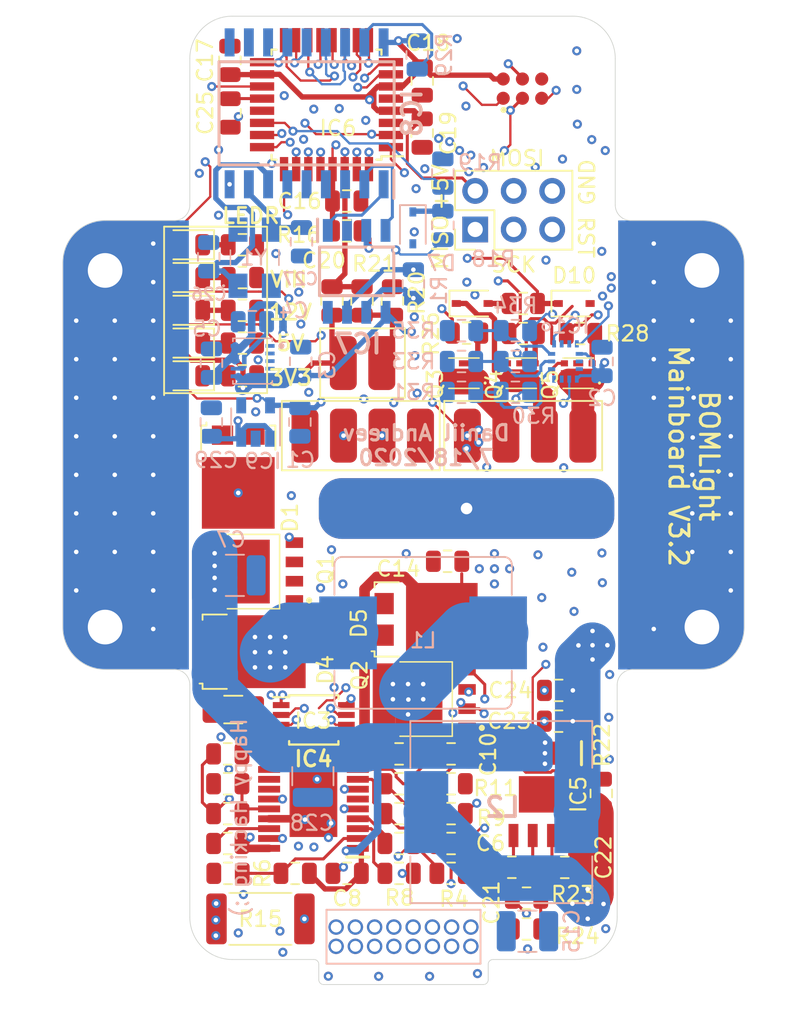
<source format=kicad_pcb>
(kicad_pcb (version 20171130) (host pcbnew "(5.1.4)-1")
  (layers (0 F.Cu signal) (1 In1.Cu signal) (2 In2.Cu signal) (31 B.Cu signal) (34 B.Paste user) (35 F.Paste user) (36 B.SilkS user) (37 F.SilkS user) (38 B.Mask user) (39 F.Mask user) (44 Edge.Cuts user))
  (net 0 "")
  (net 1 GND)
  (net 2 VCC)
  (net 3 +3V3)
  (net 4 Button)
  (net 5 LightSense1)
  (net 6 LightSense2)
  (net 7 "Net-(C13-Pad1)")
  (net 8 LED+)
  (net 9 "Net-(D6-Pad1)")
  (net 10 LEDCTRL)
  (net 11 NRST)
  (net 12 IMU_INT1)
  (net 13 IMU_INT2)
  (net 14 "Net-(C9-Pad1)")
  (net 15 "Net-(D2-Pad1)")
  (net 16 "Net-(D3-Pad1)")
  (net 17 "Net-(D4-Pad1)")
  (net 18 "Net-(D5-Pad1)")
  (net 19 LEDR)
  (net 20 LED-)
  (net 21 "Net-(C4-Pad1)")
  (net 22 "Net-(D1-Pad1)")
  (net 23 LEDSign2)
  (net 24 LEDSign1)
  (net 25 Temp1)
  (net 26 Temp2)
  (net 27 "Net-(IC1-Pad11)")
  (net 28 "Net-(IC1-Pad10)")
  (net 29 "Net-(IC4-Pad3)")
  (net 30 "Net-(IC4-Pad4)")
  (net 31 VINADC)
  (net 32 "Net-(C6-Pad1)")
  (net 33 "Net-(C10-Pad2)")
  (net 34 "Net-(C10-Pad1)")
  (net 35 "Net-(C11-Pad2)")
  (net 36 "Net-(C11-Pad1)")
  (net 37 "Net-(C12-Pad1)")
  (net 38 "Net-(IC2-Pad1)")
  (net 39 "Net-(IC2-Pad3)")
  (net 40 "Net-(IC2-Pad4)")
  (net 41 "Net-(IC3-Pad6)")
  (net 42 "Net-(IC4-Pad19)")
  (net 43 "Net-(IC4-Pad15)")
  (net 44 "Net-(IC4-Pad11)")
  (net 45 "Net-(IC4-Pad2)")
  (net 46 "Net-(J3-Pad3)")
  (net 47 "Net-(J6-Pad1)")
  (net 48 +5V)
  (net 49 "Net-(C21-Pad1)")
  (net 50 "Net-(C22-Pad1)")
  (net 51 "Net-(C22-Pad2)")
  (net 52 +12V)
  (net 53 "Net-(C25-Pad1)")
  (net 54 OSC2)
  (net 55 OSC1)
  (net 56 "Net-(D8-Pad1)")
  (net 57 "Net-(D9-Pad1)")
  (net 58 WS2811DI)
  (net 59 "Net-(D11-Pad2)")
  (net 60 "Net-(D11-Pad1)")
  (net 61 "Net-(IC1-Pad14)")
  (net 62 "Net-(IC1-Pad13)")
  (net 63 "Net-(IC1-Pad12)")
  (net 64 SPI_MISO)
  (net 65 SPI_MOSI)
  (net 66 SPI_SCK)
  (net 67 SPI_DPOT_CS)
  (net 68 12V_CTRL)
  (net 69 "Net-(IC5-Pad4)")
  (net 70 "Net-(IC5-Pad5)")
  (net 71 CTRLLEDR)
  (net 72 CTRLLEDG)
  (net 73 SPI_IMU_CS)
  (net 74 CTRLLEDB)
  (net 75 SPI_CAN_CS)
  (net 76 "Net-(IC7-Pad1)")
  (net 77 "Net-(IC7-Pad4)")
  (net 78 "/CAN Controller/CANL")
  (net 79 "/CAN Controller/CANH")
  (net 80 "Net-(IC8-Pad3)")
  (net 81 "Net-(IC8-Pad4)")
  (net 82 "Net-(IC8-Pad5)")
  (net 83 "Net-(IC8-Pad6)")
  (net 84 "Net-(IC8-Pad10)")
  (net 85 "Net-(IC8-Pad11)")
  (net 86 "Net-(IC8-Pad12)")
  (net 87 "Net-(IC8-Pad17)")
  (net 88 "Net-(IC9-Pad4)")
  (net 89 "Net-(J3-Pad5)")
  (net 90 "Net-(J7-Pad1)")
  (net 91 "Net-(J7-Pad3)")
  (net 92 "Net-(Q3-Pad3)")
  (net 93 "Net-(Q4-Pad3)")
  (net 94 "Net-(Q5-Pad3)")
  (module "LolomoloKiCADLib:Wire Slot 1" (layer F.Cu) (at 4.39 6.01)
    (fp_text reference H3 hide)
    (fp_text value MountingHole)
    (pad "" np_thru_hole roundrect (at -0.23 0.02) (size 19.5 4) (drill 0.762) (layers *.Cu *.Mask) (roundrect_rratio 0.375))
  )
  (module LolomoloKiCADLib:PSMN5R660YLX (layer F.Cu) (at -0.73256 18.5866 90)
    (fp_text reference Q2 (at 1.5666 -2.16558 90) (layer F.SilkS))
    (fp_text value PSMN039-100YS,115 hide)
    (pad 1 smd rect (at -1.905 4.925 90) (size 0.7 1.15) (layers F.Cu F.Paste F.Mask) (net 1 GND))
    (pad 2 smd rect (at -0.635 4.925 90) (size 0.7 1.15) (layers F.Cu F.Paste F.Mask) (net 1 GND))
    (pad 3 smd rect (at 0.635 4.925 90) (size 0.7 1.15) (layers F.Cu F.Paste F.Mask) (net 1 GND))
    (pad 4 smd rect (at 1.905 4.925 90) (size 0.7 1.15) (layers F.Cu F.Paste F.Mask) (net 43 "Net-(IC4-Pad15)"))
    (pad 5 smd rect (at 0 1.75 180) (size 3.1 4.2) (layers F.Cu F.Paste F.Mask) (net 18 "Net-(D5-Pad1)"))
    (pad 5 smd rect (at 0 -0.55 180) (size 1.5 4.7) (layers F.Cu F.Paste F.Mask) (net 18 "Net-(D5-Pad1)"))
  )
  (module MCP2515T-I_SO:SOIC127P1030X265-18N (layer B.Cu) (at -6.39318 -20.01266 90)
    (fp_text reference IC8 (at 0 6.95706 90) (layer B.SilkS) (effects (font (size 1.27 1.27) (thickness 0.254)) (justify mirror)))
    (fp_text value MCP2515T-I_SO hide)
    (pad 1 smd rect (at -4.675 5.08) (size 0.65 1.85) (layers B.Cu B.Paste B.Mask) (net 76 "Net-(IC7-Pad1)"))
    (pad 2 smd rect (at -4.675 3.81) (size 0.65 1.85) (layers B.Cu B.Paste B.Mask) (net 77 "Net-(IC7-Pad4)"))
    (pad 3 smd rect (at -4.675 2.54) (size 0.65 1.85) (layers B.Cu B.Paste B.Mask) (net 80 "Net-(IC8-Pad3)"))
    (pad 4 smd rect (at -4.675 1.27) (size 0.65 1.85) (layers B.Cu B.Paste B.Mask) (net 81 "Net-(IC8-Pad4)"))
    (pad 5 smd rect (at -4.675 0) (size 0.65 1.85) (layers B.Cu B.Paste B.Mask) (net 82 "Net-(IC8-Pad5)"))
    (pad 6 smd rect (at -4.675 -1.27) (size 0.65 1.85) (layers B.Cu B.Paste B.Mask) (net 83 "Net-(IC8-Pad6)"))
    (pad 7 smd rect (at -4.675 -2.54) (size 0.65 1.85) (layers B.Cu B.Paste B.Mask) (net 54 OSC2))
    (pad 8 smd rect (at -4.675 -3.81) (size 0.65 1.85) (layers B.Cu B.Paste B.Mask) (net 55 OSC1))
    (pad 9 smd rect (at -4.675 -5.08) (size 0.65 1.85) (layers B.Cu B.Paste B.Mask) (net 1 GND))
    (pad 10 smd rect (at 4.675 -5.08) (size 0.65 1.85) (layers B.Cu B.Paste B.Mask) (net 84 "Net-(IC8-Pad10)"))
    (pad 11 smd rect (at 4.675 -3.81) (size 0.65 1.85) (layers B.Cu B.Paste B.Mask) (net 85 "Net-(IC8-Pad11)"))
    (pad 12 smd rect (at 4.675 -2.54) (size 0.65 1.85) (layers B.Cu B.Paste B.Mask) (net 86 "Net-(IC8-Pad12)"))
    (pad 13 smd rect (at 4.675 -1.27) (size 0.65 1.85) (layers B.Cu B.Paste B.Mask) (net 66 SPI_SCK))
    (pad 14 smd rect (at 4.675 0) (size 0.65 1.85) (layers B.Cu B.Paste B.Mask) (net 65 SPI_MOSI))
    (pad 15 smd rect (at 4.675 1.27) (size 0.65 1.85) (layers B.Cu B.Paste B.Mask) (net 64 SPI_MISO))
    (pad 16 smd rect (at 4.675 2.54) (size 0.65 1.85) (layers B.Cu B.Paste B.Mask) (net 75 SPI_CAN_CS))
    (pad 17 smd rect (at 4.675 3.81) (size 0.65 1.85) (layers B.Cu B.Paste B.Mask) (net 87 "Net-(IC8-Pad17)"))
    (pad 18 smd rect (at 4.675 5.08) (size 0.65 1.85) (layers B.Cu B.Paste B.Mask) (net 48 +5V))
  )
  (module 7447709330:WE-PD_1260%2f1245%2f1280%2f121054 (layer B.Cu) (at 6.4516 26.035)
    (fp_text reference L2 (at 0.07874 -0.31496) (layer B.SilkS) (effects (font (size 1.27 1.27) (thickness 0.254)) (justify mirror)))
    (fp_text value "7447709330‎ 33uH 4.2A 45MOHM" hide)
    (pad 1 smd rect (at -4.95 0) (size 2.9 5.4) (layers B.Cu B.Paste B.Mask) (net 50 "Net-(C22-Pad1)"))
    (pad 2 smd rect (at 4.95 0) (size 2.9 5.4) (layers B.Cu B.Paste B.Mask) (net 52 +12V))
  )
  (module "LolomoloKiCADLib:‎ETQ-P5M101YGC‎ Inductor" (layer B.Cu) (at 1.29286 14.224 180)
    (fp_text reference L1 (at 0 -0.5) (layer B.SilkS) (effects (justify mirror)))
    (fp_text value "97uH 2.7A")
    (pad 1 smd rect (at 4.95 0 180) (size 3.8 4.8) (layers B.Cu B.Paste B.Mask) (net 36 "Net-(C11-Pad1)"))
    (pad 2 smd rect (at -4.95 0 180) (size 3.8 4.8) (layers B.Cu B.Paste B.Mask) (net 18 "Net-(D5-Pad1)"))
  )
  (module Capacitor_SMD:C_0805_2012Metric (layer F.Cu) (at -11.45286 -23.50262 90)
    (fp_text reference C17 (at 0.001 -1.639 270) (layer F.SilkS))
    (fp_text value "0.1uF 25V")
    (pad 2 smd roundrect (at 0.9375 0 90) (size 0.975 1.4) (layers F.Cu F.Paste F.Mask) (net 1 GND))
    (pad 1 smd roundrect (at -0.9375 0 90) (size 0.975 1.4) (layers F.Cu F.Paste F.Mask) (net 48 +5V))
  )
  (module LolomoloKiCADLib:PSMN5R660YLX (layer F.Cu) (at -12.12342 10.1854 90)
    (fp_text reference Q1 (at 0.1454 6.99342 90) (layer F.SilkS))
    (fp_text value PSMN039-100YS,115 hide)
    (pad 5 smd rect (at 0 -0.55 180) (size 1.5 4.7) (layers F.Cu F.Paste F.Mask) (net 2 VCC))
    (pad 5 smd rect (at 0 1.75 180) (size 3.1 4.2) (layers F.Cu F.Paste F.Mask) (net 2 VCC))
    (pad 4 smd rect (at 1.905 4.925 90) (size 0.7 1.15) (layers F.Cu F.Paste F.Mask) (net 42 "Net-(IC4-Pad19)"))
    (pad 3 smd rect (at 0.635 4.925 90) (size 0.7 1.15) (layers F.Cu F.Paste F.Mask) (net 36 "Net-(C11-Pad1)"))
    (pad 2 smd rect (at -0.635 4.925 90) (size 0.7 1.15) (layers F.Cu F.Paste F.Mask) (net 36 "Net-(C11-Pad1)"))
    (pad 1 smd rect (at -1.905 4.925 90) (size 0.7 1.15) (layers F.Cu F.Paste F.Mask) (net 36 "Net-(C11-Pad1)"))
  )
  (module "LSM6DS3USTR:LGA-14(2.5X3X0.86)" (layer B.Cu) (at 10.68404 -3.66072 270)
    (fp_text reference IC1 (at -2.36474 -0.35306 180) (layer B.SilkS) (effects (font (size 1.016 1.016) (thickness 0.1524)) (justify mirror)))
    (fp_text value LSM6DS3USTR hide)
    (pad 14 smd rect (at -0.5 0.9125 270) (size 0.25 0.475) (layers B.Cu B.Paste B.Mask) (net 61 "Net-(IC1-Pad14)"))
    (pad 13 smd rect (at 0 0.9125 270) (size 0.25 0.475) (layers B.Cu B.Paste B.Mask) (net 62 "Net-(IC1-Pad13)"))
    (pad 12 smd rect (at 0.5 0.9125 270) (size 0.25 0.475) (layers B.Cu B.Paste B.Mask) (net 63 "Net-(IC1-Pad12)"))
    (pad 11 smd rect (at 1.1625 0.75 180) (size 0.25 0.475) (layers B.Cu B.Paste B.Mask) (net 27 "Net-(IC1-Pad11)"))
    (pad 10 smd rect (at 1.1625 0.25 180) (size 0.25 0.475) (layers B.Cu B.Paste B.Mask) (net 28 "Net-(IC1-Pad10)"))
    (pad 9 smd rect (at 1.1625 -0.25 180) (size 0.25 0.475) (layers B.Cu B.Paste B.Mask) (net 13 IMU_INT2))
    (pad 8 smd rect (at 1.1625 -0.75 180) (size 0.25 0.475) (layers B.Cu B.Paste B.Mask) (net 3 +3V3))
    (pad 7 smd rect (at 0.5 -0.9125 270) (size 0.25 0.475) (layers B.Cu B.Paste B.Mask) (net 1 GND))
    (pad 6 smd rect (at 0 -0.9125 270) (size 0.25 0.475) (layers B.Cu B.Paste B.Mask) (net 1 GND))
    (pad 5 smd rect (at -0.5 -0.9125 270) (size 0.25 0.475) (layers B.Cu B.Paste B.Mask) (net 3 +3V3))
    (pad 4 smd rect (at -1.1625 -0.75 180) (size 0.25 0.475) (layers B.Cu B.Paste B.Mask) (net 12 IMU_INT1))
    (pad 3 smd rect (at -1.1625 -0.25 180) (size 0.25 0.475) (layers B.Cu B.Paste B.Mask) (net 1 GND))
    (pad 2 smd rect (at -1.1625 0.25 180) (size 0.25 0.475) (layers B.Cu B.Paste B.Mask) (net 1 GND))
    (pad 1 smd rect (at -1.1625 0.75 180) (size 0.25 0.475) (layers B.Cu B.Paste B.Mask) (net 64 SPI_MISO))
  )
  (module Resistor_SMD:R_0805_2012Metric (layer F.Cu) (at -11.57756 30.0736 180)
    (fp_text reference R7 hide)
    (fp_text value "10k 5%")
    (pad 2 smd roundrect (at 0.9375 0 180) (size 0.975 1.4) (layers F.Cu F.Paste F.Mask) (net 1 GND))
    (pad 1 smd roundrect (at -0.9375 0 180) (size 0.975 1.4) (layers F.Cu F.Paste F.Mask) (net 45 "Net-(IC4-Pad2)"))
  )
  (module Resistor_SMD:R_0805_2012Metric (layer F.Cu) (at -7.14756 30.0736 180)
    (fp_text reference R6 (at 2.159 0 270) (layer F.SilkS))
    (fp_text value "68k 5%")
    (pad 2 smd roundrect (at 0.9375 0 180) (size 0.975 1.4) (layers F.Cu F.Paste F.Mask) (net 45 "Net-(IC4-Pad2)"))
    (pad 1 smd roundrect (at -0.9375 0 180) (size 0.975 1.4) (layers F.Cu F.Paste F.Mask) (net 2 VCC))
  )
  (module Resistor_SMD:R_0805_2012Metric (layer F.Cu) (at 3.13944 26.1366)
    (fp_text reference R9 (at 2.65684 0.29464) (layer F.SilkS))
    (fp_text value "330 1%")
    (pad 2 smd roundrect (at 0.9375 0) (size 0.975 1.4) (layers F.Cu F.Paste F.Mask) (net 41 "Net-(IC3-Pad6)"))
    (pad 1 smd roundrect (at -0.9375 0) (size 0.975 1.4) (layers F.Cu F.Paste F.Mask) (net 33 "Net-(C10-Pad2)"))
  )
  (module LolomoloKiCADLib:Conn_2x8_0.05in (layer B.Cu) (at 4.445 34.883 90)
    (fp_text reference J3 hide)
    (fp_text value Conn_02x08_Odd_Even)
    (pad 16 thru_hole circle (at 1.27 -8.89 90) (size 1.016 1.016) (drill 0.7112) (layers *.Cu *.Mask) (net 20 LED-))
    (pad 15 thru_hole circle (at 0 -8.89 90) (size 1.016 1.016) (drill 0.7112) (layers *.Cu *.Mask) (net 20 LED-))
    (pad 14 thru_hole circle (at 1.27 -7.62 90) (size 1.016 1.016) (drill 0.7112) (layers *.Cu *.Mask) (net 20 LED-))
    (pad 13 thru_hole circle (at 0 -7.62 90) (size 1.016 1.016) (drill 0.7112) (layers *.Cu *.Mask) (net 48 +5V))
    (pad 12 thru_hole circle (at 1.27 -6.35 90) (size 1.016 1.016) (drill 0.7112) (layers *.Cu *.Mask) (net 23 LEDSign2))
    (pad 11 thru_hole circle (at 0 -6.35 90) (size 1.016 1.016) (drill 0.7112) (layers *.Cu *.Mask) (net 24 LEDSign1))
    (pad 10 thru_hole circle (at 1.27 -5.08 90) (size 1.016 1.016) (drill 0.7112) (layers *.Cu *.Mask) (net 25 Temp1))
    (pad 9 thru_hole circle (at 0 -5.08 90) (size 1.016 1.016) (drill 0.7112) (layers *.Cu *.Mask) (net 6 LightSense2))
    (pad 8 thru_hole circle (at 1.27 -3.81 90) (size 1.016 1.016) (drill 0.7112) (layers *.Cu *.Mask) (net 5 LightSense1))
    (pad 7 thru_hole circle (at 0 -3.81 90) (size 1.016 1.016) (drill 0.7112) (layers *.Cu *.Mask) (net 1 GND))
    (pad 6 thru_hole circle (at 1.27 -2.54 90) (size 1.016 1.016) (drill 0.7112) (layers *.Cu *.Mask) (net 8 LED+))
    (pad 5 thru_hole circle (at 0 -2.54 90) (size 1.016 1.016) (drill 0.7112) (layers *.Cu *.Mask) (net 89 "Net-(J3-Pad5)"))
    (pad 4 thru_hole circle (at 1.27 -1.27 90) (size 1.016 1.016) (drill 0.7112) (layers *.Cu *.Mask) (net 8 LED+))
    (pad 3 thru_hole circle (at 0 -1.27 90) (size 1.016 1.016) (drill 0.7112) (layers *.Cu *.Mask) (net 46 "Net-(J3-Pad3)"))
    (pad 2 thru_hole circle (at 1.27 0 90) (size 1.016 1.016) (drill 0.7112) (layers *.Cu *.Mask) (net 8 LED+))
    (pad 1 thru_hole circle (at 0 0 90) (size 1.016 1.016) (drill 0.7112) (layers *.Cu *.Mask) (net 26 Temp2))
  )
  (module Capacitor_SMD:C_0805_2012Metric (layer B.Cu) (at 13.09704 -3.66072 90)
    (fp_text reference C2 (at -2.413 0 180) (layer B.SilkS) (effects (justify mirror)))
    (fp_text value "0.1uF 25V")
    (pad 2 smd roundrect (at 0.9375 0 90) (size 0.975 1.4) (layers B.Cu B.Paste B.Mask) (net 1 GND))
    (pad 1 smd roundrect (at -0.9375 0 90) (size 0.975 1.4) (layers B.Cu B.Paste B.Mask) (net 3 +3V3))
  )
  (module Capacitor_SMD:C_0805_2012Metric (layer F.Cu) (at 3.13944 28.1051)
    (fp_text reference C6 (at 2.60096 -0.01016 180) (layer F.SilkS))
    (fp_text value "22nF 100V")
    (pad 2 smd roundrect (at 0.9375 0) (size 0.975 1.4) (layers F.Cu F.Paste F.Mask) (net 1 GND))
    (pad 1 smd roundrect (at -0.9375 0) (size 0.975 1.4) (layers F.Cu F.Paste F.Mask) (net 32 "Net-(C6-Pad1)"))
  )
  (module Capacitor_SMD:C_1210_3225Metric (layer B.Cu) (at -11.12266 10.43432)
    (fp_text reference C7 (at -0.25734 -2.35432) (layer B.SilkS) (effects (justify mirror)))
    (fp_text value "10uF 100V")
    (pad 2 smd roundrect (at 1.4 0) (size 1.25 2.65) (layers B.Cu B.Paste B.Mask) (roundrect_rratio 0.2) (net 1 GND))
    (pad 1 smd roundrect (at -1.4 0) (size 1.25 2.65) (layers B.Cu B.Paste B.Mask) (roundrect_rratio 0.2) (net 2 VCC))
  )
  (module Capacitor_SMD:C_0805_2012Metric (layer F.Cu) (at -3.71856 30.0736 180)
    (fp_text reference C8 (at 0 -1.65) (layer F.SilkS))
    (fp_text value "0.1uF 100V")
    (pad 2 smd roundrect (at 0.9375 0 180) (size 0.975 1.4) (layers F.Cu F.Paste F.Mask) (net 1 GND))
    (pad 1 smd roundrect (at -0.9375 0 180) (size 0.975 1.4) (layers F.Cu F.Paste F.Mask) (net 2 VCC))
  )
  (module Capacitor_SMD:C_0805_2012Metric (layer F.Cu) (at -0.28956 26.1366 180)
    (fp_text reference C9 hide)
    (fp_text value "0.1uF 100V")
    (pad 2 smd roundrect (at 0.9375 0 180) (size 0.975 1.4) (layers F.Cu F.Paste F.Mask) (net 33 "Net-(C10-Pad2)"))
    (pad 1 smd roundrect (at -0.9375 0 180) (size 0.975 1.4) (layers F.Cu F.Paste F.Mask) (net 14 "Net-(C9-Pad1)"))
  )
  (module Capacitor_SMD:C_0805_2012Metric (layer F.Cu) (at 3.13944 22.1996)
    (fp_text reference C10 (at 2.44602 0.03556 270) (layer F.SilkS))
    (fp_text value "2.2nF 100V")
    (pad 2 smd roundrect (at 0.9375 0) (size 0.975 1.4) (layers F.Cu F.Paste F.Mask) (net 33 "Net-(C10-Pad2)"))
    (pad 1 smd roundrect (at -0.9375 0) (size 0.975 1.4) (layers F.Cu F.Paste F.Mask) (net 34 "Net-(C10-Pad1)"))
  )
  (module Capacitor_SMD:C_0805_2012Metric (layer F.Cu) (at -11.59256 28.1051 180)
    (fp_text reference C11 hide)
    (fp_text value "0.1uF 100V")
    (pad 2 smd roundrect (at 0.9375 0 180) (size 0.975 1.4) (layers F.Cu F.Paste F.Mask) (net 35 "Net-(C11-Pad2)"))
    (pad 1 smd roundrect (at -0.9375 0 180) (size 0.975 1.4) (layers F.Cu F.Paste F.Mask) (net 36 "Net-(C11-Pad1)"))
  )
  (module Capacitor_SMD:C_0805_2012Metric (layer F.Cu) (at -11.59256 22.1996)
    (fp_text reference C12 hide)
    (fp_text value "2.2nF 100V")
    (pad 2 smd roundrect (at 0.9375 0) (size 0.975 1.4) (layers F.Cu F.Paste F.Mask) (net 1 GND))
    (pad 1 smd roundrect (at -0.9375 0) (size 0.975 1.4) (layers F.Cu F.Paste F.Mask) (net 37 "Net-(C12-Pad1)"))
  )
  (module Capacitor_SMD:C_0805_2012Metric (layer F.Cu) (at -11.59256 24.1681 180)
    (fp_text reference C13 hide)
    (fp_text value "1uF 25V")
    (pad 2 smd roundrect (at 0.9375 0 180) (size 0.975 1.4) (layers F.Cu F.Paste F.Mask) (net 1 GND))
    (pad 1 smd roundrect (at -0.9375 0 180) (size 0.975 1.4) (layers F.Cu F.Paste F.Mask) (net 7 "Net-(C13-Pad1)"))
  )
  (module Capacitor_SMD:C_1210_3225Metric (layer B.Cu) (at 8.17626 33.88868)
    (fp_text reference C15 (at 2.921 0 -90) (layer B.SilkS) (effects (justify mirror)))
    (fp_text value "10uF 100V")
    (pad 2 smd roundrect (at 1.4 0) (size 1.25 2.65) (layers B.Cu B.Paste B.Mask) (roundrect_rratio 0.2) (net 1 GND))
    (pad 1 smd roundrect (at -1.4 0) (size 1.25 2.65) (layers B.Cu B.Paste B.Mask) (roundrect_rratio 0.2) (net 8 LED+))
  )
  (module LED_SMD:LED_0805_2012Metric (layer F.Cu) (at -14.18336 -9.19226 180)
    (fp_text reference D2 hide)
    (fp_text value LEDO)
    (pad 2 smd roundrect (at 0.9375 0 180) (size 0.975 1.4) (layers F.Cu F.Paste F.Mask) (net 2 VCC))
    (pad 1 smd roundrect (at -0.9375 0 180) (size 0.975 1.4) (layers F.Cu F.Paste F.Mask) (net 15 "Net-(D2-Pad1)"))
  )
  (module LED_SMD:LED_0805_2012Metric (layer F.Cu) (at -14.18336 -4.87426 180)
    (fp_text reference D3 hide)
    (fp_text value LEDO)
    (pad 2 smd roundrect (at 0.9375 0 180) (size 0.975 1.4) (layers F.Cu F.Paste F.Mask) (net 48 +5V))
    (pad 1 smd roundrect (at -0.9375 0 180) (size 0.975 1.4) (layers F.Cu F.Paste F.Mask) (net 16 "Net-(D3-Pad1)"))
  )
  (module Package_TO_SOT_SMD:TO-277A (layer F.Cu) (at -9.85688 15.46574 90)
    (fp_text reference D4 (at -1.18904 4.71592 90) (layer F.SilkS))
    (fp_text value D_Schottky_AAK)
    (pad 2 smd rect (at 1.04 -2.765 270) (size 1.4 1.27) (layers F.Cu F.Paste F.Mask) (net 17 "Net-(D4-Pad1)"))
    (pad 3 smd rect (at 0 1.04 270) (size 4.8 4.72) (layers F.Cu F.Mask) (net 36 "Net-(C11-Pad1)"))
    (pad 1 smd rect (at -1.04 -2.765 270) (size 1.4 1.27) (layers F.Cu F.Paste F.Mask) (net 17 "Net-(D4-Pad1)"))
  )
  (module Package_TO_SOT_SMD:TO-277A (layer F.Cu) (at 1.48744 13.3366 90)
    (fp_text reference D5 (at -0.26 -4.43 270) (layer F.SilkS))
    (fp_text value D_Schottky_AAK)
    (pad 2 smd rect (at 1.04 -2.765 270) (size 1.4 1.27) (layers F.Cu F.Paste F.Mask) (net 18 "Net-(D5-Pad1)"))
    (pad 3 smd rect (at 0 1.04 270) (size 4.8 4.72) (layers F.Cu F.Mask) (net 8 LED+))
    (pad 1 smd rect (at -1.04 -2.765 270) (size 1.4 1.27) (layers F.Cu F.Paste F.Mask) (net 18 "Net-(D5-Pad1)"))
  )
  (module Package_SO:TSSOP-8_3x3mm_P0.65mm (layer F.Cu) (at -5.92 19.96)
    (fp_text reference IC3 (at -0.05 0.06 180) (layer F.SilkS))
    (fp_text value MCP4132-502E_SN)
    (pad 8 smd rect (at 2.15 -0.975) (size 1.1 0.4) (layers F.Cu F.Paste F.Mask) (net 48 +5V))
    (pad 7 smd rect (at 2.15 -0.325) (size 1.1 0.4) (layers F.Cu F.Paste F.Mask) (net 64 SPI_MISO))
    (pad 6 smd rect (at 2.15 0.325) (size 1.1 0.4) (layers F.Cu F.Paste F.Mask) (net 41 "Net-(IC3-Pad6)"))
    (pad 5 smd rect (at 2.15 0.975) (size 1.1 0.4) (layers F.Cu F.Paste F.Mask) (net 1 GND))
    (pad 4 smd rect (at -2.15 0.975) (size 1.1 0.4) (layers F.Cu F.Paste F.Mask) (net 1 GND))
    (pad 3 smd rect (at -2.15 0.325) (size 1.1 0.4) (layers F.Cu F.Paste F.Mask) (net 65 SPI_MOSI))
    (pad 2 smd rect (at -2.15 -0.325) (size 1.1 0.4) (layers F.Cu F.Paste F.Mask) (net 66 SPI_SCK))
    (pad 1 smd rect (at -2.15 -0.975) (size 1.1 0.4) (layers F.Cu F.Paste F.Mask) (net 67 SPI_DPOT_CS))
  )
  (module LM5118MH_NOPB:SOP65P640X110-21N (layer F.Cu) (at -5.94106 25.5016 180)
    (fp_text reference IC4 (at -0.00106 2.9716) (layer F.SilkS) (effects (font (size 1.016 1.016) (thickness 0.2032))))
    (fp_text value LM5118MH_NOPB hide)
    (pad 21 smd rect (at 0 0 180) (size 3.15 4.35) (layers F.Cu F.Paste F.Mask) (net 1 GND))
    (pad 20 smd rect (at 2.925 -2.925 270) (size 0.45 1.45) (layers F.Cu F.Paste F.Mask) (net 36 "Net-(C11-Pad1)"))
    (pad 19 smd rect (at 2.925 -2.275 270) (size 0.45 1.45) (layers F.Cu F.Paste F.Mask) (net 42 "Net-(IC4-Pad19)"))
    (pad 18 smd rect (at 2.925 -1.625 270) (size 0.45 1.45) (layers F.Cu F.Paste F.Mask) (net 35 "Net-(C11-Pad2)"))
    (pad 17 smd rect (at 2.925 -0.975 270) (size 0.45 1.45) (layers F.Cu F.Paste F.Mask) (net 1 GND))
    (pad 16 smd rect (at 2.925 -0.325 270) (size 0.45 1.45) (layers F.Cu F.Paste F.Mask) (net 7 "Net-(C13-Pad1)"))
    (pad 15 smd rect (at 2.925 0.325 270) (size 0.45 1.45) (layers F.Cu F.Paste F.Mask) (net 43 "Net-(IC4-Pad15)"))
    (pad 14 smd rect (at 2.925 0.975 270) (size 0.45 1.45) (layers F.Cu F.Paste F.Mask) (net 1 GND))
    (pad 13 smd rect (at 2.925 1.625 270) (size 0.45 1.45) (layers F.Cu F.Paste F.Mask) (net 1 GND))
    (pad 12 smd rect (at 2.925 2.275 270) (size 0.45 1.45) (layers F.Cu F.Paste F.Mask) (net 17 "Net-(D4-Pad1)"))
    (pad 11 smd rect (at 2.925 2.925 270) (size 0.45 1.45) (layers F.Cu F.Paste F.Mask) (net 44 "Net-(IC4-Pad11)"))
    (pad 10 smd rect (at -2.925 2.925 270) (size 0.45 1.45) (layers F.Cu F.Paste F.Mask) (net 8 LED+))
    (pad 9 smd rect (at -2.925 2.275 270) (size 0.45 1.45) (layers F.Cu F.Paste F.Mask) (net 34 "Net-(C10-Pad1)"))
    (pad 8 smd rect (at -2.925 1.625 270) (size 0.45 1.45) (layers F.Cu F.Paste F.Mask) (net 33 "Net-(C10-Pad2)"))
    (pad 7 smd rect (at -2.925 0.975 270) (size 0.45 1.45) (layers F.Cu F.Paste F.Mask) (net 32 "Net-(C6-Pad1)"))
    (pad 6 smd rect (at -2.925 0.325 270) (size 0.45 1.45) (layers F.Cu F.Paste F.Mask) (net 1 GND))
    (pad 5 smd rect (at -2.925 -0.325 270) (size 0.45 1.45) (layers F.Cu F.Paste F.Mask) (net 37 "Net-(C12-Pad1)"))
    (pad 4 smd rect (at -2.925 -0.975 270) (size 0.45 1.45) (layers F.Cu F.Paste F.Mask) (net 30 "Net-(IC4-Pad4)"))
    (pad 3 smd rect (at -2.925 -1.625 270) (size 0.45 1.45) (layers F.Cu F.Paste F.Mask) (net 29 "Net-(IC4-Pad3)"))
    (pad 2 smd rect (at -2.925 -2.275 270) (size 0.45 1.45) (layers F.Cu F.Paste F.Mask) (net 45 "Net-(IC4-Pad2)"))
    (pad 1 smd rect (at -2.925 -2.925 270) (size 0.45 1.45) (layers F.Cu F.Paste F.Mask) (net 2 VCC))
  )
  (module Resistor_SMD:R_0805_2012Metric (layer B.Cu) (at 0.65 -8.77 90)
    (fp_text reference R1 (at -0.43 1.7 90) (layer B.SilkS) (effects (justify mirror)))
    (fp_text value "120 5%")
    (pad 2 smd roundrect (at 0.9375 0 90) (size 0.975 1.4) (layers B.Cu B.Paste B.Mask) (net 79 "/CAN Controller/CANH"))
    (pad 1 smd roundrect (at -0.9375 0 90) (size 0.975 1.4) (layers B.Cu B.Paste B.Mask) (net 78 "/CAN Controller/CANL"))
  )
  (module Resistor_SMD:R_0805_2012Metric (layer F.Cu) (at -10.62736 -9.19226)
    (fp_text reference R2 hide)
    (fp_text value "33k 5%")
    (pad 2 smd roundrect (at 0.9375 0) (size 0.975 1.4) (layers F.Cu F.Paste F.Mask) (net 1 GND))
    (pad 1 smd roundrect (at -0.9375 0) (size 0.975 1.4) (layers F.Cu F.Paste F.Mask) (net 15 "Net-(D2-Pad1)"))
  )
  (module Resistor_SMD:R_0805_2012Metric (layer F.Cu) (at -10.62736 -4.87426)
    (fp_text reference R3 hide)
    (fp_text value "3k3 5%")
    (pad 2 smd roundrect (at 0.9375 0) (size 0.975 1.4) (layers F.Cu F.Paste F.Mask) (net 1 GND))
    (pad 1 smd roundrect (at -0.9375 0) (size 0.975 1.4) (layers F.Cu F.Paste F.Mask) (net 16 "Net-(D3-Pad1)"))
  )
  (module Resistor_SMD:R_0805_2012Metric (layer F.Cu) (at 3.13944 30.0736)
    (fp_text reference R4 (at 0.19304 1.69164) (layer F.SilkS))
    (fp_text value "47k 5%")
    (pad 2 smd roundrect (at 0.9375 0) (size 0.975 1.4) (layers F.Cu F.Paste F.Mask) (net 1 GND))
    (pad 1 smd roundrect (at -0.9375 0) (size 0.975 1.4) (layers F.Cu F.Paste F.Mask) (net 10 LEDCTRL))
  )
  (module Resistor_SMD:R_0805_2012Metric (layer F.Cu) (at -0.28956 28.1051)
    (fp_text reference R5 hide)
    (fp_text value "1k 5%")
    (pad 2 smd roundrect (at 0.9375 0) (size 0.975 1.4) (layers F.Cu F.Paste F.Mask) (net 10 LEDCTRL))
    (pad 1 smd roundrect (at -0.9375 0) (size 0.975 1.4) (layers F.Cu F.Paste F.Mask) (net 30 "Net-(IC4-Pad4)"))
  )
  (module Resistor_SMD:R_0805_2012Metric (layer F.Cu) (at -0.28956 30.0736)
    (fp_text reference R8 (at 0.02794 1.60782) (layer F.SilkS))
    (fp_text value "20k5 1%")
    (pad 2 smd roundrect (at 0.9375 0) (size 0.975 1.4) (layers F.Cu F.Paste F.Mask) (net 1 GND))
    (pad 1 smd roundrect (at -0.9375 0) (size 0.975 1.4) (layers F.Cu F.Paste F.Mask) (net 29 "Net-(IC4-Pad3)"))
  )
  (module Resistor_SMD:R_0805_2012Metric (layer F.Cu) (at -0.28956 22.1996)
    (fp_text reference R10 hide)
    (fp_text value "47k 1%")
    (pad 2 smd roundrect (at 0.9375 0) (size 0.975 1.4) (layers F.Cu F.Paste F.Mask) (net 33 "Net-(C10-Pad2)"))
    (pad 1 smd roundrect (at -0.9375 0) (size 0.975 1.4) (layers F.Cu F.Paste F.Mask) (net 8 LED+))
  )
  (module Resistor_SMD:R_0805_2012Metric (layer F.Cu) (at 3.13944 24.1681)
    (fp_text reference R11 (at 2.92608 0.29464 180) (layer F.SilkS))
    (fp_text value "22k 1%")
    (pad 2 smd roundrect (at 0.9375 0) (size 0.975 1.4) (layers F.Cu F.Paste F.Mask) (net 1 GND))
    (pad 1 smd roundrect (at -0.9375 0) (size 0.975 1.4) (layers F.Cu F.Paste F.Mask) (net 33 "Net-(C10-Pad2)"))
  )
  (module Resistor_SMD:R_0805_2012Metric (layer F.Cu) (at -0.28956 24.1681 180)
    (fp_text reference R12 hide)
    (fp_text value "10k 5%")
    (pad 2 smd roundrect (at 0.9375 0 180) (size 0.975 1.4) (layers F.Cu F.Paste F.Mask) (net 14 "Net-(C9-Pad1)"))
    (pad 1 smd roundrect (at -0.9375 0 180) (size 0.975 1.4) (layers F.Cu F.Paste F.Mask) (net 34 "Net-(C10-Pad1)"))
  )
  (module Resistor_SMD:R_0805_2012Metric (layer F.Cu) (at -11.59256 26.1366 180)
    (fp_text reference R13 hide)
    (fp_text value "36k5 1%")
    (pad 2 smd roundrect (at 0.9375 0 180) (size 0.975 1.4) (layers F.Cu F.Paste F.Mask) (net 37 "Net-(C12-Pad1)"))
    (pad 1 smd roundrect (at -0.9375 0 180) (size 0.975 1.4) (layers F.Cu F.Paste F.Mask) (net 7 "Net-(C13-Pad1)"))
  )
  (module Resistor_SMD:R_2512_6332Metric (layer F.Cu) (at -9.43864 33.07588 180)
    (fp_text reference R15 (at 0.00136 -0.00412) (layer F.SilkS))
    (fp_text value "0.3 1% 1W")
    (pad 1 smd roundrect (at -2.9 0 180) (size 1.35 3.35) (layers F.Cu F.Paste F.Mask) (roundrect_rratio 0.185185) (net 20 LED-))
    (pad 2 smd roundrect (at 2.9 0 180) (size 1.35 3.35) (layers F.Cu F.Paste F.Mask) (roundrect_rratio 0.185185) (net 1 GND))
  )
  (module Capacitor_SMD:C_0805_2012Metric (layer B.Cu) (at -12.67 -3.55 90)
    (fp_text reference C5 (at 2.27 -0.3 180) (layer B.SilkS) (effects (justify mirror)))
    (fp_text value "1uF 100V")
    (pad 1 smd roundrect (at -0.9375 0 90) (size 0.975 1.4) (layers B.Cu B.Paste B.Mask) (net 2 VCC))
    (pad 2 smd roundrect (at 0.9375 0 90) (size 0.975 1.4) (layers B.Cu B.Paste B.Mask) (net 1 GND))
  )
  (module Capacitor_SMD:C_0805_2012Metric (layer B.Cu) (at -6.78 -3.67 90)
    (fp_text reference C3 (at -0.23 1.76 270) (layer B.SilkS) (effects (justify mirror)))
    (fp_text value "10uF 16V")
    (pad 1 smd roundrect (at -0.9375 0 90) (size 0.975 1.4) (layers B.Cu B.Paste B.Mask) (net 48 +5V))
    (pad 2 smd roundrect (at 0.9375 0 90) (size 0.975 1.4) (layers B.Cu B.Paste B.Mask) (net 1 GND))
  )
  (module Capacitor_SMD:C_0805_2012Metric (layer B.Cu) (at -9.97 -6.28 180)
    (fp_text reference C4 (at -2.74 0.74) (layer B.SilkS) (effects (justify mirror)))
    (fp_text value "1uF 25V")
    (pad 2 smd roundrect (at 0.9375 0 180) (size 0.975 1.4) (layers B.Cu B.Paste B.Mask) (net 1 GND))
    (pad 1 smd roundrect (at -0.9375 0 180) (size 0.975 1.4) (layers B.Cu B.Paste B.Mask) (net 21 "Net-(C4-Pad1)"))
  )
  (module Capacitor_SMD:C_0805_2012Metric (layer F.Cu) (at -3.7465 -14.23416)
    (fp_text reference C16 (at -3.106 0.0085) (layer F.SilkS))
    (fp_text value "0.1uF 25V")
    (pad 1 smd roundrect (at -0.9375 0) (size 0.975 1.4) (layers F.Cu F.Paste F.Mask) (net 11 NRST))
    (pad 2 smd roundrect (at 0.9375 0) (size 0.975 1.4) (layers F.Cu F.Paste F.Mask) (net 1 GND))
  )
  (module Capacitor_SMD:C_0805_2012Metric (layer F.Cu) (at 1.23714 -22.14712 270)
    (fp_text reference C18 (at -2.49682 -0.38608) (layer F.SilkS))
    (fp_text value "0.1uF 25V")
    (pad 1 smd roundrect (at -0.9375 0 270) (size 0.975 1.4) (layers F.Cu F.Paste F.Mask) (net 48 +5V))
    (pad 2 smd roundrect (at 0.9375 0 270) (size 0.975 1.4) (layers F.Cu F.Paste F.Mask) (net 1 GND))
  )
  (module Capacitor_SMD:C_0805_2012Metric (layer F.Cu) (at 1.23206 -18.7105 270)
    (fp_text reference C19 (at 0.00508 -1.72466 270) (layer F.SilkS))
    (fp_text value "0.1uF 25V")
    (pad 1 smd roundrect (at -0.9375 0 270) (size 0.975 1.4) (layers F.Cu F.Paste F.Mask) (net 48 +5V))
    (pad 2 smd roundrect (at 0.9375 0 270) (size 0.975 1.4) (layers F.Cu F.Paste F.Mask) (net 1 GND))
  )
  (module Capacitor_SMD:C_0805_2012Metric (layer F.Cu) (at -4.71678 -7.65278 90)
    (fp_text reference C20 (at 2.6647 -0.53086 180) (layer F.SilkS))
    (fp_text value "0.1uF 25V")
    (pad 2 smd roundrect (at 0.9375 0 90) (size 0.975 1.4) (layers F.Cu F.Paste F.Mask) (net 4 Button))
    (pad 1 smd roundrect (at -0.9375 0 90) (size 0.975 1.4) (layers F.Cu F.Paste F.Mask) (net 48 +5V))
  )
  (module LED_SMD:LED_0805_2012Metric (layer F.Cu) (at -14.18336 -11.35126 180)
    (fp_text reference D6 hide)
    (fp_text value LEDR)
    (pad 1 smd roundrect (at -0.9375 0 180) (size 0.975 1.4) (layers F.Cu F.Paste F.Mask) (net 9 "Net-(D6-Pad1)"))
    (pad 2 smd roundrect (at 0.9375 0 180) (size 0.975 1.4) (layers F.Cu F.Paste F.Mask) (net 19 LEDR))
  )
  (module MAXM15062AMB+:MAXM15462AMB (layer B.Cu) (at -9.956 -3.686 180)
    (fp_text reference IC2 hide)
    (fp_text value MAXM15062AMB+ hide)
    (pad 1 smd rect (at -1.15 1 90) (size 0.25 0.6) (layers B.Cu B.Paste B.Mask) (net 38 "Net-(IC2-Pad1)"))
    (pad 2 smd rect (at -1.15 0.5 90) (size 0.25 0.6) (layers B.Cu B.Paste B.Mask) (net 1 GND))
    (pad 3 smd rect (at -1.15 0 90) (size 0.25 0.6) (layers B.Cu B.Paste B.Mask) (net 39 "Net-(IC2-Pad3)"))
    (pad 4 smd rect (at -1.15 -0.5 90) (size 0.25 0.6) (layers B.Cu B.Paste B.Mask) (net 40 "Net-(IC2-Pad4)"))
    (pad 5 smd rect (at -1.15 -1 90) (size 0.25 0.6) (layers B.Cu B.Paste B.Mask) (net 48 +5V))
    (pad 6 smd rect (at 1.15 -1 90) (size 0.25 0.6) (layers B.Cu B.Paste B.Mask) (net 48 +5V))
    (pad 7 smd rect (at 1.15 -0.5 90) (size 0.25 0.6) (layers B.Cu B.Paste B.Mask) (net 21 "Net-(C4-Pad1)"))
    (pad 8 smd rect (at 1.15 0 90) (size 0.25 0.6) (layers B.Cu B.Paste B.Mask) (net 2 VCC))
    (pad 9 smd rect (at 1.15 0.5 90) (size 0.25 0.6) (layers B.Cu B.Paste B.Mask) (net 2 VCC))
    (pad 10 smd rect (at 1.15 1 90) (size 0.25 0.6) (layers B.Cu B.Paste B.Mask) (net 2 VCC))
  )
  (module LolomoloKiCADLib:TC2030MCP (layer F.Cu) (at 7.5184 -21.6408)
    (fp_text reference J4 hide)
    (fp_text value TC2030-MCP hide)
    (pad "" np_thru_hole circle (at 0.964 2.54 90) (size 2.3876 2.3876) (drill 2.3876) (layers *.Cu *.Mask))
    (pad "" np_thru_hole circle (at -2.211 2.54 90) (size 2.3876 2.3876) (drill 2.3876) (layers *.Cu *.Mask))
    (pad "" np_thru_hole circle (at 0.964 -2.54 90) (size 2.3876 2.3876) (drill 2.3876) (layers *.Cu *.Mask))
    (pad "" np_thru_hole circle (at -2.211 -2.54 90) (size 2.3876 2.3876) (drill 2.3876) (layers *.Cu *.Mask))
    (pad "" np_thru_hole circle (at 2.869 1.27 90) (size 1.0668 1.0668) (drill 1.0668) (layers *.Cu *.Mask))
    (pad "" np_thru_hole circle (at 2.869 -1.27 90) (size 1.0668 1.0668) (drill 1.0668) (layers *.Cu *.Mask))
    (pad 6 smd circle (at 1.599 -0.635 90) (size 0.864 0.864) (layers F.Cu F.Paste F.Mask) (net 1 GND))
    (pad 5 smd circle (at 1.599 0.635 90) (size 0.864 0.864) (layers F.Cu F.Paste F.Mask) (net 11 NRST))
    (pad 4 smd circle (at 0.329 -0.635 90) (size 0.864 0.864) (layers F.Cu F.Paste F.Mask) (net 65 SPI_MOSI))
    (pad 3 smd circle (at 0.329 0.635 90) (size 0.864 0.864) (layers F.Cu F.Paste F.Mask) (net 66 SPI_SCK))
    (pad 2 smd circle (at -0.941 -0.635 90) (size 0.864 0.864) (layers F.Cu F.Paste F.Mask) (net 48 +5V))
    (pad 1 smd circle (at -0.941 0.635 90) (size 0.864 0.864) (layers F.Cu F.Paste F.Mask) (net 64 SPI_MISO))
    (pad "" np_thru_hole circle (at -2.211 0 90) (size 1.0668 1.0668) (drill 1.0668) (layers *.Cu *.Mask))
  )
  (module LolomoloKiCADLib:2WirePad (layer F.Cu) (at -2.70256 -3.556 270)
    (fp_text reference J6 hide)
    (fp_text value Conn_01x02_Male)
    (pad 2 smd roundrect (at 0 1.27 270) (size 3.556 1.778) (layers F.Cu F.Paste F.Mask) (net 48 +5V))
    (pad 1 smd roundrect (at 0 -1.27 270) (size 3.556 1.778) (layers F.Cu F.Paste F.Mask) (net 47 "Net-(J6-Pad1)"))
  )
  (module Resistor_SMD:R_0805_2012Metric (layer F.Cu) (at -3.74396 -12.2682 180)
    (fp_text reference R16 (at 3.16604 -0.2682) (layer F.SilkS))
    (fp_text value "10k 5%")
    (pad 1 smd roundrect (at -0.9375 0 180) (size 0.975 1.4) (layers F.Cu F.Paste F.Mask) (net 48 +5V))
    (pad 2 smd roundrect (at 0.9375 0 180) (size 0.975 1.4) (layers F.Cu F.Paste F.Mask) (net 11 NRST))
  )
  (module Resistor_SMD:R_0805_2012Metric (layer F.Cu) (at -10.62736 -11.35126)
    (fp_text reference R17 hide)
    (fp_text value "1k5 5%")
    (pad 2 smd roundrect (at 0.9375 0) (size 0.975 1.4) (layers F.Cu F.Paste F.Mask) (net 1 GND))
    (pad 1 smd roundrect (at -0.9375 0) (size 0.975 1.4) (layers F.Cu F.Paste F.Mask) (net 9 "Net-(D6-Pad1)"))
  )
  (module Resistor_SMD:R_0805_2012Metric (layer F.Cu) (at -0.72898 -7.65048 270)
    (fp_text reference R20 (at -0.53952 -1.60898 90) (layer F.SilkS))
    (fp_text value "100k 5%")
    (pad 2 smd roundrect (at 0.9375 0 270) (size 0.975 1.4) (layers F.Cu F.Paste F.Mask) (net 47 "Net-(J6-Pad1)"))
    (pad 1 smd roundrect (at -0.9375 0 270) (size 0.975 1.4) (layers F.Cu F.Paste F.Mask) (net 1 GND))
  )
  (module Resistor_SMD:R_0805_2012Metric (layer F.Cu) (at -2.73558 -7.65048 270)
    (fp_text reference R21 (at -2.4511 -0.79502 180) (layer F.SilkS))
    (fp_text value "10k 5%")
    (pad 1 smd roundrect (at -0.9375 0 270) (size 0.975 1.4) (layers F.Cu F.Paste F.Mask) (net 4 Button))
    (pad 2 smd roundrect (at 0.9375 0 270) (size 0.975 1.4) (layers F.Cu F.Paste F.Mask) (net 47 "Net-(J6-Pad1)"))
  )
  (module "LolomoloKiCADLib:4 Wire Pad" (layer F.Cu) (at -2.68986 1.22682 270)
    (fp_text reference J1 hide)
    (fp_text value Conn_01x04_Male)
    (pad 2 smd roundrect (at 0 -1.27 270) (size 3.556 1.778) (layers F.Cu F.Paste F.Mask) (net 78 "/CAN Controller/CANL"))
    (pad 1 smd roundrect (at 0 -3.81 270) (size 3.556 1.778) (layers F.Cu F.Paste F.Mask) (net 1 GND))
    (pad 3 smd roundrect (at 0 1.27 270) (size 3.556 1.778) (layers F.Cu F.Paste F.Mask) (net 79 "/CAN Controller/CANH"))
    (pad 4 smd roundrect (at 0 3.81 270) (size 3.556 1.778) (layers F.Cu F.Paste F.Mask) (net 22 "Net-(D1-Pad1)"))
  )
  (module Capacitor_SMD:C_0805_2012Metric (layer F.Cu) (at 2.90744 9.5066 180)
    (fp_text reference C14 (at 3.23744 -0.4934) (layer F.SilkS))
    (fp_text value "0.1uF 100V")
    (pad 1 smd roundrect (at -0.9375 0 180) (size 0.975 1.4) (layers F.Cu F.Paste F.Mask) (net 8 LED+))
    (pad 2 smd roundrect (at 0.9375 0 180) (size 0.975 1.4) (layers F.Cu F.Paste F.Mask) (net 1 GND))
  )
  (module Resistor_SMD:R_1206_3216Metric (layer F.Cu) (at -11.23 19.2786)
    (fp_text reference R14 hide)
    (fp_text value "0.03 1% 0.5W")
    (pad 1 smd roundrect (at -1.4 0) (size 1.25 1.75) (layers F.Cu F.Paste F.Mask) (roundrect_rratio 0.2) (net 17 "Net-(D4-Pad1)"))
    (pad 2 smd roundrect (at 1.4 0) (size 1.25 1.75) (layers F.Cu F.Paste F.Mask) (roundrect_rratio 0.2) (net 1 GND))
  )
  (module LolomoloKiCADLib:ThermalPadV2_SkateLight_L (layer F.Cu) (at -19.685 -10.16)
    (fp_text reference H1 hide)
    (fp_text value MountingHole_Pad)
    (pad 1 thru_hole circle (at 0 0.5) (size 4.318 4.318) (drill 2.286) (layers *.Cu *.Mask) (net 1 GND))
    (pad 1 thru_hole circle (at 0 24.003) (size 4.318 4.318) (drill 2.286) (layers *.Cu *.Mask) (net 1 GND))
    (pad 1 smd circle (at 0 0) (size 5.588 5.588) (layers B.Cu B.Paste B.Mask) (net 1 GND))
    (pad 1 smd circle (at 0 24.003) (size 5.588 5.588) (layers B.Cu B.Paste B.Mask) (net 1 GND))
    (pad 1 smd rect (at 2.7305 12.0015) (size 5.588 29.591) (layers B.Cu B.Paste B.Mask) (net 1 GND))
    (pad 1 smd rect (at -1.397 12.0015) (size 2.794 24.003) (layers B.Cu B.Paste B.Mask) (net 1 GND))
  )
  (module LolomoloKiCADLib:ThermalPadV2_SkateLight_R (layer F.Cu) (at 19.685 -10.16)
    (fp_text reference H2 hide)
    (fp_text value MountingHole_Pad)
    (pad 1 thru_hole circle (at 0 0.5) (size 4.318 4.318) (drill 2.286) (layers *.Cu *.Mask) (net 1 GND))
    (pad 1 thru_hole circle (at 0 24.003) (size 4.318 4.318) (drill 2.286) (layers *.Cu *.Mask) (net 1 GND))
    (pad 1 smd circle (at 0 0) (size 5.588 5.588) (layers B.Cu B.Paste B.Mask) (net 1 GND))
    (pad 1 smd circle (at 0 24.003) (size 5.588 5.588) (layers B.Cu B.Paste B.Mask) (net 1 GND))
    (pad 1 smd rect (at -2.7305 12.0015) (size 5.588 29.591) (layers B.Cu B.Paste B.Mask) (net 1 GND))
    (pad 1 smd rect (at 1.397 12.0015) (size 2.794 24.003) (layers B.Cu B.Paste B.Mask) (net 1 GND))
  )
  (module Package_TO_SOT_SMD:TO-277A (layer F.Cu) (at -10.90168 3.95986)
    (fp_text reference D1 (at 3.40868 2.67462 270) (layer F.SilkS))
    (fp_text value D_Schottky_AAK)
    (pad 1 smd rect (at -1.04 -2.765 180) (size 1.4 1.27) (layers F.Cu F.Paste F.Mask) (net 22 "Net-(D1-Pad1)"))
    (pad 3 smd rect (at 0 1.04 180) (size 4.8 4.72) (layers F.Cu F.Mask) (net 2 VCC))
    (pad 2 smd rect (at 1.04 -2.765 180) (size 1.4 1.27) (layers F.Cu F.Paste F.Mask) (net 22 "Net-(D1-Pad1)"))
  )
  (module Resistor_SMD:R_0805_2012Metric (layer B.Cu) (at 2.59662 -12.62698 90)
    (fp_text reference R18 (at -2.20698 3.33338 180) (layer B.SilkS) (effects (justify mirror)))
    (fp_text value "100k 5%")
    (pad 1 smd roundrect (at -0.9375 0 90) (size 0.975 1.4) (layers B.Cu B.Paste B.Mask) (net 2 VCC))
    (pad 2 smd roundrect (at 0.9375 0 90) (size 0.975 1.4) (layers B.Cu B.Paste B.Mask) (net 31 VINADC))
  )
  (module Resistor_SMD:R_0805_2012Metric (layer B.Cu) (at 2.59662 -16.07448 90)
    (fp_text reference R19 (at 0.69552 2.45338 180) (layer B.SilkS) (effects (justify mirror)))
    (fp_text value "4k7 5%")
    (pad 2 smd roundrect (at 0.9375 0 90) (size 0.975 1.4) (layers B.Cu B.Paste B.Mask) (net 1 GND))
    (pad 1 smd roundrect (at -0.9375 0 90) (size 0.975 1.4) (layers B.Cu B.Paste B.Mask) (net 31 VINADC))
  )
  (module Diode_SMD:D_SOD-323 (layer B.Cu) (at 0.61662 -12.46448 270)
    (fp_text reference D7 (at 2.32448 -1.87338 180) (layer B.SilkS) (effects (justify mirror)))
    (fp_text value "3V6 5%")
    (pad 1 smd rect (at -1.05 0 270) (size 0.6 0.45) (layers B.Cu B.Paste B.Mask) (net 31 VINADC))
    (pad 2 smd rect (at 1.05 0 270) (size 0.6 0.45) (layers B.Cu B.Paste B.Mask) (net 1 GND))
  )
  (module Capacitor_SMD:C_0805_2012Metric (layer B.Cu) (at -6.835 0.32958 270)
    (fp_text reference C1 (at 2.49936 -0.03048) (layer B.SilkS) (effects (justify mirror)))
    (fp_text value "10uF 16V")
    (pad 2 smd roundrect (at 0.9375 0 270) (size 0.975 1.4) (layers B.Cu B.Paste B.Mask) (net 1 GND))
    (pad 1 smd roundrect (at -0.9375 0 270) (size 0.975 1.4) (layers B.Cu B.Paste B.Mask) (net 3 +3V3))
  )
  (module Capacitor_SMD:C_0805_2012Metric (layer F.Cu) (at 7.14526 29.67228 180)
    (fp_text reference C21 (at 1.33374 -2.33172 90) (layer F.SilkS))
    (fp_text value "1uF 25V")
    (pad 2 smd roundrect (at 0.9375 0 180) (size 0.975 1.4) (layers F.Cu F.Paste F.Mask) (net 1 GND))
    (pad 1 smd roundrect (at -0.9375 0 180) (size 0.975 1.4) (layers F.Cu F.Paste F.Mask) (net 49 "Net-(C21-Pad1)"))
  )
  (module Capacitor_SMD:C_0805_2012Metric (layer F.Cu) (at 10.63752 29.6799 180)
    (fp_text reference C22 (at -2.56248 0.6499 270) (layer F.SilkS))
    (fp_text value "0.1uF 100V")
    (pad 1 smd roundrect (at -0.9375 0 180) (size 0.975 1.4) (layers F.Cu F.Paste F.Mask) (net 50 "Net-(C22-Pad1)"))
    (pad 2 smd roundrect (at 0.9375 0 180) (size 0.975 1.4) (layers F.Cu F.Paste F.Mask) (net 51 "Net-(C22-Pad2)"))
  )
  (module Capacitor_SMD:C_0805_2012Metric (layer F.Cu) (at 10.22858 20.04568 180)
    (fp_text reference C23 (at 3.25374 0.01016) (layer F.SilkS))
    (fp_text value "10uF 16V")
    (pad 1 smd roundrect (at -0.9375 0 180) (size 0.975 1.4) (layers F.Cu F.Paste F.Mask) (net 52 +12V))
    (pad 2 smd roundrect (at 0.9375 0 180) (size 0.975 1.4) (layers F.Cu F.Paste F.Mask) (net 1 GND))
  )
  (module Capacitor_SMD:C_0805_2012Metric (layer F.Cu) (at 10.23366 18.01622 180)
    (fp_text reference C24 (at 3.1877 0.00508) (layer F.SilkS))
    (fp_text value "10uF 16V")
    (pad 2 smd roundrect (at 0.9375 0 180) (size 0.975 1.4) (layers F.Cu F.Paste F.Mask) (net 1 GND))
    (pad 1 smd roundrect (at -0.9375 0 180) (size 0.975 1.4) (layers F.Cu F.Paste F.Mask) (net 52 +12V))
  )
  (module Capacitor_SMD:C_0805_2012Metric (layer F.Cu) (at -11.44778 -20.03806 270)
    (fp_text reference C25 (at 0 1.62814 90) (layer F.SilkS))
    (fp_text value "0.1uF 25V")
    (pad 1 smd roundrect (at -0.9375 0 270) (size 0.975 1.4) (layers F.Cu F.Paste F.Mask) (net 53 "Net-(C25-Pad1)"))
    (pad 2 smd roundrect (at 0.9375 0 270) (size 0.975 1.4) (layers F.Cu F.Paste F.Mask) (net 1 GND))
  )
  (module Capacitor_SMD:C_0805_2012Metric (layer B.Cu) (at -12.85 -10.56 90)
    (fp_text reference C26 (at -2.47 0.01) (layer B.SilkS) (effects (font (size 0.8 0.8)) (justify mirror)))
    (fp_text value "27pF 25V")
    (pad 2 smd roundrect (at 0.9375 0 90) (size 0.975 1.4) (layers B.Cu B.Paste B.Mask) (net 1 GND))
    (pad 1 smd roundrect (at -0.9375 0 90) (size 0.975 1.4) (layers B.Cu B.Paste B.Mask) (net 54 OSC2))
  )
  (module Capacitor_SMD:C_0805_2012Metric (layer B.Cu) (at -6.73 -11.55 270)
    (fp_text reference C27 (at 2.45 0.07) (layer B.SilkS) (effects (font (size 0.8 0.8)) (justify mirror)))
    (fp_text value "27pF 25V")
    (pad 2 smd roundrect (at 0.9375 0 270) (size 0.975 1.4) (layers B.Cu B.Paste B.Mask) (net 1 GND))
    (pad 1 smd roundrect (at -0.9375 0 270) (size 0.975 1.4) (layers B.Cu B.Paste B.Mask) (net 55 OSC1))
  )
  (module Capacitor_SMD:C_1210_3225Metric (layer B.Cu) (at -5.98 23.67 270)
    (fp_text reference C28 (at 3.08 0.07 180) (layer B.SilkS) (effects (justify mirror)))
    (fp_text value "10uF 100V")
    (pad 1 smd roundrect (at -1.4 0 270) (size 1.25 2.65) (layers B.Cu B.Paste B.Mask) (roundrect_rratio 0.2) (net 2 VCC))
    (pad 2 smd roundrect (at 1.4 0 270) (size 1.25 2.65) (layers B.Cu B.Paste B.Mask) (roundrect_rratio 0.2) (net 1 GND))
  )
  (module Capacitor_SMD:C_0805_2012Metric (layer B.Cu) (at -12.677 0.32958 90)
    (fp_text reference C29 (at -2.51206 0.31242) (layer B.SilkS) (effects (justify mirror)))
    (fp_text value "1uF 25V")
    (pad 1 smd roundrect (at -0.9375 0 90) (size 0.975 1.4) (layers B.Cu B.Paste B.Mask) (net 48 +5V))
    (pad 2 smd roundrect (at 0.9375 0 90) (size 0.975 1.4) (layers B.Cu B.Paste B.Mask) (net 1 GND))
  )
  (module LED_SMD:LED_0805_2012Metric (layer F.Cu) (at -14.18336 -7.03326 180)
    (fp_text reference D8 hide)
    (fp_text value LEDO)
    (pad 1 smd roundrect (at -0.9375 0 180) (size 0.975 1.4) (layers F.Cu F.Paste F.Mask) (net 56 "Net-(D8-Pad1)"))
    (pad 2 smd roundrect (at 0.9375 0 180) (size 0.975 1.4) (layers F.Cu F.Paste F.Mask) (net 52 +12V))
  )
  (module LED_SMD:LED_0805_2012Metric (layer F.Cu) (at -14.18336 -2.71526 180)
    (fp_text reference D9 hide)
    (fp_text value LEDO)
    (pad 2 smd roundrect (at 0.9375 0 180) (size 0.975 1.4) (layers F.Cu F.Paste F.Mask) (net 3 +3V3))
    (pad 1 smd roundrect (at -0.9375 0 180) (size 0.975 1.4) (layers F.Cu F.Paste F.Mask) (net 57 "Net-(D9-Pad1)"))
  )
  (module Diode_SMD:D_SOD-323 (layer F.Cu) (at 4.53136 -7.48284)
    (fp_text reference D11 hide)
    (fp_text value D)
    (pad 2 smd rect (at 1.05 0) (size 0.6 0.45) (layers F.Cu F.Paste F.Mask) (net 59 "Net-(D11-Pad2)"))
    (pad 1 smd rect (at -1.05 0) (size 0.6 0.45) (layers F.Cu F.Paste F.Mask) (net 60 "Net-(D11-Pad1)"))
  )
  (module Package_QFP:TQFP-32_7x7mm_P0.8mm (layer F.Cu) (at -5.08 -20.58416 180)
    (fp_text reference IC6 (at -0.76 -1.54416) (layer F.SilkS))
    (fp_text value ATMEGA328P-AUR)
    (pad 1 smd rect (at -4.25 -2.8 180) (size 1.6 0.55) (layers F.Cu F.Paste F.Mask) (net 10 LEDCTRL))
    (pad 2 smd rect (at -4.25 -2 180) (size 1.6 0.55) (layers F.Cu F.Paste F.Mask) (net 19 LEDR))
    (pad 3 smd rect (at -4.25 -1.2 180) (size 1.6 0.55) (layers F.Cu F.Paste F.Mask) (net 1 GND))
    (pad 4 smd rect (at -4.25 -0.4 180) (size 1.6 0.55) (layers F.Cu F.Paste F.Mask) (net 48 +5V))
    (pad 5 smd rect (at -4.25 0.4 180) (size 1.6 0.55) (layers F.Cu F.Paste F.Mask) (net 1 GND))
    (pad 6 smd rect (at -4.25 1.2 180) (size 1.6 0.55) (layers F.Cu F.Paste F.Mask) (net 48 +5V))
    (pad 7 smd rect (at -4.25 2 180) (size 1.6 0.55) (layers F.Cu F.Paste F.Mask) (net 58 WS2811DI))
    (pad 8 smd rect (at -4.25 2.8 180) (size 1.6 0.55) (layers F.Cu F.Paste F.Mask) (net 68 12V_CTRL))
    (pad 9 smd rect (at -2.8 4.25 270) (size 1.6 0.55) (layers F.Cu F.Paste F.Mask) (net 71 CTRLLEDR))
    (pad 10 smd rect (at -2 4.25 270) (size 1.6 0.55) (layers F.Cu F.Paste F.Mask) (net 72 CTRLLEDG))
    (pad 11 smd rect (at -1.2 4.25 270) (size 1.6 0.55) (layers F.Cu F.Paste F.Mask) (net 67 SPI_DPOT_CS))
    (pad 12 smd rect (at -0.4 4.25 270) (size 1.6 0.55) (layers F.Cu F.Paste F.Mask) (net 73 SPI_IMU_CS))
    (pad 13 smd rect (at 0.4 4.25 270) (size 1.6 0.55) (layers F.Cu F.Paste F.Mask) (net 74 CTRLLEDB))
    (pad 14 smd rect (at 1.2 4.25 270) (size 1.6 0.55) (layers F.Cu F.Paste F.Mask) (net 75 SPI_CAN_CS))
    (pad 15 smd rect (at 2 4.25 270) (size 1.6 0.55) (layers F.Cu F.Paste F.Mask) (net 65 SPI_MOSI))
    (pad 16 smd rect (at 2.8 4.25 270) (size 1.6 0.55) (layers F.Cu F.Paste F.Mask) (net 64 SPI_MISO))
    (pad 17 smd rect (at 4.25 2.8 180) (size 1.6 0.55) (layers F.Cu F.Paste F.Mask) (net 66 SPI_SCK))
    (pad 18 smd rect (at 4.25 2 180) (size 1.6 0.55) (layers F.Cu F.Paste F.Mask) (net 48 +5V))
    (pad 19 smd rect (at 4.25 1.2 180) (size 1.6 0.55) (layers F.Cu F.Paste F.Mask) (net 20 LED-))
    (pad 20 smd rect (at 4.25 0.4 180) (size 1.6 0.55) (layers F.Cu F.Paste F.Mask) (net 53 "Net-(C25-Pad1)"))
    (pad 21 smd rect (at 4.25 -0.4 180) (size 1.6 0.55) (layers F.Cu F.Paste F.Mask) (net 1 GND))
    (pad 22 smd rect (at 4.25 -1.2 180) (size 1.6 0.55) (layers F.Cu F.Paste F.Mask) (net 31 VINADC))
    (pad 23 smd rect (at 4.25 -2 180) (size 1.6 0.55) (layers F.Cu F.Paste F.Mask) (net 25 Temp1))
    (pad 24 smd rect (at 4.25 -2.8 180) (size 1.6 0.55) (layers F.Cu F.Paste F.Mask) (net 26 Temp2))
    (pad 25 smd rect (at 2.8 -4.25 270) (size 1.6 0.55) (layers F.Cu F.Paste F.Mask) (net 5 LightSense1))
    (pad 26 smd rect (at 2 -4.25 270) (size 1.6 0.55) (layers F.Cu F.Paste F.Mask) (net 6 LightSense2))
    (pad 27 smd rect (at 1.2 -4.25 270) (size 1.6 0.55) (layers F.Cu F.Paste F.Mask) (net 24 LEDSign1))
    (pad 28 smd rect (at 0.4 -4.25 270) (size 1.6 0.55) (layers F.Cu F.Paste F.Mask) (net 23 LEDSign2))
    (pad 29 smd rect (at -0.4 -4.25 270) (size 1.6 0.55) (layers F.Cu F.Paste F.Mask) (net 11 NRST))
    (pad 30 smd rect (at -1.2 -4.25 270) (size 1.6 0.55) (layers F.Cu F.Paste F.Mask) (net 4 Button))
    (pad 31 smd rect (at -2 -4.25 270) (size 1.6 0.55) (layers F.Cu F.Paste F.Mask) (net 12 IMU_INT1))
    (pad 32 smd rect (at -2.8 -4.25 270) (size 1.6 0.55) (layers F.Cu F.Paste F.Mask) (net 13 IMU_INT2))
  )
  (module MCP2562-E_SN:SOIC127P600X175-8N (layer B.Cu) (at -3.09118 -9.59866 270)
    (fp_text reference IC7 (at 4.78282 -0.06858 180) (layer B.SilkS) (effects (font (size 1.27 1.27) (thickness 0.254)) (justify mirror)))
    (fp_text value MCP2562-E_SN hide)
    (pad 1 smd rect (at -2.7 1.905 180) (size 0.65 1.5) (layers B.Cu B.Paste B.Mask) (net 76 "Net-(IC7-Pad1)"))
    (pad 2 smd rect (at -2.7 0.635 180) (size 0.65 1.5) (layers B.Cu B.Paste B.Mask) (net 1 GND))
    (pad 3 smd rect (at -2.7 -0.635 180) (size 0.65 1.5) (layers B.Cu B.Paste B.Mask) (net 48 +5V))
    (pad 4 smd rect (at -2.7 -1.905 180) (size 0.65 1.5) (layers B.Cu B.Paste B.Mask) (net 77 "Net-(IC7-Pad4)"))
    (pad 5 smd rect (at 2.7 -1.905 180) (size 0.65 1.5) (layers B.Cu B.Paste B.Mask) (net 48 +5V))
    (pad 6 smd rect (at 2.7 -0.635 180) (size 0.65 1.5) (layers B.Cu B.Paste B.Mask) (net 78 "/CAN Controller/CANL"))
    (pad 7 smd rect (at 2.7 0.635 180) (size 0.65 1.5) (layers B.Cu B.Paste B.Mask) (net 79 "/CAN Controller/CANH"))
    (pad 8 smd rect (at 2.7 1.905 180) (size 0.65 1.5) (layers B.Cu B.Paste B.Mask) (net 1 GND))
  )
  (module Package_TO_SOT_SMD:SOT-23-5 (layer B.Cu) (at -9.756 0.32958 90)
    (fp_text reference IC9 (at -2.57302 0.47498) (layer B.SilkS) (effects (justify mirror)))
    (fp_text value AP2139AK-3.3TRG1)
    (pad 1 smd rect (at -1.1 0.95 90) (size 1.06 0.65) (layers B.Cu B.Paste B.Mask) (net 48 +5V))
    (pad 2 smd rect (at -1.1 0 90) (size 1.06 0.65) (layers B.Cu B.Paste B.Mask) (net 1 GND))
    (pad 3 smd rect (at -1.1 -0.95 90) (size 1.06 0.65) (layers B.Cu B.Paste B.Mask) (net 48 +5V))
    (pad 4 smd rect (at 1.1 -0.95 90) (size 1.06 0.65) (layers B.Cu B.Paste B.Mask) (net 88 "Net-(IC9-Pad4)"))
    (pad 5 smd rect (at 1.1 0.95 90) (size 1.06 0.65) (layers B.Cu B.Paste B.Mask) (net 3 +3V3))
  )
  (module "LolomoloKiCADLib:4 Wire Pad" (layer F.Cu) (at 8.02386 1.22682 270)
    (fp_text reference J7 hide)
    (fp_text value Conn_01x04_Male)
    (pad 2 smd roundrect (at 0 -1.27 270) (size 3.556 1.778) (layers F.Cu F.Paste F.Mask) (net 60 "Net-(D11-Pad1)"))
    (pad 1 smd roundrect (at 0 -3.81 270) (size 3.556 1.778) (layers F.Cu F.Paste F.Mask) (net 90 "Net-(J7-Pad1)"))
    (pad 3 smd roundrect (at 0 1.27 270) (size 3.556 1.778) (layers F.Cu F.Paste F.Mask) (net 91 "Net-(J7-Pad3)"))
    (pad 4 smd roundrect (at 0 3.81 270) (size 3.556 1.778) (layers F.Cu F.Paste F.Mask) (net 52 +12V))
  )
  (module FDMA410NZ:FDMA410NZ (layer F.Cu) (at 3.98526 -2.88798 90)
    (fp_text reference Q3 (at -0.72798 -1.90526 90) (layer F.SilkS))
    (fp_text value FDMA410NZ hide)
    (pad 1 smd rect (at -0.65 0.915 90) (size 0.4 0.47) (layers F.Cu F.Paste F.Mask) (net 91 "Net-(J7-Pad3)"))
    (pad 2 smd rect (at 0 0.915 90) (size 0.4 0.47) (layers F.Cu F.Paste F.Mask) (net 91 "Net-(J7-Pad3)"))
    (pad 3 smd rect (at 0.65 0.915 90) (size 0.4 0.47) (layers F.Cu F.Paste F.Mask) (net 92 "Net-(Q3-Pad3)"))
    (pad 4 smd rect (at 0.65 -0.915 90) (size 0.4 0.47) (layers F.Cu F.Paste F.Mask) (net 1 GND))
    (pad 5 smd rect (at 0 -0.915 90) (size 0.4 0.47) (layers F.Cu F.Paste F.Mask) (net 91 "Net-(J7-Pad3)"))
    (pad 6 smd rect (at -0.65 -0.915 90) (size 0.4 0.47) (layers F.Cu F.Paste F.Mask) (net 91 "Net-(J7-Pad3)"))
    (pad 7 smd rect (at -0.3 0 90) (size 1 1.05) (layers F.Cu F.Paste F.Mask) (net 91 "Net-(J7-Pad3)"))
    (pad 8 smd rect (at 0.65 0 90) (size 0.4 0.66) (layers F.Cu F.Paste F.Mask) (net 1 GND))
  )
  (module FDMA410NZ:FDMA410NZ (layer F.Cu) (at 7.76986 -2.88798 90)
    (fp_text reference Q4 (at -0.75798 -1.78986 90) (layer F.SilkS))
    (fp_text value FDMA410NZ hide)
    (pad 1 smd rect (at -0.65 0.915 90) (size 0.4 0.47) (layers F.Cu F.Paste F.Mask) (net 60 "Net-(D11-Pad1)"))
    (pad 2 smd rect (at 0 0.915 90) (size 0.4 0.47) (layers F.Cu F.Paste F.Mask) (net 60 "Net-(D11-Pad1)"))
    (pad 3 smd rect (at 0.65 0.915 90) (size 0.4 0.47) (layers F.Cu F.Paste F.Mask) (net 93 "Net-(Q4-Pad3)"))
    (pad 4 smd rect (at 0.65 -0.915 90) (size 0.4 0.47) (layers F.Cu F.Paste F.Mask) (net 1 GND))
    (pad 5 smd rect (at 0 -0.915 90) (size 0.4 0.47) (layers F.Cu F.Paste F.Mask) (net 60 "Net-(D11-Pad1)"))
    (pad 6 smd rect (at -0.65 -0.915 90) (size 0.4 0.47) (layers F.Cu F.Paste F.Mask) (net 60 "Net-(D11-Pad1)"))
    (pad 7 smd rect (at -0.3 0 90) (size 1 1.05) (layers F.Cu F.Paste F.Mask) (net 60 "Net-(D11-Pad1)"))
    (pad 8 smd rect (at 0.65 0 90) (size 0.4 0.66) (layers F.Cu F.Paste F.Mask) (net 1 GND))
  )
  (module FDMA410NZ:FDMA410NZ (layer F.Cu) (at 11.52906 -2.88798 90)
    (fp_text reference Q5 (at -0.75798 -1.85906 90) (layer F.SilkS))
    (fp_text value FDMA410NZ hide)
    (pad 8 smd rect (at 0.65 0 90) (size 0.4 0.66) (layers F.Cu F.Paste F.Mask) (net 1 GND))
    (pad 7 smd rect (at -0.3 0 90) (size 1 1.05) (layers F.Cu F.Paste F.Mask) (net 90 "Net-(J7-Pad1)"))
    (pad 6 smd rect (at -0.65 -0.915 90) (size 0.4 0.47) (layers F.Cu F.Paste F.Mask) (net 90 "Net-(J7-Pad1)"))
    (pad 5 smd rect (at 0 -0.915 90) (size 0.4 0.47) (layers F.Cu F.Paste F.Mask) (net 90 "Net-(J7-Pad1)"))
    (pad 4 smd rect (at 0.65 -0.915 90) (size 0.4 0.47) (layers F.Cu F.Paste F.Mask) (net 1 GND))
    (pad 3 smd rect (at 0.65 0.915 90) (size 0.4 0.47) (layers F.Cu F.Paste F.Mask) (net 94 "Net-(Q5-Pad3)"))
    (pad 2 smd rect (at 0 0.915 90) (size 0.4 0.47) (layers F.Cu F.Paste F.Mask) (net 90 "Net-(J7-Pad1)"))
    (pad 1 smd rect (at -0.65 0.915 90) (size 0.4 0.47) (layers F.Cu F.Paste F.Mask) (net 90 "Net-(J7-Pad1)"))
  )
  (module Resistor_SMD:R_0805_2012Metric (layer F.Cu) (at 13.04798 24.80564 270)
    (fp_text reference R22 (at -3.17754 -0.04064 90) (layer F.SilkS))
    (fp_text value "100k %5")
    (pad 1 smd roundrect (at -0.9375 0 270) (size 0.975 1.4) (layers F.Cu F.Paste F.Mask) (net 69 "Net-(IC5-Pad4)"))
    (pad 2 smd roundrect (at 0.9375 0 270) (size 0.975 1.4) (layers F.Cu F.Paste F.Mask) (net 50 "Net-(C22-Pad1)"))
  )
  (module Resistor_SMD:R_0805_2012Metric (layer F.Cu) (at 8.11784 31.70936 180)
    (fp_text reference R23 (at -3.06832 0.26416) (layer F.SilkS))
    (fp_text value "100k 1%")
    (pad 2 smd roundrect (at 0.9375 0 180) (size 0.975 1.4) (layers F.Cu F.Paste F.Mask) (net 52 +12V))
    (pad 1 smd roundrect (at -0.9375 0 180) (size 0.975 1.4) (layers F.Cu F.Paste F.Mask) (net 70 "Net-(IC5-Pad5)"))
  )
  (module Resistor_SMD:R_0805_2012Metric (layer F.Cu) (at 8.1153 33.73882)
    (fp_text reference R24 (at 3.37312 0.4699) (layer F.SilkS))
    (fp_text value "9.09 1%")
    (pad 1 smd roundrect (at -0.9375 0) (size 0.975 1.4) (layers F.Cu F.Paste F.Mask) (net 1 GND))
    (pad 2 smd roundrect (at 0.9375 0) (size 0.975 1.4) (layers F.Cu F.Paste F.Mask) (net 70 "Net-(IC5-Pad5)"))
  )
  (module Resistor_SMD:R_0805_2012Metric (layer F.Cu) (at -10.62736 -7.03326)
    (fp_text reference R25 hide)
    (fp_text value "10k 5%")
    (pad 2 smd roundrect (at 0.9375 0) (size 0.975 1.4) (layers F.Cu F.Paste F.Mask) (net 1 GND))
    (pad 1 smd roundrect (at -0.9375 0) (size 0.975 1.4) (layers F.Cu F.Paste F.Mask) (net 56 "Net-(D8-Pad1)"))
  )
  (module Resistor_SMD:R_0805_2012Metric (layer F.Cu) (at 4.16306 -5.52958)
    (fp_text reference R26 (at -2.34696 0.04318 90) (layer F.SilkS))
    (fp_text value "330 5%")
    (pad 2 smd roundrect (at 0.9375 0) (size 0.975 1.4) (layers F.Cu F.Paste F.Mask) (net 92 "Net-(Q3-Pad3)"))
    (pad 1 smd roundrect (at -0.9375 0) (size 0.975 1.4) (layers F.Cu F.Paste F.Mask) (net 71 CTRLLEDR))
  )
  (module Resistor_SMD:R_0805_2012Metric (layer F.Cu) (at 7.89686 -5.50418)
    (fp_text reference R27 hide)
    (fp_text value "330 5%")
    (pad 1 smd roundrect (at -0.9375 0) (size 0.975 1.4) (layers F.Cu F.Paste F.Mask) (net 72 CTRLLEDG))
    (pad 2 smd roundrect (at 0.9375 0) (size 0.975 1.4) (layers F.Cu F.Paste F.Mask) (net 93 "Net-(Q4-Pad3)"))
  )
  (module Resistor_SMD:R_0805_2012Metric (layer F.Cu) (at 11.67916 -5.50418)
    (fp_text reference R28 (at 3.10084 0.00418) (layer F.SilkS))
    (fp_text value "330 5%")
    (pad 1 smd roundrect (at -0.9375 0) (size 0.975 1.4) (layers F.Cu F.Paste F.Mask) (net 74 CTRLLEDB))
    (pad 2 smd roundrect (at 0.9375 0) (size 0.975 1.4) (layers F.Cu F.Paste F.Mask) (net 94 "Net-(Q5-Pad3)"))
  )
  (module Resistor_SMD:R_0805_2012Metric (layer B.Cu) (at 0.90678 -23.86076 270)
    (fp_text reference R29 (at -0.00254 -1.77038 270) (layer B.SilkS) (effects (justify mirror)))
    (fp_text value "10k 5%")
    (pad 2 smd roundrect (at 0.9375 0 270) (size 0.975 1.4) (layers B.Cu B.Paste B.Mask) (net 87 "Net-(IC8-Pad17)"))
    (pad 1 smd roundrect (at -0.9375 0 270) (size 0.975 1.4) (layers B.Cu B.Paste B.Mask) (net 48 +5V))
  )
  (module Resistor_SMD:R_0805_2012Metric (layer B.Cu) (at 7.38204 -1.62872 180)
    (fp_text reference R30 (at -1.19796 -1.55872) (layer B.SilkS) (effects (justify mirror)))
    (fp_text value "2k2 5%")
    (pad 1 smd roundrect (at -0.9375 0 180) (size 0.975 1.4) (layers B.Cu B.Paste B.Mask) (net 73 SPI_IMU_CS))
    (pad 2 smd roundrect (at 0.9375 0 180) (size 0.975 1.4) (layers B.Cu B.Paste B.Mask) (net 63 "Net-(IC1-Pad12)"))
  )
  (module Resistor_SMD:R_0805_2012Metric (layer B.Cu) (at 3.82604 -1.62872 180)
    (fp_text reference R31 (at 3.175 0) (layer B.SilkS) (effects (justify mirror)))
    (fp_text value "3k3 5%")
    (pad 2 smd roundrect (at 0.9375 0 180) (size 0.975 1.4) (layers B.Cu B.Paste B.Mask) (net 1 GND))
    (pad 1 smd roundrect (at -0.9375 0 180) (size 0.975 1.4) (layers B.Cu B.Paste B.Mask) (net 63 "Net-(IC1-Pad12)"))
  )
  (module Resistor_SMD:R_0805_2012Metric (layer B.Cu) (at 7.38204 -3.66072 180)
    (fp_text reference R32 hide)
    (fp_text value "2k2 5%")
    (pad 2 smd roundrect (at 0.9375 0 180) (size 0.975 1.4) (layers B.Cu B.Paste B.Mask) (net 62 "Net-(IC1-Pad13)"))
    (pad 1 smd roundrect (at -0.9375 0 180) (size 0.975 1.4) (layers B.Cu B.Paste B.Mask) (net 66 SPI_SCK))
  )
  (module Resistor_SMD:R_0805_2012Metric (layer B.Cu) (at 3.82604 -3.66072 180)
    (fp_text reference R33 (at 3.175 0) (layer B.SilkS) (effects (justify mirror)))
    (fp_text value "3k3 5%")
    (pad 1 smd roundrect (at -0.9375 0 180) (size 0.975 1.4) (layers B.Cu B.Paste B.Mask) (net 62 "Net-(IC1-Pad13)"))
    (pad 2 smd roundrect (at 0.9375 0 180) (size 0.975 1.4) (layers B.Cu B.Paste B.Mask) (net 1 GND))
  )
  (module Resistor_SMD:R_0805_2012Metric (layer B.Cu) (at 7.38204 -5.69272 180)
    (fp_text reference R34 (at 0 1.651) (layer B.SilkS) (effects (justify mirror)))
    (fp_text value "2k2 5%")
    (pad 2 smd roundrect (at 0.9375 0 180) (size 0.975 1.4) (layers B.Cu B.Paste B.Mask) (net 61 "Net-(IC1-Pad14)"))
    (pad 1 smd roundrect (at -0.9375 0 180) (size 0.975 1.4) (layers B.Cu B.Paste B.Mask) (net 65 SPI_MOSI))
  )
  (module Resistor_SMD:R_0805_2012Metric (layer B.Cu) (at 3.82604 -5.69272 180)
    (fp_text reference R35 (at 3.175 0) (layer B.SilkS) (effects (justify mirror)))
    (fp_text value "3k3 5%")
    (pad 1 smd roundrect (at -0.9375 0 180) (size 0.975 1.4) (layers B.Cu B.Paste B.Mask) (net 61 "Net-(IC1-Pad14)"))
    (pad 2 smd roundrect (at 0.9375 0 180) (size 0.975 1.4) (layers B.Cu B.Paste B.Mask) (net 1 GND))
  )
  (module Resistor_SMD:R_0805_2012Metric (layer F.Cu) (at -10.62736 -2.71526)
    (fp_text reference R36 hide)
    (fp_text value "1k2 5%")
    (pad 1 smd roundrect (at -0.9375 0) (size 0.975 1.4) (layers F.Cu F.Paste F.Mask) (net 57 "Net-(D9-Pad1)"))
    (pad 2 smd roundrect (at 0.9375 0) (size 0.975 1.4) (layers F.Cu F.Paste F.Mask) (net 1 GND))
  )
  (module Resistor_SMD:R_0805_2012Metric (layer F.Cu) (at 7.8994 -7.48284)
    (fp_text reference R37 hide)
    (fp_text value "330 5%")
    (pad 2 smd roundrect (at 0.9375 0) (size 0.975 1.4) (layers F.Cu F.Paste F.Mask) (net 58 WS2811DI))
    (pad 1 smd roundrect (at -0.9375 0) (size 0.975 1.4) (layers F.Cu F.Paste F.Mask) (net 59 "Net-(D11-Pad2)"))
  )
  (module ECS-80-18-30B-AGN-TR:ECS801830BAGNTR (layer B.Cu) (at -9.82 -10.5 90)
    (fp_text reference Y1 (at 0 -0.06 180) (layer B.SilkS) (effects (justify mirror)))
    (fp_text value ECS-80-18-30B-AGN-TR hide)
    (pad 1 smd rect (at -1.85 -1.1) (size 1.25 1.6) (layers B.Cu B.Paste B.Mask) (net 54 OSC2))
    (pad 2 smd rect (at 1.85 -1.1) (size 1.25 1.6) (layers B.Cu B.Paste B.Mask) (net 1 GND))
    (pad 3 smd rect (at 1.85 1.1) (size 1.25 1.6) (layers B.Cu B.Paste B.Mask) (net 55 OSC1))
    (pad 4 smd rect (at -1.85 1.1) (size 1.25 1.6) (layers B.Cu B.Paste B.Mask) (net 1 GND))
  )
  (module LMR36520FADDAR:SOIC127P600X170-9N (layer F.Cu) (at 9.15924 24.8666 270)
    (fp_text reference IC5 (at 0.0134 -2.38076 90) (layer F.SilkS))
    (fp_text value LMR36520FADDAR hide)
    (pad 1 smd rect (at -2.712 -1.905) (size 0.65 1.525) (layers F.Cu F.Paste F.Mask) (net 1 GND))
    (pad 2 smd rect (at -2.712 -0.635) (size 0.65 1.525) (layers F.Cu F.Paste F.Mask) (net 2 VCC))
    (pad 3 smd rect (at -2.712 0.635) (size 0.65 1.525) (layers F.Cu F.Paste F.Mask) (net 68 12V_CTRL))
    (pad 4 smd rect (at -2.712 1.905) (size 0.65 1.525) (layers F.Cu F.Paste F.Mask) (net 69 "Net-(IC5-Pad4)"))
    (pad 5 smd rect (at 2.712 1.905) (size 0.65 1.525) (layers F.Cu F.Paste F.Mask) (net 70 "Net-(IC5-Pad5)"))
    (pad 6 smd rect (at 2.712 0.635) (size 0.65 1.525) (layers F.Cu F.Paste F.Mask) (net 49 "Net-(C21-Pad1)"))
    (pad 7 smd rect (at 2.712 -0.635) (size 0.65 1.525) (layers F.Cu F.Paste F.Mask) (net 51 "Net-(C22-Pad2)"))
    (pad 8 smd rect (at 2.712 -1.905) (size 0.65 1.525) (layers F.Cu F.Paste F.Mask) (net 50 "Net-(C22-Pad1)"))
    (pad 9 smd rect (at 0 0 270) (size 2.4 3.1) (layers F.Cu F.Paste F.Mask) (net 1 GND))
  )
  (module Connector_PinHeader_2.54mm:PinHeader_2x03_P2.54mm_Vertical (layer F.Cu) (at 4.73 -12.36 90)
    (fp_text reference J2 hide)
    (fp_text value Conn_02x03_Odd_Even)
    (pad 1 thru_hole rect (at 0 0 90) (size 1.7 1.7) (drill 1) (layers *.Cu *.Mask) (net 64 SPI_MISO))
    (pad 2 thru_hole oval (at 2.54 0 90) (size 1.7 1.7) (drill 1) (layers *.Cu *.Mask) (net 48 +5V))
    (pad 3 thru_hole oval (at 0 2.54 90) (size 1.7 1.7) (drill 1) (layers *.Cu *.Mask) (net 66 SPI_SCK))
    (pad 4 thru_hole oval (at 2.54 2.54 90) (size 1.7 1.7) (drill 1) (layers *.Cu *.Mask) (net 65 SPI_MOSI))
    (pad 5 thru_hole oval (at 0 5.08 90) (size 1.7 1.7) (drill 1) (layers *.Cu *.Mask) (net 11 NRST))
    (pad 6 thru_hole oval (at 2.54 5.08 90) (size 1.7 1.7) (drill 1) (layers *.Cu *.Mask) (net 1 GND))
  )
  (module Diode_SMD:D_SOD-323 (layer F.Cu) (at 11.26 -7.48)
    (fp_text reference D10 (at 0 -1.85) (layer F.SilkS))
    (fp_text value "3V6 5%")
    (pad 1 smd rect (at -1.05 0) (size 0.6 0.45) (layers F.Cu F.Paste F.Mask) (net 58 WS2811DI))
    (pad 2 smd rect (at 1.05 0) (size 0.6 0.45) (layers F.Cu F.Paste F.Mask) (net 1 GND))
  )
  (gr_text MOSI (at 7.48 -17.05) (layer F.SilkS) (effects (font (size 1 1))))
  (gr_text +5V (at 2.44 -15.14 90) (layer F.SilkS) (effects (font (size 1 1))))
  (gr_text MISO (at 2.43 -11.51 90) (layer F.SilkS) (effects (font (size 1 1))))
  (gr_text SCK (at 7.28 -10.04) (layer F.SilkS) (effects (font (size 1 1))))
  (gr_text RST (at 12.03 -11.84 270) (layer F.SilkS) (effects (font (size 1 1))))
  (gr_text GND (at 12.13 -15.47 90) (layer F.SilkS) (effects (font (size 1 1))))
  (gr_text "Happy Hacking ;)" (at -10.84 26.41 90) (layer B.SilkS) (effects (font (size 1 1)) (justify mirror)))
  (gr_text 12V (at -7.45236 -6.90626) (layer F.SilkS) (effects (font (size 1.016 1.016) (thickness 0.1778))))
  (gr_text 5V (at -7.45236 -4.87426) (layer F.SilkS) (effects (font (size 1.016 1.016) (thickness 0.1778))))
  (gr_text LEDR (at -10.07 -13.26) (layer F.SilkS) (effects (font (size 1.016 1.016) (thickness 0.1778))))
  (gr_line (start -8.99922 -1.57226) (end -15.79372 -1.57226) (layer F.SilkS) (width 0.12))
  (gr_line (start -11.303 -26.416) (end 11.176 -26.416) (layer Edge.Cuts) (width 0.05))
  (gr_arc (start 11.176 -23.622) (end 11.176 -26.416) (angle 90) (layer Edge.Cuts) (width 0.05))
  (gr_arc (start 14.986 -13.97) (end 14.986 -12.954) (angle 90) (layer Edge.Cuts) (width 0.05))
  (gr_line (start 18.542 -12.954) (end 14.986 -12.954) (layer Edge.Cuts) (width 0.05))
  (gr_line (start 13.97 -13.97) (end 13.97 -23.622) (layer Edge.Cuts) (width 0.05))
  (gr_arc (start -11.303 -23.622) (end -11.303 -26.416) (angle -90) (layer Edge.Cuts) (width 0.05))
  (gr_line (start -14.097 -13.97) (end -14.097 -23.622) (layer Edge.Cuts) (width 0.05))
  (gr_arc (start -15.113 -13.97) (end -15.113 -12.954) (angle -90) (layer Edge.Cuts) (width 0.05))
  (gr_line (start -19.685 -12.954) (end -15.113 -12.954) (layer Edge.Cuts) (width 0.05))
  (gr_text VIN (at -7.57936 -9.06526) (layer F.SilkS) (effects (font (size 1.016 1.016) (thickness 0.1778))))
  (gr_text 3V3 (at -7.45236 -2.58826) (layer F.SilkS) (effects (font (size 1.016 1.016) (thickness 0.1778))))
  (gr_line (start -15.79372 -1.44526) (end -15.79372 -12.54574) (layer F.SilkS) (width 0.12))
  (gr_line (start -8.99922 -12.54574) (end -8.99922 -1.57226) (layer F.SilkS) (width 0.12))
  (gr_line (start -15.78962 -12.54574) (end -8.99922 -12.54574) (layer F.SilkS) (width 0.12))
  (gr_text "Daniil Andreev\n7/18/2020" (at 1.5 1.87) (layer B.SilkS) (effects (font (size 1.016 1.016) (thickness 0.2032)) (justify mirror)))
  (gr_arc (start 19.685 13.843) (end 22.479 13.843) (angle 90) (layer Edge.Cuts) (width 0.05))
  (gr_arc (start 19.685 -10.16) (end 19.685 -12.954) (angle 90) (layer Edge.Cuts) (width 0.05))
  (gr_arc (start 15.113 17.653) (end 14.097 17.653) (angle 90) (layer Edge.Cuts) (width 0.05))
  (gr_arc (start 5.2705 37.084) (end 5.588 37.084) (angle 90) (layer Edge.Cuts) (width 0.05))
  (gr_line (start 19.685 16.637) (end 15.113 16.637) (layer Edge.Cuts) (width 0.05))
  (gr_line (start 22.479 -10.16) (end 22.479 13.843) (layer Edge.Cuts) (width 0.05))
  (gr_arc (start 5.9055 36.068) (end 5.9055 35.7505) (angle -90) (layer Edge.Cuts) (width 0.05))
  (gr_arc (start 11.303 32.9565) (end 14.097 32.9565) (angle 90) (layer Edge.Cuts) (width 0.05))
  (gr_line (start 14.097 32.9565) (end 14.097 17.653) (layer Edge.Cuts) (width 0.05))
  (gr_line (start 11.303 35.7505) (end 5.9055 35.7505) (layer Edge.Cuts) (width 0.05))
  (gr_line (start 5.588 36.068) (end 5.588 37.084) (layer Edge.Cuts) (width 0.05))
  (gr_arc (start -11.303 32.9565) (end -14.097 32.9565) (angle -90) (layer Edge.Cuts) (width 0.05))
  (gr_text "BOMLight\nMainboard V3.2" (at 19.15 2.57 270) (layer F.SilkS) (effects (font (size 1.25 1.25) (thickness 0.2))))
  (gr_line (start -11.303 35.7505) (end -5.9055 35.7505) (layer Edge.Cuts) (width 0.05))
  (gr_line (start 5.2705 37.4015) (end -5.2705 37.4015) (layer Edge.Cuts) (width 0.05))
  (gr_arc (start -5.9055 36.068) (end -5.9055 35.7505) (angle 90) (layer Edge.Cuts) (width 0.05))
  (gr_arc (start -5.2705 37.084) (end -5.588 37.084) (angle -90) (layer Edge.Cuts) (width 0.05))
  (gr_line (start -5.588 36.068) (end -5.588 37.084) (layer Edge.Cuts) (width 0.05))
  (gr_line (start -14.097 32.9565) (end -14.097 17.653) (layer Edge.Cuts) (width 0.05))
  (gr_arc (start -15.113 17.653) (end -14.097 17.653) (angle -90) (layer Edge.Cuts) (width 0.05))
  (gr_line (start -19.685 16.637) (end -15.113 16.637) (layer Edge.Cuts) (width 0.05))
  (gr_arc (start -19.685 13.843) (end -22.479 13.843) (angle -90) (layer Edge.Cuts) (width 0.05))
  (gr_line (start -22.479 -10.16) (end -22.479 13.843) (layer Edge.Cuts) (width 0.05))
  (gr_arc (start -19.685 -10.16) (end -19.685 -12.954) (angle -90) (layer Edge.Cuts) (width 0.05))
  (gr_line (start 18.542 -12.954) (end 19.685 -12.954) (layer Edge.Cuts) (width 0.05))
  (segment (start -6.91606 26.4766) (end -5.94106 25.5016) (width 0.5) (layer F.Cu) (net 1))
  (segment (start -8.86606 26.4766) (end -6.91606 26.4766) (width 0.5) (layer F.Cu) (net 1))
  (segment (start -6.91606 24.5266) (end -5.94106 25.5016) (width 0.5) (layer F.Cu) (net 1))
  (via (at -16.51 13.97) (size 0.6) (drill 0.3) (layers F.Cu B.Cu) (net 1))
  (via (at 16.51 13.97) (size 0.6) (drill 0.3) (layers F.Cu B.Cu) (net 1))
  (via (at -21.59 11.43) (size 0.6) (drill 0.3) (layers F.Cu B.Cu) (net 1))
  (via (at -16.51 11.43) (size 0.6) (drill 0.3) (layers F.Cu B.Cu) (net 1))
  (via (at 21.59 11.43) (size 0.6) (drill 0.3) (layers F.Cu B.Cu) (net 1))
  (via (at -21.59 8.89) (size 0.6) (drill 0.3) (layers F.Cu B.Cu) (net 1))
  (via (at -19.05 8.89) (size 0.6) (drill 0.3) (layers F.Cu B.Cu) (net 1))
  (via (at -16.51 8.89) (size 0.6) (drill 0.3) (layers F.Cu B.Cu) (net 1))
  (via (at 19.05 8.89) (size 0.6) (drill 0.3) (layers F.Cu B.Cu) (net 1))
  (via (at 21.59 8.89) (size 0.6) (drill 0.3) (layers F.Cu B.Cu) (net 1))
  (via (at -21.59 6.35) (size 0.6) (drill 0.3) (layers F.Cu B.Cu) (net 1))
  (via (at -19.05 6.35) (size 0.6) (drill 0.3) (layers F.Cu B.Cu) (net 1))
  (via (at -16.51 6.35) (size 0.6) (drill 0.3) (layers F.Cu B.Cu) (net 1))
  (via (at 19.05 6.35) (size 0.6) (drill 0.3) (layers F.Cu B.Cu) (net 1))
  (via (at 21.59 6.35) (size 0.6) (drill 0.3) (layers F.Cu B.Cu) (net 1))
  (via (at -21.59 3.81) (size 0.6) (drill 0.3) (layers F.Cu B.Cu) (net 1))
  (via (at -19.05 3.81) (size 0.6) (drill 0.3) (layers F.Cu B.Cu) (net 1))
  (via (at -16.51 3.81) (size 0.6) (drill 0.3) (layers F.Cu B.Cu) (net 1))
  (via (at 19.05 3.81) (size 0.6) (drill 0.3) (layers F.Cu B.Cu) (net 1))
  (via (at 21.59 3.81) (size 0.6) (drill 0.3) (layers F.Cu B.Cu) (net 1))
  (via (at -21.59 1.27) (size 0.6) (drill 0.3) (layers F.Cu B.Cu) (net 1))
  (via (at -19.05 1.27) (size 0.6) (drill 0.3) (layers F.Cu B.Cu) (net 1))
  (via (at -16.51 1.27) (size 0.6) (drill 0.3) (layers F.Cu B.Cu) (net 1))
  (via (at 19.08 1.35) (size 0.6) (drill 0.3) (layers F.Cu B.Cu) (net 1))
  (via (at 21.59 1.27) (size 0.6) (drill 0.3) (layers F.Cu B.Cu) (net 1))
  (via (at -21.59 -1.27) (size 0.6) (drill 0.3) (layers F.Cu B.Cu) (net 1))
  (via (at -19.05 -1.27) (size 0.6) (drill 0.3) (layers F.Cu B.Cu) (net 1))
  (via (at -16.51 -1.27) (size 0.6) (drill 0.3) (layers F.Cu B.Cu) (net 1))
  (via (at 16.51 -1.27) (size 0.6) (drill 0.3) (layers F.Cu B.Cu) (net 1))
  (via (at 19.14 -1.28) (size 0.6) (drill 0.3) (layers F.Cu B.Cu) (net 1))
  (via (at 21.59 -1.27) (size 0.6) (drill 0.3) (layers F.Cu B.Cu) (net 1))
  (via (at -21.59 -3.81) (size 0.6) (drill 0.3) (layers F.Cu B.Cu) (net 1))
  (via (at -19.05 -3.81) (size 0.6) (drill 0.3) (layers F.Cu B.Cu) (net 1))
  (via (at -16.51 -3.81) (size 0.6) (drill 0.3) (layers F.Cu B.Cu) (net 1))
  (via (at 16.51 -3.81) (size 0.6) (drill 0.3) (layers F.Cu B.Cu) (net 1))
  (via (at 19.05 -3.81) (size 0.6) (drill 0.3) (layers F.Cu B.Cu) (net 1))
  (via (at 21.59 -3.81) (size 0.6) (drill 0.3) (layers F.Cu B.Cu) (net 1))
  (via (at -21.59 -6.35) (size 0.6) (drill 0.3) (layers F.Cu B.Cu) (net 1))
  (via (at -19.05 -6.35) (size 0.6) (drill 0.3) (layers F.Cu B.Cu) (net 1))
  (via (at -16.51 -6.35) (size 0.6) (drill 0.3) (layers F.Cu B.Cu) (net 1))
  (via (at 16.51 -6.35) (size 0.6) (drill 0.3) (layers F.Cu B.Cu) (net 1))
  (via (at 19.05 -6.35) (size 0.6) (drill 0.3) (layers F.Cu B.Cu) (net 1))
  (via (at 21.59 -6.35) (size 0.6) (drill 0.3) (layers F.Cu B.Cu) (net 1))
  (via (at -16.51 -8.89) (size 0.6) (drill 0.3) (layers F.Cu B.Cu) (net 1))
  (via (at 16.51 -8.89) (size 0.6) (drill 0.3) (layers F.Cu B.Cu) (net 1))
  (via (at -16.51 -11.43) (size 0.6) (drill 0.3) (layers F.Cu B.Cu) (net 1))
  (via (at 16.51 -11.43) (size 0.6) (drill 0.3) (layers F.Cu B.Cu) (net 1))
  (via (at 11.43 -21.59) (size 0.6) (drill 0.3) (layers F.Cu B.Cu) (net 1))
  (via (at 11.43 -24.13) (size 0.6) (drill 0.3) (layers F.Cu B.Cu) (net 1))
  (via (at 11.47 -19.3) (size 0.6) (drill 0.3) (layers F.Cu B.Cu) (net 1))
  (via (at -8.42 -10.77) (size 0.6) (drill 0.3) (layers F.Cu B.Cu) (net 1))
  (via (at -11.474088 -15.337912) (size 0.6) (drill 0.3) (layers F.Cu B.Cu) (net 1))
  (via (at 2.32 -18.36) (size 0.6) (drill 0.3) (layers F.Cu B.Cu) (net 1))
  (via (at -2.49 -19.55) (size 0.6) (drill 0.3) (layers F.Cu B.Cu) (net 1))
  (via (at -4.24 -20.33) (size 0.6) (drill 0.3) (layers F.Cu B.Cu) (net 1))
  (via (at -5.92 -20.29) (size 0.6) (drill 0.3) (layers F.Cu B.Cu) (net 1))
  (via (at -7.87 -21.18) (size 0.6) (drill 0.3) (layers F.Cu B.Cu) (net 1))
  (via (at -6.59 -18.3) (size 0.6) (drill 0.3) (layers F.Cu B.Cu) (net 1))
  (via (at 3.54 -24.94) (size 0.6) (drill 0.3) (layers F.Cu B.Cu) (net 1))
  (via (at -10.89 -19.8) (size 0.6) (drill 0.3) (layers F.Cu B.Cu) (net 1))
  (via (at -6.91 -8.23) (size 0.6) (drill 0.3) (layers F.Cu B.Cu) (net 1))
  (via (at -13.47 -16.06) (size 0.6) (drill 0.3) (layers F.Cu B.Cu) (net 1))
  (via (at -6.25 -1.63) (size 0.6) (drill 0.3) (layers F.Cu B.Cu) (net 1))
  (via (at 0.9 -1.57) (size 0.6) (drill 0.3) (layers F.Cu B.Cu) (net 1))
  (via (at 0.71 -6.6) (size 0.6) (drill 0.3) (layers F.Cu B.Cu) (net 1))
  (via (at 0.75 -4.04) (size 0.6) (drill 0.3) (layers F.Cu B.Cu) (net 1))
  (via (at 9.2 15.17) (size 0.6) (drill 0.3) (layers F.Cu B.Cu) (net 1))
  (via (at 13.6 16.97) (size 0.6) (drill 0.3) (layers F.Cu B.Cu) (net 1))
  (via (at 13.58 22.56) (size 0.6) (drill 0.3) (layers F.Cu B.Cu) (net 1))
  (via (at 13.34 33.72) (size 0.6) (drill 0.3) (layers F.Cu B.Cu) (net 1))
  (via (at 8.19 35.05) (size 0.6) (drill 0.3) (layers F.Cu B.Cu) (net 1))
  (via (at 4.88 36.68) (size 0.6) (drill 0.3) (layers F.Cu B.Cu) (net 1))
  (via (at -4.96 36.85) (size 0.6) (drill 0.3) (layers F.Cu B.Cu) (net 1))
  (via (at -1.64 36.86) (size 0.6) (drill 0.3) (layers F.Cu B.Cu) (net 1))
  (via (at 1.72 36.86) (size 0.6) (drill 0.3) (layers F.Cu B.Cu) (net 1))
  (via (at -8.15 33.88) (size 0.6) (drill 0.3) (layers F.Cu B.Cu) (net 1))
  (via (at -10.56 31.47) (size 0.6) (drill 0.3) (layers F.Cu B.Cu) (net 1))
  (via (at -10.9 34) (size 0.6) (drill 0.3) (layers F.Cu B.Cu) (net 1))
  (via (at -12.38 34.18) (size 0.6) (drill 0.3) (layers F.Cu B.Cu) (net 1))
  (via (at -12.36 32.06) (size 0.6) (drill 0.3) (layers F.Cu B.Cu) (net 1))
  (via (at -12.38 33.15) (size 0.6) (drill 0.3) (layers F.Cu B.Cu) (net 1))
  (via (at -6.93 28.28) (size 0.6) (drill 0.3) (layers F.Cu B.Cu) (net 1))
  (via (at -4.95 27.71) (size 0.6) (drill 0.3) (layers F.Cu B.Cu) (net 1))
  (via (at -6.5 26.53) (size 0.6) (drill 0.3) (layers F.Cu B.Cu) (net 1))
  (via (at -4.78 26.77) (size 0.6) (drill 0.3) (layers F.Cu B.Cu) (net 1))
  (via (at -5.7 23.87) (size 0.6) (drill 0.3) (layers F.Cu B.Cu) (net 1))
  (via (at -12.04 21.08) (size 0.6) (drill 0.3) (layers F.Cu B.Cu) (net 1))
  (via (at -11.53 23.21) (size 0.6) (drill 0.3) (layers F.Cu B.Cu) (net 1))
  (via (at -3.8 17.84) (size 0.6) (drill 0.3) (layers F.Cu B.Cu) (net 1))
  (via (at -4 11) (size 0.6) (drill 0.3) (layers F.Cu B.Cu) (net 1))
  (via (at -4.75 8.75) (size 0.6) (drill 0.3) (layers F.Cu B.Cu) (net 1))
  (via (at 0.18 9) (size 0.6) (drill 0.3) (layers F.Cu B.Cu) (net 1))
  (via (at 9.12 11.9) (size 0.6) (drill 0.3) (layers F.Cu B.Cu) (net 1))
  (via (at 9.29108 20.04568) (size 0.6) (drill 0.3) (layers F.Cu B.Cu) (net 1))
  (via (at 9.29616 18.01622) (size 0.6) (drill 0.3) (layers F.Cu B.Cu) (net 1))
  (via (at 5.32 19.55) (size 0.6) (drill 0.3) (layers F.Cu B.Cu) (net 1))
  (segment (start 4.19244 19.2216) (end 4.9916 19.2216) (width 0.2) (layer F.Cu) (net 1))
  (segment (start 4.9916 19.2216) (end 5.32 19.55) (width 0.2) (layer F.Cu) (net 1))
  (via (at 4.3 18.12) (size 0.6) (drill 0.3) (layers F.Cu B.Cu) (net 1))
  (via (at 3.78 18.82) (size 0.6) (drill 0.3) (layers F.Cu B.Cu) (net 1))
  (via (at 3.26 19.5) (size 0.6) (drill 0.3) (layers F.Cu B.Cu) (net 1))
  (via (at 13.54 19.79) (size 0.6) (drill 0.3) (layers F.Cu B.Cu) (net 1))
  (via (at -2.62 -1.19) (size 0.6) (drill 0.3) (layers F.Cu B.Cu) (net 1))
  (via (at -9.75 -0.34) (size 0.6) (drill 0.3) (layers F.Cu B.Cu) (net 1))
  (via (at -9.59 -3.77) (size 0.6) (drill 0.3) (layers F.Cu B.Cu) (net 1))
  (via (at -6.77 -6.13) (size 0.6) (drill 0.3) (layers F.Cu B.Cu) (net 1))
  (via (at -3.96 29.66) (size 0.6) (drill 0.3) (layers F.Cu B.Cu) (net 1))
  (segment (start -4.65606 30.0736) (end -4.3736 30.0736) (width 0.1524) (layer F.Cu) (net 1))
  (segment (start -4.3736 30.0736) (end -3.96 29.66) (width 0.1524) (layer F.Cu) (net 1))
  (via (at -0.08 30.08) (size 0.6) (drill 0.3) (layers F.Cu B.Cu) (net 1))
  (segment (start 0.64794 30.0736) (end -0.0736 30.0736) (width 0.1524) (layer F.Cu) (net 1))
  (segment (start -0.0736 30.0736) (end -0.08 30.08) (width 0.1524) (layer F.Cu) (net 1))
  (via (at 5.35 27.09) (size 0.6) (drill 0.3) (layers F.Cu B.Cu) (net 1))
  (segment (start 4.07694 28.1051) (end 5.09204 27.09) (width 0.1524) (layer F.Cu) (net 1))
  (segment (start 5.09204 27.09) (end 5.35 27.09) (width 0.1524) (layer F.Cu) (net 1))
  (via (at 8.87 9.08) (size 0.6) (drill 0.3) (layers F.Cu B.Cu) (net 1))
  (via (at 13.09 8.96) (size 0.6) (drill 0.3) (layers F.Cu B.Cu) (net 1))
  (via (at 13.12 10.92) (size 0.6) (drill 0.3) (layers F.Cu B.Cu) (net 1))
  (via (at 11.25 12.81) (size 0.6) (drill 0.3) (layers F.Cu B.Cu) (net 1))
  (via (at 11.1 10.23) (size 0.6) (drill 0.3) (layers F.Cu B.Cu) (net 1))
  (via (at 10.57 3.34) (size 0.6) (drill 0.3) (layers F.Cu B.Cu) (net 1))
  (via (at 5.49 3.31) (size 0.6) (drill 0.3) (layers F.Cu B.Cu) (net 1))
  (via (at 4.12 -20.49) (size 0.6) (drill 0.3) (layers F.Cu B.Cu) (net 1))
  (via (at 9.4 -10.34) (size 0.6) (drill 0.3) (layers F.Cu B.Cu) (net 1))
  (via (at 0.83 -15.05) (size 0.6) (drill 0.3) (layers F.Cu B.Cu) (net 1))
  (via (at 0.71 -12.2) (size 0.6) (drill 0.3) (layers F.Cu B.Cu) (net 1))
  (via (at 13.08 -10.92) (size 0.6) (drill 0.3) (layers F.Cu B.Cu) (net 1))
  (segment (start 7.76986 -3.53798) (end 7.76986 -3.60986) (width 0.2) (layer F.Cu) (net 1))
  (segment (start 7.76986 -3.60986) (end 8.1 -3.94) (width 0.2) (layer F.Cu) (net 1))
  (segment (start 8.1 -3.94) (end 8.1 -4.94) (width 0.2) (layer F.Cu) (net 1))
  (segment (start 8.1 -4.94) (end 8.09 -4.95) (width 0.2) (layer F.Cu) (net 1))
  (segment (start 8.09 -6.161498) (end 8.408502 -6.48) (width 0.2) (layer F.Cu) (net 1))
  (segment (start 8.09 -4.95) (end 8.09 -6.161498) (width 0.2) (layer F.Cu) (net 1))
  (segment (start 8.408502 -6.48) (end 9.260218 -6.48) (width 0.2) (layer F.Cu) (net 1))
  (segment (start 9.78 -5.960218) (end 9.78 -4.84) (width 0.2) (layer F.Cu) (net 1))
  (segment (start 9.260218 -6.48) (end 9.545109 -6.195109) (width 0.2) (layer F.Cu) (net 1))
  (segment (start 9.545109 -6.195109) (end 9.78 -5.960218) (width 0.2) (layer F.Cu) (net 1))
  (segment (start 10.030911 -6.195109) (end 11.13 -7.294198) (width 0.2) (layer F.Cu) (net 1))
  (segment (start 9.545109 -6.195109) (end 10.030911 -6.195109) (width 0.2) (layer F.Cu) (net 1))
  (segment (start 9.89 -2.851399) (end 9.889391 -2.85079) (width 0.2) (layer F.Cu) (net 1))
  (segment (start 9.89 -3.24892) (end 9.89 -2.851399) (width 0.2) (layer F.Cu) (net 1))
  (segment (start 10.61406 -3.53798) (end 10.17906 -3.53798) (width 0.2) (layer F.Cu) (net 1))
  (segment (start 10.17906 -3.53798) (end 9.89 -3.24892) (width 0.2) (layer F.Cu) (net 1))
  (segment (start -5.063729 18.671399) (end -5.58233 19.19) (width 0.1524) (layer F.Cu) (net 1))
  (segment (start -3.8 17.84) (end -4.631399 18.671399) (width 0.1524) (layer F.Cu) (net 1))
  (segment (start -4.631399 18.671399) (end -5.063729 18.671399) (width 0.1524) (layer F.Cu) (net 1))
  (via (at 9.33 22.16) (size 0.6) (drill 0.3) (layers F.Cu B.Cu) (net 2))
  (segment (start 9.79424 22.1546) (end 9.3354 22.1546) (width 0.2) (layer F.Cu) (net 2))
  (segment (start 9.3354 22.1546) (end 9.33 22.16) (width 0.2) (layer F.Cu) (net 2))
  (via (at 9.34 21.46) (size 0.6) (drill 0.3) (layers F.Cu B.Cu) (net 2))
  (via (at 9.33 22.85) (size 0.6) (drill 0.3) (layers F.Cu B.Cu) (net 2))
  (segment (start -12.41959 16.958195) (end -12.41959 17.55041) (width 3) (layer B.Cu) (net 2))
  (segment (start -12.48 16.897785) (end -12.41959 16.958195) (width 3) (layer B.Cu) (net 2))
  (segment (start -12.41959 16.958195) (end -12.41959 17.91041) (width 3) (layer B.Cu) (net 2))
  (segment (start 8.16 21.68) (end 8.299199 21.819199) (width 3) (layer B.Cu) (net 2))
  (segment (start -12.45241 17.012877) (end -12.45241 11.80759) (width 3) (layer B.Cu) (net 2))
  (segment (start -12.41959 17.91041) (end -12.41959 17.045697) (width 3) (layer B.Cu) (net 2))
  (segment (start -12.41959 17.045697) (end -12.45241 17.012877) (width 3) (layer B.Cu) (net 2))
  (segment (start -12.45241 11.80759) (end -12.46 11.8) (width 3) (layer B.Cu) (net 2))
  (segment (start -12.46 11.8) (end -12.46 11.4) (width 3) (layer B.Cu) (net 2))
  (segment (start -12.46 8.98) (end -12.46 8.98) (width 3) (layer B.Cu) (net 2))
  (via (at -12.46 8.98) (size 0.6) (drill 0.3) (layers F.Cu B.Cu) (net 2))
  (segment (start -12.46 9.81) (end -12.46 8.98) (width 3) (layer B.Cu) (net 2))
  (via (at -12.46 9.81) (size 0.6) (drill 0.3) (layers F.Cu B.Cu) (net 2))
  (segment (start -12.46 10.6) (end -12.46 9.81) (width 3) (layer B.Cu) (net 2))
  (via (at -12.46 10.6) (size 0.6) (drill 0.3) (layers F.Cu B.Cu) (net 2))
  (segment (start -12.46 11.4) (end -12.46 10.6) (width 3) (layer B.Cu) (net 2))
  (via (at -12.46 11.4) (size 0.6) (drill 0.3) (layers F.Cu B.Cu) (net 2))
  (segment (start 8.16 21.68) (end 9.33 22.85) (width 1) (layer B.Cu) (net 2))
  (segment (start 9.34 22.84) (end 9.33 22.85) (width 1) (layer B.Cu) (net 2))
  (segment (start 9.34 21.46) (end 9.34 22.84) (width 1) (layer B.Cu) (net 2))
  (segment (start 5.48 22.85) (end 4.31 21.68) (width 1) (layer B.Cu) (net 2))
  (segment (start 9.33 22.85) (end 5.48 22.85) (width 1) (layer B.Cu) (net 2))
  (segment (start 4.31 21.68) (end 8.16 21.68) (width 3) (layer B.Cu) (net 2))
  (segment (start -3.337297 30.629837) (end -2.78106 30.0736) (width 0.35) (layer F.Cu) (net 2))
  (segment (start -3.80847 31.10101) (end -3.337297 30.629837) (width 0.35) (layer F.Cu) (net 2))
  (segment (start -5.18265 31.10101) (end -3.80847 31.10101) (width 0.35) (layer F.Cu) (net 2))
  (segment (start -6.21006 30.0736) (end -5.18265 31.10101) (width 0.35) (layer F.Cu) (net 2))
  (segment (start -2.78106 28.6616) (end -3.01606 28.4266) (width 0.35) (layer F.Cu) (net 2))
  (segment (start -2.78106 30.0736) (end -2.78106 28.6616) (width 0.35) (layer F.Cu) (net 2))
  (via (at -3.78 28.59) (size 0.6) (drill 0.3) (layers F.Cu B.Cu) (net 2))
  (segment (start -3.01606 28.4266) (end -3.6166 28.4266) (width 0.2) (layer F.Cu) (net 2))
  (segment (start -3.6166 28.4266) (end -3.78 28.59) (width 0.2) (layer F.Cu) (net 2))
  (segment (start -3.78 28.59) (end -3.04 28.59) (width 0.5) (layer B.Cu) (net 2))
  (segment (start -3.04 28.59) (end -1.71 27.26) (width 0.5) (layer B.Cu) (net 2))
  (segment (start -1.71 22.34) (end -2.37 21.68) (width 0.5) (layer B.Cu) (net 2))
  (segment (start -1.71 27.26) (end -1.71 22.34) (width 0.5) (layer B.Cu) (net 2))
  (segment (start -2.37 21.68) (end 4.31 21.68) (width 3) (layer B.Cu) (net 2))
  (segment (start -8.419525 21.910475) (end -2.600475 21.910475) (width 3) (layer B.Cu) (net 2))
  (segment (start -2.600475 21.910475) (end -2.37 21.68) (width 3) (layer B.Cu) (net 2))
  (segment (start -12.41959 17.91041) (end -8.419525 21.910475) (width 3) (layer B.Cu) (net 2))
  (via (at -10.90168 4.99986) (size 0.6) (drill 0.3) (layers F.Cu B.Cu) (net 2))
  (segment (start -11.106 -4.686) (end -11.106 -3.713401) (width 0.5) (layer B.Cu) (net 2))
  (segment (start -12.67 -2.622) (end -11.106 -4.186) (width 0.5) (layer B.Cu) (net 2))
  (segment (start -12.67 -2.6125) (end -12.67 -2.622) (width 0.5) (layer B.Cu) (net 2))
  (via (at -7.950725 -5.521028) (size 0.6) (drill 0.3) (layers F.Cu B.Cu) (net 2))
  (segment (start -14.19225 -8.26365) (end -9.552232 -8.26365) (width 0.1524) (layer F.Cu) (net 2))
  (segment (start -15.12086 -9.19226) (end -14.19225 -8.26365) (width 0.1524) (layer F.Cu) (net 2))
  (via (at -0.5 -11.01) (size 0.6) (drill 0.3) (layers F.Cu B.Cu) (net 2))
  (segment (start 2.040383 -11.133243) (end 2.59662 -11.68948) (width 0.1524) (layer B.Cu) (net 2))
  (segment (start 1.617141 -10.710001) (end 2.040383 -11.133243) (width 0.1524) (layer B.Cu) (net 2))
  (segment (start -0.200001 -10.710001) (end 1.617141 -10.710001) (width 0.1524) (layer B.Cu) (net 2))
  (segment (start -0.5 -11.01) (end -0.200001 -10.710001) (width 0.1524) (layer B.Cu) (net 2))
  (segment (start -11.106 -4.186) (end -11.106 -4.187727) (width 0.5) (layer B.Cu) (net 2))
  (segment (start -11.106 -4.187727) (end -10.01759 -5.276137) (width 0.5) (layer B.Cu) (net 2))
  (segment (start -7.950725 -6.812035) (end -7.950725 -5.945292) (width 0.5) (layer B.Cu) (net 2))
  (segment (start -7.950725 -5.945292) (end -7.950725 -5.521028) (width 0.5) (layer B.Cu) (net 2))
  (segment (start -8.5211 -7.38241) (end -7.950725 -6.812035) (width 0.5) (layer B.Cu) (net 2))
  (segment (start -9.5439 -7.38241) (end -8.5211 -7.38241) (width 0.5) (layer B.Cu) (net 2))
  (segment (start -10.01759 -6.90872) (end -9.5439 -7.38241) (width 0.5) (layer B.Cu) (net 2))
  (segment (start -10.01759 -5.276137) (end -10.01759 -6.90872) (width 0.5) (layer B.Cu) (net 2))
  (via (at -7.57 -7.8) (size 0.6) (drill 0.3) (layers F.Cu B.Cu) (net 2))
  (segment (start -8.03365 -8.26365) (end -9.552232 -8.26365) (width 0.1524) (layer F.Cu) (net 2))
  (segment (start -7.57 -7.8) (end -8.03365 -8.26365) (width 0.1524) (layer F.Cu) (net 2))
  (segment (start -6.9975 -0.77042) (end -6.835 -0.60792) (width 0.35) (layer B.Cu) (net 3))
  (segment (start -8.806 -0.77042) (end -6.9975 -0.77042) (width 0.35) (layer B.Cu) (net 3))
  (segment (start 11.65904 -2.72322) (end 11.43404 -2.49822) (width 0.2) (layer B.Cu) (net 3))
  (segment (start 13.09704 -2.72322) (end 11.65904 -2.72322) (width 0.2) (layer B.Cu) (net 3))
  (segment (start 12.540803 -3.279457) (end 13.09704 -2.72322) (width 0.2) (layer B.Cu) (net 3))
  (segment (start 12.540803 -3.653957) (end 12.540803 -3.279457) (width 0.2) (layer B.Cu) (net 3))
  (segment (start 12.03404 -4.16072) (end 12.540803 -3.653957) (width 0.2) (layer B.Cu) (net 3))
  (segment (start 11.59654 -4.16072) (end 12.03404 -4.16072) (width 0.2) (layer B.Cu) (net 3))
  (via (at 13.27 -3.59) (size 0.6) (drill 0.3) (layers F.Cu B.Cu) (net 3))
  (via (at -5.44 -0.99) (size 0.6) (drill 0.3) (layers F.Cu B.Cu) (net 3))
  (segment (start -6.835 -0.60792) (end -5.82208 -0.60792) (width 0.35) (layer B.Cu) (net 3))
  (segment (start -5.82208 -0.60792) (end -5.44 -0.99) (width 0.35) (layer B.Cu) (net 3))
  (segment (start 13.09704 -3.41704) (end 13.27 -3.59) (width 0.35) (layer B.Cu) (net 3))
  (segment (start 13.09704 -2.72322) (end 13.09704 -3.41704) (width 0.35) (layer B.Cu) (net 3))
  (via (at -9.66 -1.24) (size 0.6) (drill 0.3) (layers F.Cu B.Cu) (net 3))
  (segment (start -9.68 -1.22) (end -9.66 -1.24) (width 0.1524) (layer F.Cu) (net 3))
  (segment (start -15.12086 -2.71526) (end -13.6256 -1.22) (width 0.1524) (layer F.Cu) (net 3))
  (segment (start -13.6256 -1.22) (end -9.68 -1.22) (width 0.1524) (layer F.Cu) (net 3))
  (segment (start -9.27558 -1.24) (end -8.806 -0.77042) (width 0.1524) (layer B.Cu) (net 3))
  (segment (start -9.66 -1.24) (end -9.27558 -1.24) (width 0.1524) (layer B.Cu) (net 3))
  (via (at -3.862853 -17.477147) (size 0.6) (drill 0.3) (layers F.Cu B.Cu) (net 4))
  (segment (start -3.88 -16.33416) (end -3.88 -17.46) (width 0.1524) (layer F.Cu) (net 4))
  (segment (start -3.88 -17.46) (end -3.862853 -17.477147) (width 0.1524) (layer F.Cu) (net 4))
  (segment (start -4.71448 -8.58798) (end -4.71678 -8.59028) (width 0.35) (layer F.Cu) (net 4))
  (segment (start -2.73558 -8.58798) (end -4.71448 -8.58798) (width 0.35) (layer F.Cu) (net 4))
  (segment (start -4.160543 -9.146517) (end -4.71678 -8.59028) (width 0.35) (layer F.Cu) (net 4))
  (segment (start -3.86655 -9.44051) (end -4.160543 -9.146517) (width 0.35) (layer F.Cu) (net 4))
  (segment (start -3.86655 -15.17071) (end -3.86655 -9.44051) (width 0.35) (layer F.Cu) (net 4))
  (segment (start -3.88 -15.18416) (end -3.86655 -15.17071) (width 0.35) (layer F.Cu) (net 4))
  (segment (start -3.88 -16.33416) (end -3.88 -15.18416) (width 0.35) (layer F.Cu) (net 4))
  (via (at -7.64 -13.33) (size 0.6) (drill 0.3) (layers F.Cu B.Cu) (net 5))
  (segment (start -7.88 -13.57) (end -7.64 -13.33) (width 0.1524) (layer F.Cu) (net 5))
  (segment (start -7.88 -16.33416) (end -7.88 -13.57) (width 0.1524) (layer F.Cu) (net 5))
  (via (at -7.08 -17.47) (size 0.6) (drill 0.3) (layers F.Cu B.Cu) (net 6))
  (segment (start -7.08 -16.33416) (end -7.08 -17.47) (width 0.1524) (layer F.Cu) (net 6))
  (segment (start -10.65506 26.1366) (end -10.65506 24.1681) (width 0.2) (layer F.Cu) (net 7))
  (segment (start -10.34506 25.8266) (end -10.65506 26.1366) (width 0.2) (layer F.Cu) (net 7))
  (segment (start -8.86606 25.8266) (end -10.34506 25.8266) (width 0.2) (layer F.Cu) (net 7))
  (via (at 6 11) (size 0.6) (drill 0.3) (layers F.Cu B.Cu) (net 8))
  (segment (start 3.84094 10.3251) (end 3.84094 12.8226) (width 0.2) (layer F.Cu) (net 8))
  (segment (start -3.01606 22.5766) (end -1.60406 22.5766) (width 0.5) (layer F.Cu) (net 8))
  (via (at 5 10) (size 0.6) (drill 0.3) (layers F.Cu B.Cu) (net 8))
  (via (at 6 10) (size 0.6) (drill 0.3) (layers F.Cu B.Cu) (net 8))
  (via (at 6 9) (size 0.6) (drill 0.3) (layers F.Cu B.Cu) (net 8))
  (via (at 7 10) (size 0.6) (drill 0.3) (layers F.Cu B.Cu) (net 8))
  (segment (start -2.230119 21.643363) (end -2.57 21.303482) (width 0.7) (layer F.Cu) (net 8))
  (segment (start -1.22706 22.1996) (end -1.783297 21.643363) (width 0.7) (layer F.Cu) (net 8))
  (segment (start -1.783297 21.643363) (end -2.230119 21.643363) (width 0.7) (layer F.Cu) (net 8))
  (segment (start -2.57 22.13054) (end -2.938659 22.499199) (width 0.7) (layer F.Cu) (net 8))
  (segment (start -2.57 21.303482) (end -2.57 22.13054) (width 0.7) (layer F.Cu) (net 8))
  (segment (start -1.22706 22.1996) (end -2.1604 22.1996) (width 0.7) (layer F.Cu) (net 8))
  (segment (start 2.52744 12.99744) (end 2.52744 13.3366) (width 0.7) (layer F.Cu) (net 8))
  (segment (start 0.07 10.54) (end 2.52744 12.99744) (width 0.7) (layer F.Cu) (net 8))
  (segment (start -1.760282 10.54) (end 0.07 10.54) (width 0.7) (layer F.Cu) (net 8))
  (segment (start -2.57 21.303482) (end -2.57 11.349718) (width 0.7) (layer F.Cu) (net 8))
  (segment (start -2.57 11.349718) (end -1.760282 10.54) (width 0.7) (layer F.Cu) (net 8))
  (segment (start -13.24586 -11.35126) (end -11.56486 -11.35126) (width 0.35) (layer F.Cu) (net 9))
  (segment (start 0.64794 28.1051) (end 2.085431 29.542591) (width 0.2) (layer F.Cu) (net 10))
  (segment (start 2.085431 29.542591) (end 2.085431 30.148549) (width 0.2) (layer F.Cu) (net 10))
  (via (at -0.347042 28.948897) (size 0.6) (drill 0.3) (layers F.Cu B.Cu) (net 10))
  (segment (start 0.64794 28.1051) (end 0.496755 28.1051) (width 0.1524) (layer F.Cu) (net 10))
  (segment (start 0.496755 28.1051) (end -0.347042 28.948897) (width 0.1524) (layer F.Cu) (net 10))
  (via (at -5.47 11.27) (size 0.6) (drill 0.3) (layers F.Cu B.Cu) (net 10))
  (via (at -7.4 5.18) (size 0.6) (drill 0.3) (layers F.Cu B.Cu) (net 10))
  (via (at 0.06 -16.1) (size 0.6) (drill 0.3) (layers F.Cu B.Cu) (net 10))
  (segment (start -0.83 -16.99) (end -0.83 -17.78416) (width 0.1524) (layer F.Cu) (net 10))
  (segment (start 0.06 -16.1) (end -0.83 -16.99) (width 0.1524) (layer F.Cu) (net 10))
  (via (at 10.07 -21.53) (size 0.6) (drill 0.3) (layers F.Cu B.Cu) (net 11))
  (segment (start 9.1174 -21.0058) (end 9.5458 -21.0058) (width 0.1524) (layer F.Cu) (net 11))
  (segment (start 9.5458 -21.0058) (end 10.07 -21.53) (width 0.1524) (layer F.Cu) (net 11))
  (segment (start -4.68 -16.33416) (end -4.68 -17.715702) (width 0.1524) (layer F.Cu) (net 11))
  (via (at -4.457722 -17.93798) (size 0.6) (drill 0.3) (layers F.Cu B.Cu) (net 11))
  (segment (start -4.68 -17.715702) (end -4.457722 -17.93798) (width 0.1524) (layer F.Cu) (net 11))
  (segment (start -4.68 -14.23816) (end -4.684 -14.23416) (width 0.35) (layer F.Cu) (net 11))
  (segment (start -4.68 -16.33416) (end -4.68 -14.23816) (width 0.35) (layer F.Cu) (net 11))
  (segment (start -4.684 -12.27074) (end -4.68146 -12.2682) (width 0.35) (layer F.Cu) (net 11))
  (segment (start -4.684 -14.23416) (end -4.684 -12.27074) (width 0.35) (layer F.Cu) (net 11))
  (via (at -3.08 -17.46) (size 0.6) (drill 0.3) (layers F.Cu B.Cu) (net 12))
  (segment (start -3.08 -16.33416) (end -3.08 -17.46) (width 0.1524) (layer F.Cu) (net 12))
  (via (at 13.519073 -7.325992) (size 0.6) (drill 0.3) (layers F.Cu B.Cu) (net 12))
  (segment (start 13.519073 -6.901728) (end 13.519073 -7.325992) (width 0.1524) (layer B.Cu) (net 12))
  (segment (start 13.519073 -6.630853) (end 13.519073 -6.901728) (width 0.1524) (layer B.Cu) (net 12))
  (segment (start 11.71144 -4.82322) (end 13.519073 -6.630853) (width 0.1524) (layer B.Cu) (net 12))
  (segment (start 11.43404 -4.82322) (end 11.71144 -4.82322) (width 0.1524) (layer B.Cu) (net 12))
  (segment (start 10.93404 -1.28404) (end 10.55 -0.9) (width 0.1524) (layer B.Cu) (net 13))
  (segment (start 10.93404 -2.49822) (end 10.93404 -1.28404) (width 0.1524) (layer B.Cu) (net 13))
  (via (at 10.55 -0.9) (size 0.6) (drill 0.3) (layers F.Cu B.Cu) (net 13))
  (via (at 13.13 -7.97) (size 0.6) (drill 0.3) (layers F.Cu B.Cu) (net 13))
  (segment (start -2.28 -17.45523) (end -2.282385 -17.457615) (width 0.1524) (layer F.Cu) (net 13))
  (segment (start -2.28 -16.33416) (end -2.28 -17.45523) (width 0.1524) (layer F.Cu) (net 13))
  (via (at -2.282385 -17.457615) (size 0.6) (drill 0.3) (layers F.Cu B.Cu) (net 13))
  (segment (start 0.64794 26.0431) (end 0.64794 26.1366) (width 0.2) (layer F.Cu) (net 14))
  (segment (start -1.22706 24.1681) (end 0.64794 26.0431) (width 0.2) (layer F.Cu) (net 14))
  (segment (start -13.24586 -9.19226) (end -11.56486 -9.19226) (width 0.35) (layer F.Cu) (net 15))
  (segment (start -13.24586 -4.87426) (end -11.56486 -4.87426) (width 0.35) (layer F.Cu) (net 16))
  (segment (start -7.94106 23.2266) (end -8.86606 23.2266) (width 0.2) (layer F.Cu) (net 17))
  (segment (start -7.888659 23.174199) (end -7.94106 23.2266) (width 0.2) (layer F.Cu) (net 17))
  (segment (start -7.888659 22.241341) (end -7.888659 23.174199) (width 0.2) (layer F.Cu) (net 17))
  (segment (start -9.72399 20.40601) (end -7.888659 22.241341) (width 0.2) (layer F.Cu) (net 17))
  (segment (start -11.50259 20.40601) (end -9.72399 20.40601) (width 0.2) (layer F.Cu) (net 17))
  (segment (start -12.63 19.2786) (end -11.50259 20.40601) (width 0.2) (layer F.Cu) (net 17))
  (via (at 0.3 19.6) (size 0.6) (drill 0.3) (layers F.Cu B.Cu) (net 18))
  (via (at -0.7 18.6) (size 0.6) (drill 0.3) (layers F.Cu B.Cu) (net 18))
  (via (at -0.7 17.6) (size 0.6) (drill 0.3) (layers F.Cu B.Cu) (net 18))
  (via (at 0.3 17.6) (size 0.6) (drill 0.3) (layers F.Cu B.Cu) (net 18))
  (via (at 1.3 17.6) (size 0.6) (drill 0.3) (layers F.Cu B.Cu) (net 18))
  (via (at 1.3 18.6) (size 0.6) (drill 0.3) (layers F.Cu B.Cu) (net 18))
  (segment (start 0.58344 18.7631) (end 0.58344 19.0721) (width 0.2) (layer F.Cu) (net 18))
  (segment (start 0.58344 19.4131) (end 0.58344 20.0631) (width 0.2) (layer F.Cu) (net 18))
  (segment (start 0.58344 19.0721) (end 0.58344 19.4131) (width 0.2) (layer F.Cu) (net 18))
  (via (at 0.32 18.62) (size 0.6) (drill 0.3) (layers F.Cu B.Cu) (net 18))
  (segment (start 4.198851 14.224) (end 0.395261 18.02759) (width 4) (layer B.Cu) (net 18))
  (segment (start 6.24286 14.224) (end 4.198851 14.224) (width 4) (layer B.Cu) (net 18))
  (via (at -2.1 -18.64) (size 0.6) (drill 0.3) (layers F.Cu B.Cu) (net 19))
  (segment (start -0.83 -18.58416) (end -2.04416 -18.58416) (width 0.1524) (layer F.Cu) (net 19))
  (segment (start -2.04416 -18.58416) (end -2.1 -18.64) (width 0.1524) (layer F.Cu) (net 19))
  (segment (start -15.12086 -12.15126) (end -12.75 -14.52212) (width 0.1524) (layer F.Cu) (net 19))
  (segment (start -15.12086 -11.35126) (end -15.12086 -12.15126) (width 0.1524) (layer F.Cu) (net 19))
  (via (at -13.08 -16.82) (size 0.6) (drill 0.3) (layers F.Cu B.Cu) (net 19))
  (segment (start -12.75 -14.52212) (end -12.75 -16.49) (width 0.1524) (layer F.Cu) (net 19))
  (segment (start -12.75 -16.49) (end -13.08 -16.82) (width 0.1524) (layer F.Cu) (net 19))
  (via (at -6.5 -19.36861) (size 0.6) (drill 0.3) (layers F.Cu B.Cu) (net 19))
  (segment (start -5.77139 -18.64) (end -6.200001 -19.068611) (width 0.1524) (layer F.Cu) (net 19))
  (segment (start -6.200001 -19.068611) (end -6.5 -19.36861) (width 0.1524) (layer F.Cu) (net 19))
  (segment (start -2.1 -18.64) (end -5.77139 -18.64) (width 0.1524) (layer F.Cu) (net 19))
  (via (at -6.53864 33.07588) (size 0.6) (drill 0.3) (layers F.Cu B.Cu) (net 20))
  (via (at -12.2 -13.3) (size 0.6) (drill 0.3) (layers F.Cu B.Cu) (net 20))
  (via (at -12.65 -21.78) (size 0.6) (drill 0.3) (layers F.Cu B.Cu) (net 20))
  (segment (start -9.33416 -21.78) (end -9.33 -21.78416) (width 0.1524) (layer F.Cu) (net 20))
  (segment (start -12.65 -21.78) (end -9.33416 -21.78) (width 0.1524) (layer F.Cu) (net 20))
  (via (at -12.2 -17.60861) (size 0.6) (drill 0.3) (layers F.Cu B.Cu) (net 20))
  (segment (start -10.675519 -3.211007) (end -10.827169 -3.211007) (width 0.3) (layer B.Cu) (net 21))
  (segment (start -9.0325 -6.28) (end -9.0325 -5.48) (width 0.3) (layer B.Cu) (net 21))
  (segment (start -10.503599 -4.008901) (end -10.503599 -3.306401) (width 0.3) (layer B.Cu) (net 21))
  (segment (start -10.503599 -3.306401) (end -10.624 -3.186) (width 0.3) (layer B.Cu) (net 21))
  (segment (start -9.0325 -5.48) (end -10.503599 -4.008901) (width 0.3) (layer B.Cu) (net 21))
  (segment (start -10.624 -3.186) (end -10.650512 -3.186) (width 0.3) (layer B.Cu) (net 21))
  (segment (start -10.650512 -3.186) (end -10.675519 -3.211007) (width 0.3) (layer B.Cu) (net 21))
  (segment (start -11.106 -3.186) (end -10.650512 -3.186) (width 0.2) (layer B.Cu) (net 21))
  (via (at -5.47 -17.46) (size 0.6) (drill 0.3) (layers F.Cu B.Cu) (net 23))
  (segment (start -5.48 -16.33416) (end -5.48 -17.45) (width 0.1524) (layer F.Cu) (net 23))
  (segment (start -5.48 -17.45) (end -5.47 -17.46) (width 0.1524) (layer F.Cu) (net 23))
  (via (at -6.28 -17.47) (size 0.6) (drill 0.3) (layers F.Cu B.Cu) (net 24))
  (segment (start -6.28 -16.33416) (end -6.28 -17.47) (width 0.1524) (layer F.Cu) (net 24))
  (via (at -8.027384 -18.685849) (size 0.6) (drill 0.3) (layers F.Cu B.Cu) (net 25))
  (via (at -8.69 -16.715062) (size 0.6) (drill 0.3) (layers F.Cu B.Cu) (net 25))
  (segment (start -9.33 -18.58416) (end -8.129073 -18.58416) (width 0.1524) (layer F.Cu) (net 25))
  (segment (start -8.129073 -18.58416) (end -8.027384 -18.685849) (width 0.1524) (layer F.Cu) (net 25))
  (via (at -7.48 -18.11) (size 0.6) (drill 0.3) (layers F.Cu B.Cu) (net 26))
  (segment (start -8.05176 -18.11) (end -7.48 -18.11) (width 0.1524) (layer F.Cu) (net 26))
  (segment (start -9.33 -17.78416) (end -8.3776 -17.78416) (width 0.1524) (layer F.Cu) (net 26))
  (segment (start -8.3776 -17.78416) (end -8.05176 -18.11) (width 0.1524) (layer F.Cu) (net 26))
  (via (at -7.96 35.2731) (size 0.6) (drill 0.3) (layers F.Cu B.Cu) (net 26))
  (segment (start -1.96697 29.33369) (end -1.783297 29.517363) (width 0.2) (layer F.Cu) (net 29))
  (segment (start -1.96697 27.296752) (end -1.96697 29.33369) (width 0.2) (layer F.Cu) (net 29))
  (segment (start -2.137122 27.1266) (end -1.96697 27.296752) (width 0.2) (layer F.Cu) (net 29))
  (segment (start -3.01606 27.1266) (end -2.137122 27.1266) (width 0.2) (layer F.Cu) (net 29))
  (segment (start -1.783297 29.517363) (end -1.22706 30.0736) (width 0.2) (layer F.Cu) (net 29))
  (segment (start -1.22706 28.1026) (end -1.22706 28.1051) (width 0.2) (layer F.Cu) (net 30))
  (segment (start -2.288738 26.4766) (end -3.01606 26.4766) (width 0.2) (layer F.Cu) (net 30))
  (segment (start -1.22706 27.538278) (end -2.288738 26.4766) (width 0.2) (layer F.Cu) (net 30))
  (segment (start -1.22706 28.1051) (end -1.22706 27.538278) (width 0.2) (layer F.Cu) (net 30))
  (segment (start 2.59662 -15.13698) (end 2.59662 -13.56448) (width 0.2) (layer B.Cu) (net 31))
  (segment (start 0.66662 -13.56448) (end 0.61662 -13.51448) (width 0.35) (layer B.Cu) (net 31))
  (segment (start 2.59662 -13.56448) (end 0.66662 -13.56448) (width 0.35) (layer B.Cu) (net 31))
  (via (at -7.29 -18.84) (size 0.6) (drill 0.3) (layers F.Cu B.Cu) (net 31))
  (segment (start -9.33 -19.38416) (end -7.83416 -19.38416) (width 0.1524) (layer F.Cu) (net 31))
  (segment (start -7.83416 -19.38416) (end -7.29 -18.84) (width 0.1524) (layer F.Cu) (net 31))
  (segment (start -4.37 -18.84) (end -7.29 -18.84) (width 0.1524) (layer B.Cu) (net 31))
  (segment (start -3.56 -18.03) (end -4.37 -18.84) (width 0.1524) (layer B.Cu) (net 31))
  (segment (start -1.01 -18.03) (end -3.56 -18.03) (width 0.1524) (layer B.Cu) (net 31))
  (segment (start 1.326783 -15.693217) (end -1.01 -18.03) (width 0.1524) (layer B.Cu) (net 31))
  (segment (start 2.040383 -15.693217) (end 1.326783 -15.693217) (width 0.1524) (layer B.Cu) (net 31))
  (segment (start 2.59662 -15.13698) (end 2.040383 -15.693217) (width 0.1524) (layer B.Cu) (net 31))
  (via (at -3.896114 24.526601) (size 0.6) (drill 0.3) (layers F.Cu B.Cu) (net 32))
  (segment (start -3.01606 24.5266) (end -3.896113 24.5266) (width 0.2) (layer F.Cu) (net 32))
  (segment (start -3.896113 24.5266) (end -3.896114 24.526601) (width 0.2) (layer F.Cu) (net 32))
  (segment (start 2.20194 28.1051) (end 3.14 29.04316) (width 0.2) (layer F.Cu) (net 32))
  (via (at 3.139172 30.748962) (size 0.6) (drill 0.3) (layers F.Cu B.Cu) (net 32))
  (segment (start 3.14 29.04316) (end 3.14 30.748134) (width 0.2) (layer F.Cu) (net 32))
  (segment (start 3.14 30.748134) (end 3.139172 30.748962) (width 0.2) (layer F.Cu) (net 32))
  (segment (start 2.20194 24.0746) (end 2.20194 24.1681) (width 0.2) (layer F.Cu) (net 33))
  (segment (start 4.07694 22.1996) (end 2.20194 24.0746) (width 0.2) (layer F.Cu) (net 33))
  (segment (start -1.22706 26.1366) (end -1.22706 25.654217) (width 0.2) (layer F.Cu) (net 33))
  (segment (start -1.22706 25.569778) (end -1.22706 26.1366) (width 0.2) (layer F.Cu) (net 33))
  (segment (start -1.783297 25.580363) (end -1.22706 26.1366) (width 0.2) (layer F.Cu) (net 33))
  (segment (start -1.96697 25.39669) (end -1.783297 25.580363) (width 0.2) (layer F.Cu) (net 33))
  (segment (start -1.96697 24.00069) (end -1.96697 25.39669) (width 0.2) (layer F.Cu) (net 33))
  (segment (start -2.09106 23.8766) (end -1.96697 24.00069) (width 0.2) (layer F.Cu) (net 33))
  (segment (start -3.01606 23.8766) (end -2.09106 23.8766) (width 0.2) (layer F.Cu) (net 33))
  (segment (start 2.20194 26.1366) (end 2.20194 24.1681) (width 0.2) (layer F.Cu) (net 33))
  (segment (start -0.670823 26.692837) (end -1.22706 26.1366) (width 0.2) (layer F.Cu) (net 33))
  (segment (start -0.27465 27.08901) (end -0.670823 26.692837) (width 0.2) (layer F.Cu) (net 33))
  (segment (start 1.097208 27.08901) (end -0.27465 27.08901) (width 0.2) (layer F.Cu) (net 33))
  (segment (start 2.049618 26.1366) (end 1.097208 27.08901) (width 0.2) (layer F.Cu) (net 33))
  (segment (start 2.20194 26.1366) (end 2.049618 26.1366) (width 0.2) (layer F.Cu) (net 33))
  (segment (start 3.520703 21.643363) (end 4.07694 22.1996) (width 0.2) (layer F.Cu) (net 33))
  (segment (start 3.12453 21.24719) (end 3.520703 21.643363) (width 0.2) (layer F.Cu) (net 33))
  (segment (start 1.60035 21.24719) (end 3.12453 21.24719) (width 0.2) (layer F.Cu) (net 33))
  (segment (start 0.64794 22.1996) (end 1.60035 21.24719) (width 0.2) (layer F.Cu) (net 33))
  (segment (start 0.64794 24.1681) (end -0.0254 24.1681) (width 0.2) (layer F.Cu) (net 34))
  (segment (start -0.0254 24.1681) (end -0.48715 23.70635) (width 0.2) (layer F.Cu) (net 34))
  (segment (start -2.09106 23.2266) (end -3.01606 23.2266) (width 0.2) (layer F.Cu) (net 34))
  (segment (start -0.48715 23.70635) (end -0.48715 23.506332) (width 0.2) (layer F.Cu) (net 34))
  (segment (start -0.48715 23.506332) (end -0.777792 23.21569) (width 0.2) (layer F.Cu) (net 34))
  (segment (start -0.777792 23.21569) (end -2.08015 23.21569) (width 0.2) (layer F.Cu) (net 34))
  (segment (start -2.08015 23.21569) (end -2.09106 23.2266) (width 0.2) (layer F.Cu) (net 34))
  (segment (start 0.64794 23.647486) (end 0.64794 24.1681) (width 0.2) (layer F.Cu) (net 34))
  (segment (start 1.645703 22.755837) (end 1.539589 22.755837) (width 0.2) (layer F.Cu) (net 34))
  (segment (start 2.20194 22.1996) (end 1.645703 22.755837) (width 0.2) (layer F.Cu) (net 34))
  (segment (start 1.539589 22.755837) (end 0.64794 23.647486) (width 0.2) (layer F.Cu) (net 34))
  (segment (start -11.55156 27.1266) (end -12.53006 28.1051) (width 0.2) (layer F.Cu) (net 35))
  (segment (start -8.86606 27.1266) (end -11.55156 27.1266) (width 0.2) (layer F.Cu) (net 35))
  (via (at -7.8 16.5) (size 0.6) (drill 0.3) (layers F.Cu B.Cu) (net 36))
  (via (at -8.8 16.5) (size 0.6) (drill 0.3) (layers F.Cu B.Cu) (net 36))
  (via (at -9.8 16.5) (size 0.6) (drill 0.3) (layers F.Cu B.Cu) (net 36))
  (via (at -9.8 14.5) (size 0.6) (drill 0.3) (layers F.Cu B.Cu) (net 36))
  (via (at -8.8 14.5) (size 0.6) (drill 0.3) (layers F.Cu B.Cu) (net 36))
  (via (at -7.8 14.5) (size 0.6) (drill 0.3) (layers F.Cu B.Cu) (net 36))
  (via (at -7.8 15.5) (size 0.6) (drill 0.3) (layers F.Cu B.Cu) (net 36))
  (via (at -8.8 15.5) (size 0.6) (drill 0.3) (layers F.Cu B.Cu) (net 36))
  (via (at -9.8 15.5) (size 0.6) (drill 0.3) (layers F.Cu B.Cu) (net 36))
  (segment (start -10.33356 28.4266) (end -10.65506 28.1051) (width 0.5) (layer F.Cu) (net 36))
  (segment (start -8.86606 28.4266) (end -10.33356 28.4266) (width 0.5) (layer F.Cu) (net 36))
  (via (at -10.12 27.69) (size 0.6) (drill 0.3) (layers F.Cu B.Cu) (net 36))
  (segment (start -10.65506 28.1051) (end -10.5351 28.1051) (width 0.5) (layer F.Cu) (net 36))
  (segment (start -10.5351 28.1051) (end -10.12 27.69) (width 0.5) (layer F.Cu) (net 36))
  (segment (start -7.524 14.224) (end -3.65714 14.224) (width 4) (layer B.Cu) (net 36))
  (segment (start -8.8 15.5) (end -7.524 14.224) (width 4) (layer B.Cu) (net 36))
  (via (at -3.913659 25.819783) (size 0.6) (drill 0.3) (layers F.Cu B.Cu) (net 37))
  (segment (start -3.01606 25.8266) (end -3.906842 25.8266) (width 0.2) (layer F.Cu) (net 37))
  (segment (start -3.906842 25.8266) (end -3.913659 25.819783) (width 0.2) (layer F.Cu) (net 37))
  (segment (start -11.973823 25.580363) (end -12.53006 26.1366) (width 0.2) (layer F.Cu) (net 37))
  (segment (start -11.79015 25.39669) (end -11.973823 25.580363) (width 0.2) (layer F.Cu) (net 37))
  (segment (start -11.79015 25.39669) (end -11.714922 25.39669) (width 0.2) (layer F.Cu) (net 37))
  (via (at -11.488232 25.17) (size 0.6) (drill 0.3) (layers F.Cu B.Cu) (net 37))
  (segment (start -11.714922 25.39669) (end -11.488232 25.17) (width 0.2) (layer F.Cu) (net 37))
  (segment (start -13.086297 25.580363) (end -12.53006 26.1366) (width 0.2) (layer F.Cu) (net 37))
  (segment (start -13.26997 25.39669) (end -13.086297 25.580363) (width 0.2) (layer F.Cu) (net 37))
  (segment (start -13.26997 22.93951) (end -13.26997 25.39669) (width 0.2) (layer F.Cu) (net 37))
  (segment (start -12.53006 22.1996) (end -13.26997 22.93951) (width 0.2) (layer F.Cu) (net 37))
  (via (at 4.83 25.45) (size 0.6) (drill 0.3) (layers F.Cu B.Cu) (net 41))
  (segment (start 4.76354 25.45) (end 4.07694 26.1366) (width 0.1524) (layer F.Cu) (net 41))
  (segment (start 4.83 25.45) (end 4.76354 25.45) (width 0.1524) (layer F.Cu) (net 41))
  (segment (start -3.77 20.285) (end -4.4724 20.285) (width 0.1524) (layer F.Cu) (net 41))
  (via (at -4.765337 19.958074) (size 0.6) (drill 0.3) (layers F.Cu B.Cu) (net 41))
  (segment (start -4.765337 19.992063) (end -4.765337 19.958074) (width 0.1524) (layer F.Cu) (net 41))
  (segment (start -4.4724 20.285) (end -4.765337 19.992063) (width 0.1524) (layer F.Cu) (net 41))
  (segment (start -7.985777 27.7766) (end -7.985646 27.776731) (width 0.2) (layer F.Cu) (net 42))
  (segment (start -8.86606 27.7766) (end -7.985777 27.7766) (width 0.2) (layer F.Cu) (net 42))
  (via (at -7.985646 27.776731) (size 0.6) (drill 0.3) (layers F.Cu B.Cu) (net 42))
  (via (at -7.54 7.92) (size 0.6) (drill 0.3) (layers F.Cu B.Cu) (net 42))
  (segment (start -7.19842 8.26158) (end -7.54 7.92) (width 0.1524) (layer F.Cu) (net 42))
  (segment (start -7.19842 8.2804) (end -7.19842 8.26158) (width 0.1524) (layer F.Cu) (net 42))
  (via (at -8.73 18.318142) (size 0.6) (drill 0.3) (layers F.Cu B.Cu) (net 42))
  (via (at -7.984202 25.177262) (size 0.6) (drill 0.3) (layers F.Cu B.Cu) (net 43))
  (segment (start -8.86606 25.1766) (end -8.1634 25.1766) (width 0.2) (layer F.Cu) (net 43))
  (segment (start -8.1634 25.1766) (end -8.11 25.23) (width 0.2) (layer F.Cu) (net 43))
  (via (at 5.36 18.58) (size 0.6) (drill 0.3) (layers F.Cu B.Cu) (net 43))
  (segment (start 4.41744 16.6816) (end 4.19244 16.6816) (width 0.2) (layer F.Cu) (net 43))
  (segment (start 5.36 17.62416) (end 4.41744 16.6816) (width 0.2) (layer F.Cu) (net 43))
  (segment (start 5.36 18.58) (end 5.36 17.62416) (width 0.2) (layer F.Cu) (net 43))
  (segment (start -10.05256 30.0736) (end -8.08506 30.0736) (width 0.2) (layer F.Cu) (net 45))
  (segment (start -10.64006 30.0736) (end -10.05256 30.0736) (width 0.2) (layer F.Cu) (net 45))
  (segment (start -7.528823 29.517363) (end -8.08506 30.0736) (width 0.2) (layer F.Cu) (net 45))
  (segment (start -7.13265 29.12119) (end -7.528823 29.517363) (width 0.2) (layer F.Cu) (net 45))
  (segment (start -5.28565 29.12119) (end -7.13265 29.12119) (width 0.2) (layer F.Cu) (net 45))
  (segment (start -3.94106 27.7766) (end -5.28565 29.12119) (width 0.2) (layer F.Cu) (net 45))
  (segment (start -3.01606 27.7766) (end -3.94106 27.7766) (width 0.2) (layer F.Cu) (net 45))
  (segment (start -2.73558 -6.71298) (end -0.72898 -6.71298) (width 0.35) (layer F.Cu) (net 47))
  (segment (start -0.72898 -4.25958) (end -1.43256 -3.556) (width 0.35) (layer F.Cu) (net 47))
  (segment (start -0.72898 -6.71298) (end -0.72898 -4.25958) (width 0.35) (layer F.Cu) (net 47))
  (segment (start -10.706 0.935258) (end -10.706 1.42958) (width 0.35) (layer B.Cu) (net 48))
  (segment (start -10.342921 0.572179) (end -10.706 0.935258) (width 0.35) (layer B.Cu) (net 48))
  (segment (start -9.169079 0.572179) (end -10.342921 0.572179) (width 0.35) (layer B.Cu) (net 48))
  (segment (start -8.806 0.935258) (end -9.169079 0.572179) (width 0.35) (layer B.Cu) (net 48))
  (segment (start -8.806 1.42958) (end -8.806 0.935258) (width 0.35) (layer B.Cu) (net 48))
  (segment (start -12.5145 1.42958) (end -12.677 1.26708) (width 0.35) (layer B.Cu) (net 48))
  (segment (start -10.706 1.42958) (end -12.5145 1.42958) (width 0.35) (layer B.Cu) (net 48))
  (segment (start -9.34904 -22.56512) (end -9.33 -22.58416) (width 0.35) (layer F.Cu) (net 48))
  (segment (start -11.45286 -22.56512) (end -9.34904 -22.56512) (width 0.35) (layer F.Cu) (net 48))
  (segment (start -1.694322 -21.78416) (end -0.83 -21.78416) (width 0.35) (layer F.Cu) (net 48))
  (segment (start -1.957401 -21.521081) (end -1.694322 -21.78416) (width 0.35) (layer F.Cu) (net 48))
  (segment (start -1.957401 -20.447239) (end -1.957401 -21.521081) (width 0.35) (layer F.Cu) (net 48))
  (segment (start -1.694322 -20.18416) (end -1.957401 -20.447239) (width 0.35) (layer F.Cu) (net 48))
  (segment (start -0.83 -20.18416) (end -1.694322 -20.18416) (width 0.35) (layer F.Cu) (net 48))
  (segment (start 0.6959 -20.18416) (end 1.23206 -19.648) (width 0.35) (layer F.Cu) (net 48))
  (segment (start -0.83 -20.18416) (end 0.6959 -20.18416) (width 0.35) (layer F.Cu) (net 48))
  (segment (start -0.06332 -21.78416) (end 1.23714 -23.08462) (width 0.35) (layer F.Cu) (net 48))
  (segment (start -0.83 -21.78416) (end -0.06332 -21.78416) (width 0.35) (layer F.Cu) (net 48))
  (segment (start 5.96646 -22.2758) (end 6.5774 -22.2758) (width 0.35) (layer F.Cu) (net 48))
  (segment (start 5.713877 -22.528383) (end 5.96646 -22.2758) (width 0.35) (layer F.Cu) (net 48))
  (segment (start 1.793377 -22.528383) (end 5.713877 -22.528383) (width 0.35) (layer F.Cu) (net 48))
  (segment (start 1.23714 -23.08462) (end 1.793377 -22.528383) (width 0.35) (layer F.Cu) (net 48))
  (via (at -0.33174 -24.79826) (size 0.6) (drill 0.3) (layers F.Cu B.Cu) (net 48))
  (segment (start -0.44234 -24.68766) (end -0.33174 -24.79826) (width 0.35) (layer B.Cu) (net 48))
  (segment (start -1.31318 -24.68766) (end -0.44234 -24.68766) (width 0.35) (layer B.Cu) (net 48))
  (segment (start 0.90678 -24.79826) (end -0.33174 -24.79826) (width 0.35) (layer B.Cu) (net 48))
  (segment (start -0.33174 -24.6535) (end 1.23714 -23.08462) (width 0.35) (layer F.Cu) (net 48))
  (segment (start -0.33174 -24.79826) (end -0.33174 -24.6535) (width 0.35) (layer F.Cu) (net 48))
  (segment (start -6.688438 -21.092598) (end -2.38661 -21.092598) (width 0.35) (layer F.Cu) (net 48))
  (segment (start -9.33 -22.58416) (end -8.18 -22.58416) (width 0.35) (layer F.Cu) (net 48))
  (segment (start -8.18 -22.58416) (end -6.688438 -21.092598) (width 0.35) (layer F.Cu) (net 48))
  (segment (start -2.38661 -21.092598) (end -1.695048 -21.78416) (width 0.35) (layer F.Cu) (net 48))
  (segment (start -1.695048 -21.78416) (end -0.83 -21.78416) (width 0.35) (layer F.Cu) (net 48))
  (via (at -5.91 28.34) (size 0.6) (drill 0.3) (layers F.Cu B.Cu) (net 48))
  (via (at -3.46 18.56) (size 0.6) (drill 0.3) (layers F.Cu B.Cu) (net 48))
  (segment (start -3.46 18.675) (end -3.77 18.985) (width 0.35) (layer F.Cu) (net 48))
  (segment (start -3.46 18.56) (end -3.46 18.675) (width 0.35) (layer F.Cu) (net 48))
  (via (at -10.915238 0.246647) (size 0.6) (drill 0.3) (layers F.Cu B.Cu) (net 48))
  (segment (start -10.915238 1.220342) (end -10.706 1.42958) (width 0.35) (layer B.Cu) (net 48))
  (segment (start -10.915238 0.246647) (end -10.915238 1.220342) (width 0.35) (layer B.Cu) (net 48))
  (via (at -10.59 -1.92) (size 0.6) (drill 0.3) (layers F.Cu B.Cu) (net 48))
  (segment (start -10.59 -1.92) (end -10.59 -2.17) (width 0.35) (layer B.Cu) (net 48))
  (segment (start -6.8265 -2.686) (end -6.78 -2.7325) (width 0.35) (layer B.Cu) (net 48))
  (segment (start -8.806 -2.686) (end -6.8265 -2.686) (width 0.35) (layer B.Cu) (net 48))
  (segment (start -14.564623 -4.318023) (end -15.12086 -4.87426) (width 0.35) (layer F.Cu) (net 48))
  (segment (start -13.98927 -3.74267) (end -14.564623 -4.318023) (width 0.35) (layer F.Cu) (net 48))
  (segment (start -11.084526 -3.74267) (end -13.98927 -3.74267) (width 0.35) (layer F.Cu) (net 48))
  (segment (start -10.59 -3.248144) (end -11.084526 -3.74267) (width 0.35) (layer F.Cu) (net 48))
  (segment (start -10.59 -1.92) (end -10.59 -3.248144) (width 0.35) (layer F.Cu) (net 48))
  (via (at -6.78 -2.7325) (size 0.6) (drill 0.3) (layers F.Cu B.Cu) (net 48))
  (segment (start -3.97256 -3.556) (end -5.9565 -3.556) (width 0.35) (layer F.Cu) (net 48))
  (segment (start -5.9565 -3.556) (end -6.78 -2.7325) (width 0.35) (layer F.Cu) (net 48))
  (segment (start -4.71678 -4.30022) (end -3.97256 -3.556) (width 0.35) (layer F.Cu) (net 48))
  (segment (start -4.71678 -6.71528) (end -4.71678 -4.30022) (width 0.35) (layer F.Cu) (net 48))
  (via (at -2.24 -20.91) (size 0.6) (drill 0.3) (layers F.Cu B.Cu) (net 48))
  (segment (start -5.98 -2.7325) (end -6.78 -2.7325) (width 0.35) (layer B.Cu) (net 48))
  (segment (start -4.92734 -2.7325) (end -5.98 -2.7325) (width 0.35) (layer B.Cu) (net 48))
  (segment (start -1.18618 -6.47366) (end -4.92734 -2.7325) (width 0.35) (layer B.Cu) (net 48))
  (segment (start -1.18618 -6.89866) (end -1.18618 -6.47366) (width 0.35) (layer B.Cu) (net 48))
  (via (at -2.28 -11.12) (size 0.6) (drill 0.3) (layers F.Cu B.Cu) (net 48))
  (segment (start -2.45618 -12.29866) (end -2.45618 -11.29618) (width 0.35) (layer B.Cu) (net 48))
  (segment (start -2.45618 -11.29618) (end -2.28 -11.12) (width 0.35) (layer B.Cu) (net 48))
  (segment (start -2.28 -11.74174) (end -2.80646 -12.2682) (width 0.35) (layer F.Cu) (net 48))
  (segment (start -2.28 -11.12) (end -2.28 -11.74174) (width 0.35) (layer F.Cu) (net 48))
  (via (at 0.52 -5.63) (size 0.6) (drill 0.3) (layers F.Cu B.Cu) (net 48))
  (segment (start 0.08248 -5.63) (end -1.18618 -6.89866) (width 0.35) (layer B.Cu) (net 48))
  (segment (start 0.52 -5.63) (end 0.08248 -5.63) (width 0.35) (layer B.Cu) (net 48))
  (segment (start -6.78 -2.7325) (end -7.58 -2.7325) (width 1) (layer B.Cu) (net 48))
  (segment (start -7.58 -2.7325) (end -7.9125 -2.4) (width 1) (layer B.Cu) (net 48))
  (segment (start -10.175642 -2.4) (end -10.622821 -1.952821) (width 1) (layer B.Cu) (net 48))
  (segment (start -7.9125 -2.4) (end -10.175642 -2.4) (width 1) (layer B.Cu) (net 48))
  (segment (start -10.59 -2.344264) (end -10.904335 -2.658599) (width 0.5) (layer B.Cu) (net 48))
  (segment (start -10.59 -1.92) (end -10.59 -2.344264) (width 0.5) (layer B.Cu) (net 48))
  (segment (start -10.931736 -2.686) (end -10.904335 -2.658599) (width 0.3) (layer B.Cu) (net 48))
  (segment (start -11.106 -2.686) (end -10.931736 -2.686) (width 0.3) (layer B.Cu) (net 48))
  (segment (start 3.880001 -15.749999) (end 1.210001 -15.749999) (width 0.2) (layer F.Cu) (net 48))
  (segment (start 4.73 -14.9) (end 3.880001 -15.749999) (width 0.2) (layer F.Cu) (net 48))
  (segment (start 1.210001 -15.749999) (end 0.25 -16.71) (width 0.2) (layer F.Cu) (net 48))
  (segment (start 0.25 -18.66594) (end 1.23206 -19.648) (width 0.2) (layer F.Cu) (net 48))
  (segment (start 0.25 -16.71) (end 0.25 -18.66594) (width 0.2) (layer F.Cu) (net 48))
  (segment (start 8.52424 29.2308) (end 8.08276 29.67228) (width 0.2) (layer F.Cu) (net 49))
  (segment (start 8.52424 27.5786) (end 8.52424 29.2308) (width 0.2) (layer F.Cu) (net 49))
  (segment (start 11.21252 27.5786) (end 11.06424 27.5786) (width 0.2) (layer F.Cu) (net 50))
  (segment (start 13.04798 25.74314) (end 11.21252 27.5786) (width 0.2) (layer F.Cu) (net 50))
  (segment (start 5.854001 30.387401) (end 10.458561 30.387401) (width 3) (layer B.Cu) (net 50))
  (segment (start 1.5016 26.035) (end 5.854001 30.387401) (width 3) (layer B.Cu) (net 50))
  (segment (start 10.458561 30.387401) (end 12.13866 32.0675) (width 3) (layer B.Cu) (net 50))
  (segment (start 12.13866 32.0675) (end 12.13866 32.0675) (width 3) (layer B.Cu) (net 50))
  (via (at 12.13866 32.0675) (size 0.6) (drill 0.3) (layers F.Cu B.Cu) (net 50))
  (via (at 12.14374 31.115) (size 0.6) (drill 0.3) (layers F.Cu B.Cu) (net 50))
  (via (at 13.1953 32.09036) (size 0.6) (drill 0.3) (layers F.Cu B.Cu) (net 50))
  (via (at 12.1539 33.06572) (size 0.6) (drill 0.3) (layers F.Cu B.Cu) (net 50))
  (via (at 11.14044 32.07258) (size 0.6) (drill 0.3) (layers F.Cu B.Cu) (net 50))
  (segment (start 11.06424 29.16912) (end 11.57502 29.6799) (width 0.2) (layer F.Cu) (net 50))
  (segment (start 11.06424 27.5786) (end 11.06424 29.16912) (width 0.2) (layer F.Cu) (net 50))
  (segment (start 12.13866 31.643236) (end 12.36472 31.417176) (width 3) (layer F.Cu) (net 50))
  (segment (start 12.13866 32.0675) (end 12.13866 31.643236) (width 3) (layer F.Cu) (net 50))
  (segment (start 12.36472 31.417176) (end 12.36472 26.13152) (width 3) (layer F.Cu) (net 50))
  (segment (start 12.36472 26.80312) (end 12.36472 26.13152) (width 0.2) (layer F.Cu) (net 50))
  (segment (start 11.58924 27.5786) (end 12.36472 26.80312) (width 0.2) (layer F.Cu) (net 50))
  (segment (start 11.06424 27.5786) (end 11.58924 27.5786) (width 0.2) (layer F.Cu) (net 50))
  (segment (start 12.7531 25.74314) (end 12.36472 26.13152) (width 0.2) (layer F.Cu) (net 50))
  (segment (start 13.04798 25.74314) (end 12.7531 25.74314) (width 0.2) (layer F.Cu) (net 50))
  (segment (start 9.79424 29.58568) (end 9.70002 29.6799) (width 0.2) (layer F.Cu) (net 51))
  (segment (start 9.79424 27.5786) (end 9.79424 29.58568) (width 0.2) (layer F.Cu) (net 51))
  (via (at 11.16608 20.04568) (size 0.6) (drill 0.3) (layers F.Cu B.Cu) (net 52))
  (via (at 11.17116 18.01622) (size 0.6) (drill 0.3) (layers F.Cu B.Cu) (net 52))
  (segment (start 11.4016 26.035) (end 11.492411 25.944189) (width 3) (layer B.Cu) (net 52))
  (via (at 8.11 32.72) (size 0.6) (drill 0.3) (layers F.Cu B.Cu) (net 52))
  (segment (start 7.18034 31.70936) (end 7.18034 31.79034) (width 0.2) (layer F.Cu) (net 52))
  (segment (start 7.18034 31.79034) (end 8.11 32.72) (width 0.2) (layer F.Cu) (net 52))
  (segment (start 11.492411 16.742411) (end 11.492411 16.017589) (width 3) (layer B.Cu) (net 52))
  (segment (start 11.492411 25.944189) (end 11.492411 16.742411) (width 3) (layer B.Cu) (net 52))
  (segment (start 11.492411 16.017589) (end 12.47 15.04) (width 3) (layer B.Cu) (net 52))
  (via (at 4.16 2.07) (size 0.6) (drill 0.3) (layers F.Cu B.Cu) (net 52))
  (via (at 4.96 0.85) (size 0.6) (drill 0.3) (layers F.Cu B.Cu) (net 52))
  (via (at 4.96 1.67) (size 0.6) (drill 0.3) (layers F.Cu B.Cu) (net 52))
  (via (at 4.96 1.67) (size 0.6) (drill 0.3) (layers F.Cu B.Cu) (net 52))
  (segment (start 12.47 15.04) (end 12.47 15.04) (width 3) (layer B.Cu) (net 52))
  (via (at 12.47 15.04) (size 0.6) (drill 0.3) (layers F.Cu B.Cu) (net 52))
  (via (at 12.47 14.1) (size 0.6) (drill 0.3) (layers F.Cu B.Cu) (net 52))
  (via (at 13.45 15.04) (size 0.6) (drill 0.3) (layers F.Cu B.Cu) (net 52))
  (via (at 12.47 15.98) (size 0.6) (drill 0.3) (layers F.Cu B.Cu) (net 52))
  (via (at 11.54 15.05) (size 0.6) (drill 0.3) (layers F.Cu B.Cu) (net 52))
  (via (at 4.21386 1.22682) (size 0.6) (drill 0.3) (layers F.Cu B.Cu) (net 52))
  (segment (start -9.552232 -6.10465) (end -8.44 -4.992418) (width 0.1524) (layer F.Cu) (net 52))
  (segment (start -15.12086 -7.03326) (end -14.19225 -6.10465) (width 0.1524) (layer F.Cu) (net 52))
  (segment (start -14.19225 -6.10465) (end -9.552232 -6.10465) (width 0.1524) (layer F.Cu) (net 52))
  (segment (start -8.44 -4.992418) (end -5.817582 -4.992418) (width 0.1524) (layer F.Cu) (net 52))
  (segment (start -5.817582 -4.992418) (end -5.43 -5.38) (width 0.1524) (layer F.Cu) (net 52))
  (via (at -5.43 -5.38) (size 0.6) (drill 0.3) (layers F.Cu B.Cu) (net 52))
  (via (at 1.91 -0.97) (size 0.6) (drill 0.3) (layers F.Cu B.Cu) (net 52))
  (segment (start 4.10682 1.22682) (end 4.21386 1.22682) (width 0.1524) (layer F.Cu) (net 52))
  (segment (start 1.91 -0.97) (end 4.10682 1.22682) (width 0.1524) (layer F.Cu) (net 52))
  (segment (start -11.43918 -20.98416) (end -11.44778 -20.97556) (width 0.2) (layer F.Cu) (net 53))
  (segment (start -9.33 -20.98416) (end -11.43918 -20.98416) (width 0.2) (layer F.Cu) (net 53))
  (segment (start -9.60818 -16.61266) (end -8.93318 -15.93766) (width 0.35) (layer B.Cu) (net 54))
  (segment (start -12.382581 -16.267581) (end -12.037502 -16.61266) (width 0.35) (layer B.Cu) (net 54))
  (segment (start -12.037502 -16.61266) (end -9.60818 -16.61266) (width 0.35) (layer B.Cu) (net 54))
  (segment (start -8.93318 -15.93766) (end -8.93318 -15.33766) (width 0.35) (layer B.Cu) (net 54))
  (segment (start -11.8925 -9.6225) (end -10.92 -8.65) (width 0.35) (layer B.Cu) (net 54))
  (segment (start -12.85 -9.6225) (end -11.8925 -9.6225) (width 0.35) (layer B.Cu) (net 54))
  (segment (start -9.967599 -11.288079) (end -9.967599 -13.411921) (width 0.35) (layer B.Cu) (net 54))
  (segment (start -12.85 -9.6225) (end -12.293763 -10.178737) (width 0.35) (layer B.Cu) (net 54))
  (segment (start -12.293763 -10.178737) (end -11.076941 -10.178737) (width 0.35) (layer B.Cu) (net 54))
  (segment (start -9.967599 -13.411921) (end -10.365678 -13.81) (width 0.35) (layer B.Cu) (net 54))
  (segment (start -11.076941 -10.178737) (end -9.967599 -11.288079) (width 0.35) (layer B.Cu) (net 54))
  (segment (start -12.382581 -14.407739) (end -12.382581 -16.267581) (width 0.35) (layer B.Cu) (net 54))
  (segment (start -11.784842 -13.81) (end -12.382581 -14.407739) (width 0.35) (layer B.Cu) (net 54))
  (segment (start -10.365678 -13.81) (end -11.784842 -13.81) (width 0.35) (layer B.Cu) (net 54))
  (segment (start -8.5825 -12.4875) (end -8.72 -12.35) (width 0.35) (layer B.Cu) (net 55))
  (segment (start -6.73 -12.4875) (end -8.5825 -12.4875) (width 0.35) (layer B.Cu) (net 55))
  (segment (start -8.72 -12.35) (end -8.72 -13.25448) (width 0.35) (layer B.Cu) (net 55))
  (segment (start -8.72 -13.25448) (end -10.20318 -14.73766) (width 0.35) (layer B.Cu) (net 55))
  (segment (start -10.20318 -14.73766) (end -10.20318 -15.33766) (width 0.35) (layer B.Cu) (net 55))
  (segment (start -13.24586 -7.03326) (end -11.56486 -7.03326) (width 0.35) (layer F.Cu) (net 56))
  (segment (start -13.24586 -2.71526) (end -11.56486 -2.71526) (width 0.35) (layer F.Cu) (net 57))
  (segment (start 8.83944 -7.4803) (end 8.8369 -7.48284) (width 0.35) (layer F.Cu) (net 58))
  (segment (start 10.20982 -7.4803) (end 8.83944 -7.4803) (width 0.35) (layer F.Cu) (net 58))
  (segment (start -0.83 -22.58416) (end -1.56584 -22.58416) (width 0.1524) (layer F.Cu) (net 58))
  (segment (start -2.427651 -21.722349) (end -2.592172 -21.722349) (width 0.1524) (layer F.Cu) (net 58))
  (segment (start -2.592172 -21.722349) (end -3.016436 -21.722349) (width 0.1524) (layer F.Cu) (net 58))
  (via (at -3.016436 -21.722349) (size 0.6) (drill 0.3) (layers F.Cu B.Cu) (net 58))
  (segment (start -1.56584 -22.58416) (end -2.427651 -21.722349) (width 0.1524) (layer F.Cu) (net 58))
  (via (at 4.21 -10.46) (size 0.6) (drill 0.3) (layers F.Cu B.Cu) (net 58))
  (via (at 4.31 -16.16) (size 0.6) (drill 0.3) (layers F.Cu B.Cu) (net 58))
  (via (at 1.406474 -16.361095) (size 0.6) (drill 0.3) (layers F.Cu B.Cu) (net 58))
  (segment (start 6.65974 -10.46) (end 4.634264 -10.46) (width 0.2) (layer F.Cu) (net 58))
  (segment (start 4.634264 -10.46) (end 4.21 -10.46) (width 0.2) (layer F.Cu) (net 58))
  (segment (start 8.8369 -8.28284) (end 6.65974 -10.46) (width 0.2) (layer F.Cu) (net 58))
  (segment (start 8.8369 -7.48284) (end 8.8369 -8.28284) (width 0.2) (layer F.Cu) (net 58))
  (segment (start 6.9619 -7.48284) (end 5.58136 -7.48284) (width 0.35) (layer F.Cu) (net 59))
  (segment (start 3.48136 -7.48284) (end 4.13136 -7.48284) (width 0.35) (layer F.Cu) (net 60))
  (segment (start 6.6677 -2.39014) (end 7.112 -2.39014) (width 0.35) (layer F.Cu) (net 60))
  (segment (start 6 -3.05784) (end 6.6677 -2.39014) (width 0.35) (layer F.Cu) (net 60))
  (segment (start 9.29386 -1.238517) (end 8.142237 -2.39014) (width 1.5) (layer F.Cu) (net 60))
  (segment (start 9.29386 1.22682) (end 9.29386 -1.238517) (width 1.5) (layer F.Cu) (net 60))
  (segment (start 8.142237 -2.39014) (end 7.112 -2.39014) (width 1.5) (layer F.Cu) (net 60))
  (segment (start 6 -6.46) (end 5.73 -6.73) (width 0.35) (layer F.Cu) (net 60))
  (segment (start 6 -5.36) (end 6 -6.46) (width 0.35) (layer F.Cu) (net 60))
  (segment (start 6 -5.36) (end 6 -3.05784) (width 0.35) (layer F.Cu) (net 60))
  (segment (start 4.8842 -6.73) (end 5.73 -6.73) (width 0.35) (layer F.Cu) (net 60))
  (segment (start 4.7571 -6.8571) (end 4.8842 -6.73) (width 0.35) (layer F.Cu) (net 60))
  (segment (start 4.13136 -7.48284) (end 4.7571 -6.8571) (width 0.35) (layer F.Cu) (net 60))
  (segment (start 6.44454 -5.69272) (end 4.76354 -5.69272) (width 0.2) (layer B.Cu) (net 61))
  (segment (start 7.000777 -5.136483) (end 6.44454 -5.69272) (width 0.2) (layer B.Cu) (net 61))
  (segment (start 7.371453 -5.136483) (end 7.000777 -5.136483) (width 0.2) (layer B.Cu) (net 61))
  (segment (start 7.838836 -4.6691) (end 7.371453 -5.136483) (width 0.2) (layer B.Cu) (net 61))
  (segment (start 9.15066 -4.6691) (end 7.838836 -4.6691) (width 0.2) (layer B.Cu) (net 61))
  (segment (start 9.77154 -4.16072) (end 9.65904 -4.16072) (width 0.2) (layer B.Cu) (net 61))
  (segment (start 9.65904 -4.16072) (end 9.15066 -4.6691) (width 0.2) (layer B.Cu) (net 61))
  (segment (start 6.44454 -3.66072) (end 4.76354 -3.66072) (width 0.2) (layer B.Cu) (net 62))
  (segment (start 9.05945 -3.38613) (end 9.05945 -2.998952) (width 0.2) (layer B.Cu) (net 62))
  (segment (start 9.77154 -3.66072) (end 9.33404 -3.66072) (width 0.2) (layer B.Cu) (net 62))
  (segment (start 9.33404 -3.66072) (end 9.05945 -3.38613) (width 0.2) (layer B.Cu) (net 62))
  (segment (start 9.05945 -2.998952) (end 8.768808 -2.70831) (width 0.2) (layer B.Cu) (net 62))
  (segment (start 8.768808 -2.70831) (end 7.39695 -2.70831) (width 0.2) (layer B.Cu) (net 62))
  (segment (start 7.39695 -2.70831) (end 7.000777 -3.104483) (width 0.2) (layer B.Cu) (net 62))
  (segment (start 7.000777 -3.104483) (end 6.44454 -3.66072) (width 0.2) (layer B.Cu) (net 62))
  (segment (start 6.44454 -1.62872) (end 4.76354 -1.62872) (width 0.2) (layer B.Cu) (net 63))
  (segment (start 9.05945 -2.44863) (end 9.05945 -0.966952) (width 0.2) (layer B.Cu) (net 63))
  (segment (start 6.637931 -0.635329) (end 6.44454 -0.82872) (width 0.2) (layer B.Cu) (net 63))
  (segment (start 8.727827 -0.635329) (end 6.637931 -0.635329) (width 0.2) (layer B.Cu) (net 63))
  (segment (start 6.44454 -0.82872) (end 6.44454 -1.62872) (width 0.2) (layer B.Cu) (net 63))
  (segment (start 9.05945 -0.966952) (end 8.727827 -0.635329) (width 0.2) (layer B.Cu) (net 63))
  (segment (start 9.77154 -3.16072) (end 9.05945 -2.44863) (width 0.2) (layer B.Cu) (net 63))
  (segment (start 5.172144 -20.573801) (end 4.231389 -21.514556) (width 0.1524) (layer F.Cu) (net 64))
  (segment (start 4.231389 -21.514556) (end 3.93139 -21.814555) (width 0.1524) (layer F.Cu) (net 64))
  (segment (start 6.145401 -20.573801) (end 5.172144 -20.573801) (width 0.1524) (layer F.Cu) (net 64))
  (segment (start 6.5774 -21.0058) (end 6.145401 -20.573801) (width 0.1524) (layer F.Cu) (net 64))
  (via (at 3.93139 -21.814555) (size 0.6) (drill 0.3) (layers F.Cu B.Cu) (net 64))
  (via (at 13.31 -17.56) (size 0.6) (drill 0.3) (layers F.Cu B.Cu) (net 64))
  (via (at 10.49 -17) (size 0.6) (drill 0.3) (layers F.Cu B.Cu) (net 64))
  (segment (start -4.568523 19.429473) (end -4.733998 19.263998) (width 0.1524) (layer F.Cu) (net 64))
  (segment (start -4.511608 19.429473) (end -4.568523 19.429473) (width 0.1524) (layer F.Cu) (net 64))
  (segment (start -3.77 19.635) (end -4.306081 19.635) (width 0.1524) (layer F.Cu) (net 64))
  (segment (start -4.306081 19.635) (end -4.511608 19.429473) (width 0.1524) (layer F.Cu) (net 64))
  (via (at -4.81 19.2) (size 0.6) (drill 0.3) (layers F.Cu B.Cu) (net 64))
  (segment (start -4.733998 19.263998) (end -4.746002 19.263998) (width 0.1524) (layer F.Cu) (net 64))
  (segment (start -4.746002 19.263998) (end -4.81 19.2) (width 0.1524) (layer F.Cu) (net 64))
  (via (at -4.58 17.82) (size 0.6) (drill 0.3) (layers F.Cu B.Cu) (net 64))
  (via (at -4.55241 -22.47241) (size 0.6) (drill 0.3) (layers F.Cu B.Cu) (net 64))
  (segment (start -5.12318 -24.68766) (end -5.12318 -23.61026) (width 0.1524) (layer B.Cu) (net 64))
  (segment (start -5.12318 -23.61026) (end -5.101013 -23.588093) (width 0.1524) (layer B.Cu) (net 64))
  (segment (start -7.712421 -23.101358) (end -6.783474 -22.172411) (width 0.1524) (layer F.Cu) (net 64))
  (segment (start -5.101013 -23.588093) (end -5.101013 -22.596749) (width 0.1524) (layer B.Cu) (net 64))
  (segment (start -4.976674 -22.47241) (end -4.55241 -22.47241) (width 0.1524) (layer B.Cu) (net 64))
  (segment (start -5.101013 -22.596749) (end -4.976674 -22.47241) (width 0.1524) (layer B.Cu) (net 64))
  (segment (start -4.852409 -22.172411) (end -4.55241 -22.47241) (width 0.1524) (layer F.Cu) (net 64))
  (segment (start -6.783474 -22.172411) (end -4.852409 -22.172411) (width 0.1524) (layer F.Cu) (net 64))
  (segment (start -7.712421 -23.714181) (end -7.712421 -23.101358) (width 0.1524) (layer F.Cu) (net 64))
  (segment (start -7.88 -23.88176) (end -7.712421 -23.714181) (width 0.1524) (layer F.Cu) (net 64))
  (segment (start -7.88 -24.83416) (end -7.88 -23.88176) (width 0.1524) (layer F.Cu) (net 64))
  (segment (start 11.028044 -6.411016) (end 11.328043 -6.711015) (width 0.1524) (layer B.Cu) (net 64))
  (segment (start 9.93404 -4.82322) (end 9.93404 -5.317012) (width 0.1524) (layer B.Cu) (net 64))
  (segment (start 9.93404 -5.317012) (end 11.028044 -6.411016) (width 0.1524) (layer B.Cu) (net 64))
  (via (at 11.328043 -6.711015) (size 0.6) (drill 0.3) (layers F.Cu B.Cu) (net 64))
  (via (at 6.91 -23.28) (size 0.6) (drill 0.3) (layers F.Cu B.Cu) (net 65))
  (segment (start 7.8474 -22.2758) (end 7.8474 -22.3426) (width 0.2) (layer F.Cu) (net 65))
  (segment (start 7.8474 -22.3426) (end 6.91 -23.28) (width 0.2) (layer F.Cu) (net 65))
  (via (at -7.18382 -23.337407) (size 0.6) (drill 0.3) (layers F.Cu B.Cu) (net 65))
  (segment (start -7.08 -23.441227) (end -7.18382 -23.337407) (width 0.1524) (layer F.Cu) (net 65))
  (segment (start -7.143433 -23.337407) (end -7.18382 -23.337407) (width 0.1524) (layer B.Cu) (net 65))
  (segment (start -7.08 -24.83416) (end -7.08 -23.441227) (width 0.1524) (layer F.Cu) (net 65))
  (segment (start -6.39318 -24.08766) (end -7.143433 -23.337407) (width 0.1524) (layer B.Cu) (net 65))
  (segment (start -6.39318 -24.68766) (end -6.39318 -24.08766) (width 0.1524) (layer B.Cu) (net 65))
  (via (at -7.081898 19.947844) (size 0.6) (drill 0.3) (layers F.Cu B.Cu) (net 65))
  (segment (start -8.07 20.285) (end -7.419054 20.285) (width 0.1524) (layer F.Cu) (net 65))
  (segment (start -7.419054 20.285) (end -7.081898 19.947844) (width 0.1524) (layer F.Cu) (net 65))
  (via (at 8.69139 -16.470367) (size 0.6) (drill 0.3) (layers F.Cu B.Cu) (net 65))
  (segment (start 9.404613 -6.777793) (end 9.408104 -6.777793) (width 0.1524) (layer B.Cu) (net 65))
  (segment (start 9.408104 -6.777793) (end 9.832368 -6.777793) (width 0.1524) (layer B.Cu) (net 65))
  (segment (start 8.31954 -5.69272) (end 9.404613 -6.777793) (width 0.1524) (layer B.Cu) (net 65))
  (via (at 9.832368 -6.777793) (size 0.6) (drill 0.3) (layers F.Cu B.Cu) (net 65))
  (segment (start -8.275288 -23.38416) (end -8.241031 -23.349903) (width 0.1524) (layer F.Cu) (net 66))
  (segment (start -9.33 -23.38416) (end -8.275288 -23.38416) (width 0.1524) (layer F.Cu) (net 66))
  (segment (start -7.66318 -24.68766) (end -7.66318 -24.08766) (width 0.1524) (layer B.Cu) (net 66))
  (via (at -8.241031 -23.349903) (size 0.6) (drill 0.3) (layers F.Cu B.Cu) (net 66))
  (segment (start -7.66318 -24.08766) (end -8.241031 -23.509809) (width 0.1524) (layer B.Cu) (net 66))
  (segment (start -8.241031 -23.509809) (end -8.241031 -23.349903) (width 0.1524) (layer B.Cu) (net 66))
  (via (at 7.048744 -20.212178) (size 0.6) (drill 0.3) (layers F.Cu B.Cu) (net 66))
  (segment (start 7.8474 -21.0058) (end 7.053778 -20.212178) (width 0.2) (layer F.Cu) (net 66))
  (segment (start 7.053778 -20.212178) (end 7.048744 -20.212178) (width 0.2) (layer F.Cu) (net 66))
  (via (at -6.547626 19.203328) (size 0.6) (drill 0.3) (layers F.Cu B.Cu) (net 66))
  (segment (start -7.551386 19.635) (end -7.119714 19.203328) (width 0.1524) (layer F.Cu) (net 66))
  (segment (start -7.119714 19.203328) (end -6.97189 19.203328) (width 0.1524) (layer F.Cu) (net 66))
  (segment (start -6.97189 19.203328) (end -6.547626 19.203328) (width 0.1524) (layer F.Cu) (net 66))
  (segment (start -8.07 19.635) (end -7.551386 19.635) (width 0.1524) (layer F.Cu) (net 66))
  (segment (start 8.029662 -3.66072) (end 7.5 -4.190382) (width 0.1524) (layer B.Cu) (net 66))
  (segment (start 8.31954 -3.66072) (end 8.029662 -3.66072) (width 0.1524) (layer B.Cu) (net 66))
  (via (at 7.5 -4.190382) (size 0.6) (drill 0.3) (layers F.Cu B.Cu) (net 66))
  (via (at 4.18 -8.89) (size 0.6) (drill 0.3) (layers F.Cu B.Cu) (net 66))
  (via (at 6.656542 -17.555574) (size 0.6) (drill 0.3) (layers F.Cu B.Cu) (net 66))
  (segment (start 7.048744 -17.947776) (end 6.956541 -17.855573) (width 0.1524) (layer F.Cu) (net 66))
  (segment (start 6.956541 -17.855573) (end 6.656542 -17.555574) (width 0.1524) (layer F.Cu) (net 66))
  (segment (start 7.048744 -20.212178) (end 7.048744 -17.947776) (width 0.1524) (layer F.Cu) (net 66))
  (via (at -0.643754 -0.941786) (size 0.6) (drill 0.3) (layers F.Cu B.Cu) (net 66))
  (segment (start -3.88 -23.602497) (end -3.728023 -23.45052) (width 0.1524) (layer F.Cu) (net 67))
  (segment (start -3.728023 -23.45052) (end -3.428024 -23.150521) (width 0.1524) (layer F.Cu) (net 67))
  (via (at -3.428024 -23.150521) (size 0.6) (drill 0.3) (layers F.Cu B.Cu) (net 67))
  (segment (start -3.88 -24.83416) (end -3.88 -23.602497) (width 0.1524) (layer F.Cu) (net 67))
  (via (at -7.977587 18.318142) (size 0.6) (drill 0.3) (layers F.Cu B.Cu) (net 67))
  (segment (start -8.07 18.410555) (end -7.977587 18.318142) (width 0.2) (layer F.Cu) (net 67))
  (segment (start -8.07 18.985) (end -8.07 18.410555) (width 0.2) (layer F.Cu) (net 67))
  (via (at -2.567187 -22.330903) (size 0.6) (drill 0.3) (layers F.Cu B.Cu) (net 68))
  (via (at 9.39 16.3) (size 0.6) (drill 0.3) (layers F.Cu B.Cu) (net 68))
  (segment (start 8.52424 22.1546) (end 8.52424 17.16576) (width 0.1524) (layer F.Cu) (net 68))
  (segment (start 8.52424 17.16576) (end 9.39 16.3) (width 0.1524) (layer F.Cu) (net 68))
  (segment (start -2.267188 -22.630902) (end -2.567187 -22.330903) (width 0.1524) (layer F.Cu) (net 68))
  (segment (start -0.83 -23.38416) (end -1.461358 -23.38416) (width 0.1524) (layer F.Cu) (net 68))
  (segment (start -2.214616 -22.630902) (end -2.267188 -22.630902) (width 0.1524) (layer F.Cu) (net 68))
  (segment (start -1.461358 -23.38416) (end -2.214616 -22.630902) (width 0.1524) (layer F.Cu) (net 68))
  (via (at 13.707668 -8.49861) (size 0.6) (drill 0.3) (layers F.Cu B.Cu) (net 68))
  (via (at 5.28139 -16.445344) (size 0.6) (drill 0.3) (layers F.Cu B.Cu) (net 68))
  (segment (start 7.25424 22.5921) (end 8.07214 23.41) (width 0.2) (layer F.Cu) (net 69))
  (segment (start 7.25424 22.1546) (end 7.25424 22.5921) (width 0.2) (layer F.Cu) (net 69))
  (segment (start 9.818097 23.311903) (end 9.72 23.41) (width 0.2) (layer F.Cu) (net 69))
  (segment (start 12.491743 23.311903) (end 9.818097 23.311903) (width 0.2) (layer F.Cu) (net 69))
  (segment (start 13.04798 23.86814) (end 12.491743 23.311903) (width 0.2) (layer F.Cu) (net 69))
  (segment (start 8.07214 23.41) (end 9.72 23.41) (width 0.2) (layer F.Cu) (net 69))
  (segment (start 9.0528 31.7119) (end 9.05534 31.70936) (width 0.2) (layer F.Cu) (net 70))
  (segment (start 9.0528 33.73882) (end 9.0528 31.7119) (width 0.2) (layer F.Cu) (net 70))
  (segment (start 8.499103 31.153123) (end 9.05534 31.70936) (width 0.2) (layer F.Cu) (net 70))
  (segment (start 8.161925 31.153123) (end 8.499103 31.153123) (width 0.2) (layer F.Cu) (net 70))
  (segment (start 7.25424 30.245438) (end 8.161925 31.153123) (width 0.2) (layer F.Cu) (net 70))
  (segment (start 7.25424 27.5786) (end 7.25424 30.245438) (width 0.2) (layer F.Cu) (net 70))
  (segment (start -2.28 -24.83416) (end -2.28 -23.337848) (width 0.1524) (layer F.Cu) (net 71))
  (via (at -2.30759 -23.310258) (size 0.6) (drill 0.3) (layers F.Cu B.Cu) (net 71))
  (segment (start -2.28 -23.337848) (end -2.30759 -23.310258) (width 0.1524) (layer F.Cu) (net 71))
  (via (at 3.04518 -18.15) (size 0.6) (drill 0.3) (layers F.Cu B.Cu) (net 71))
  (via (at 2.530001 -7.140001) (size 0.6) (drill 0.3) (layers F.Cu B.Cu) (net 71))
  (segment (start 3.22556 -6.444442) (end 2.530001 -7.140001) (width 0.2) (layer F.Cu) (net 71))
  (segment (start 3.22556 -5.52958) (end 3.22556 -6.444442) (width 0.2) (layer F.Cu) (net 71))
  (segment (start -3.08 -23.88176) (end -2.855577 -23.657337) (width 0.1524) (layer F.Cu) (net 72))
  (segment (start -2.855577 -23.657337) (end -2.855577 -22.883561) (width 0.1524) (layer F.Cu) (net 72))
  (segment (start -3.035293 -22.703845) (end -3.335292 -22.403846) (width 0.1524) (layer F.Cu) (net 72))
  (segment (start -2.855577 -22.883561) (end -3.035293 -22.703845) (width 0.1524) (layer F.Cu) (net 72))
  (segment (start -3.08 -24.83416) (end -3.08 -23.88176) (width 0.1524) (layer F.Cu) (net 72))
  (via (at -3.335292 -22.403846) (size 0.6) (drill 0.3) (layers F.Cu B.Cu) (net 72))
  (via (at 3.695962 -17.565433) (size 0.6) (drill 0.3) (layers F.Cu B.Cu) (net 72))
  (segment (start 6.95936 -5.50418) (end 7.73 -6.27482) (width 0.2) (layer F.Cu) (net 72))
  (segment (start 7.70181 -8.144608) (end 6.876418 -8.97) (width 0.2) (layer F.Cu) (net 72))
  (segment (start 6.876418 -8.97) (end 6.25 -8.97) (width 0.2) (layer F.Cu) (net 72))
  (segment (start 7.73 -6.27482) (end 7.70181 -6.30301) (width 0.2) (layer F.Cu) (net 72))
  (via (at 6.25 -8.97) (size 0.6) (drill 0.3) (layers F.Cu B.Cu) (net 72))
  (segment (start 7.70181 -6.30301) (end 7.70181 -8.144608) (width 0.2) (layer F.Cu) (net 72))
  (via (at 12.42 -18.28) (size 0.6) (drill 0.3) (layers F.Cu B.Cu) (net 73))
  (segment (start -4.68 -23.340205) (end -4.572412 -23.232617) (width 0.1524) (layer F.Cu) (net 73))
  (segment (start -4.68 -24.83416) (end -4.68 -23.340205) (width 0.1524) (layer F.Cu) (net 73))
  (via (at -4.572412 -23.232617) (size 0.6) (drill 0.3) (layers F.Cu B.Cu) (net 73))
  (via (at 13.708088 -9.251021) (size 0.6) (drill 0.3) (layers F.Cu B.Cu) (net 73))
  (segment (start 7.416214 -1.312894) (end 7.416214 -1.18773) (width 0.1524) (layer B.Cu) (net 73))
  (segment (start 8.31954 -1.62872) (end 7.73204 -1.62872) (width 0.1524) (layer B.Cu) (net 73))
  (segment (start 7.73204 -1.62872) (end 7.416214 -1.312894) (width 0.1524) (layer B.Cu) (net 73))
  (via (at 7.416214 -1.18773) (size 0.6) (drill 0.3) (layers F.Cu B.Cu) (net 73))
  (via (at 12.84 -6.73) (size 0.6) (drill 0.3) (layers F.Cu B.Cu) (net 74))
  (via (at 4.71 -8.05) (size 0.6) (drill 0.3) (layers F.Cu B.Cu) (net 74))
  (via (at 4.44 -17.26) (size 0.6) (drill 0.3) (layers F.Cu B.Cu) (net 74))
  (segment (start -5.48 -24.83416) (end -5.48 -23.391388) (width 0.1524) (layer F.Cu) (net 74))
  (via (at -5.629623 -23.241765) (size 0.6) (drill 0.3) (layers F.Cu B.Cu) (net 74))
  (segment (start -5.48 -23.391388) (end -5.629623 -23.241765) (width 0.1524) (layer F.Cu) (net 74))
  (segment (start 11.746153 -6.060417) (end 12.415736 -6.73) (width 0.2) (layer F.Cu) (net 74))
  (segment (start 11.297897 -6.060417) (end 11.746153 -6.060417) (width 0.2) (layer F.Cu) (net 74))
  (segment (start 10.74166 -5.50418) (end 11.297897 -6.060417) (width 0.2) (layer F.Cu) (net 74))
  (segment (start 12.415736 -6.73) (end 12.84 -6.73) (width 0.2) (layer F.Cu) (net 74))
  (segment (start -3.956625 -23.506815) (end -3.956625 -22.835095) (width 0.1524) (layer B.Cu) (net 75))
  (segment (start -5.383534 -21.932775) (end -5.886021 -22.435262) (width 0.1524) (layer B.Cu) (net 75))
  (segment (start -4.1777 -21.932775) (end -5.383534 -21.932775) (width 0.1524) (layer B.Cu) (net 75))
  (via (at -6.18602 -22.735261) (size 0.6) (drill 0.3) (layers F.Cu B.Cu) (net 75))
  (segment (start -5.886021 -22.435262) (end -6.18602 -22.735261) (width 0.1524) (layer B.Cu) (net 75))
  (segment (start -6.28 -24.83416) (end -6.28 -22.829241) (width 0.1524) (layer F.Cu) (net 75))
  (segment (start -6.28 -22.829241) (end -6.18602 -22.735261) (width 0.1524) (layer F.Cu) (net 75))
  (segment (start -3.956625 -22.835095) (end -3.868975 -22.747445) (width 0.1524) (layer B.Cu) (net 75))
  (segment (start -3.85318 -23.61026) (end -3.956625 -23.506815) (width 0.1524) (layer B.Cu) (net 75))
  (segment (start -3.868975 -22.2415) (end -4.1777 -21.932775) (width 0.1524) (layer B.Cu) (net 75))
  (segment (start -3.868975 -22.747445) (end -3.868975 -22.2415) (width 0.1524) (layer B.Cu) (net 75))
  (segment (start -3.85318 -24.68766) (end -3.85318 -23.61026) (width 0.1524) (layer B.Cu) (net 75))
  (segment (start -4.99618 -12.72366) (end -4.99618 -12.29866) (width 0.2) (layer B.Cu) (net 76))
  (segment (start -4.418779 -13.301061) (end -4.99618 -12.72366) (width 0.2) (layer B.Cu) (net 76))
  (segment (start -2.749779 -13.301061) (end -4.418779 -13.301061) (width 0.2) (layer B.Cu) (net 76))
  (segment (start -1.31318 -14.73766) (end -2.749779 -13.301061) (width 0.2) (layer B.Cu) (net 76))
  (segment (start -1.31318 -15.33766) (end -1.31318 -14.73766) (width 0.2) (layer B.Cu) (net 76))
  (segment (start -2.005779 -16.515061) (end -2.58318 -15.93766) (width 0.2) (layer B.Cu) (net 77))
  (segment (start -0.786259 -16.515061) (end -2.005779 -16.515061) (width 0.2) (layer B.Cu) (net 77))
  (segment (start -0.735779 -16.464581) (end -0.786259 -16.515061) (width 0.2) (layer B.Cu) (net 77))
  (segment (start -2.58318 -15.93766) (end -2.58318 -15.33766) (width 0.2) (layer B.Cu) (net 77))
  (segment (start -0.735779 -13.174061) (end -0.735779 -16.464581) (width 0.2) (layer B.Cu) (net 77))
  (segment (start -1.18618 -12.72366) (end -0.735779 -13.174061) (width 0.2) (layer B.Cu) (net 77))
  (segment (start -1.18618 -12.29866) (end -1.18618 -12.72366) (width 0.2) (layer B.Cu) (net 77))
  (via (at -1.41986 1.22682) (size 0.6) (drill 0.3) (layers F.Cu B.Cu) (net 78))
  (via (at 0.65 -7.8325) (size 0.6) (drill 0.3) (layers F.Cu B.Cu) (net 78))
  (segment (start 0.093763 -8.388737) (end 0.65 -7.8325) (width 0.35) (layer B.Cu) (net 78))
  (segment (start -1.391103 -8.388737) (end 0.093763 -8.388737) (width 0.35) (layer B.Cu) (net 78))
  (segment (start -2.45618 -7.32366) (end -1.391103 -8.388737) (width 0.35) (layer B.Cu) (net 78))
  (segment (start -2.45618 -6.89866) (end -2.45618 -7.32366) (width 0.35) (layer B.Cu) (net 78))
  (via (at -3.95986 1.22682) (size 0.6) (drill 0.3) (layers F.Cu B.Cu) (net 79))
  (segment (start -3.72618 -7.32366) (end -3.72618 -6.89866) (width 0.35) (layer B.Cu) (net 79))
  (segment (start -1.34234 -9.7075) (end -3.72618 -7.32366) (width 0.35) (layer B.Cu) (net 79))
  (segment (start 0.65 -9.7075) (end -1.34234 -9.7075) (width 0.35) (layer B.Cu) (net 79))
  (via (at 0.65 -9.7075) (size 0.6) (drill 0.3) (layers F.Cu B.Cu) (net 79))
  (segment (start -2.58318 -25.28766) (end -2.58318 -24.68766) (width 0.2) (layer B.Cu) (net 87))
  (segment (start -2.005779 -25.865061) (end -2.58318 -25.28766) (width 0.2) (layer B.Cu) (net 87))
  (segment (start 1.241657 -25.865061) (end -2.005779 -25.865061) (width 0.2) (layer B.Cu) (net 87))
  (segment (start 1.85919 -25.247528) (end 1.241657 -25.865061) (width 0.2) (layer B.Cu) (net 87))
  (segment (start 1.85919 -23.87567) (end 1.85919 -25.247528) (width 0.2) (layer B.Cu) (net 87))
  (segment (start 0.90678 -22.92326) (end 1.85919 -23.87567) (width 0.2) (layer B.Cu) (net 87))
  (segment (start 11.83386 -0.65118) (end 11.8364 -0.65372) (width 1.5) (layer F.Cu) (net 90))
  (segment (start 11.83386 1.22682) (end 11.83386 -0.65118) (width 1.5) (layer F.Cu) (net 90))
  (segment (start 11.8364 -2.28064) (end 11.681461 -2.435579) (width 1.5) (layer F.Cu) (net 90))
  (segment (start 11.8364 -0.65372) (end 11.8364 -2.28064) (width 1.5) (layer F.Cu) (net 90))
  (segment (start 11.8364 -0.65372) (end 11.8364 -1.49098) (width 1.5) (layer F.Cu) (net 90))
  (segment (start 11.8364 -1.49098) (end 10.891801 -2.435579) (width 1.5) (layer F.Cu) (net 90))
  (segment (start 11.8364 -1.49098) (end 11.8364 -1.75514) (width 1.5) (layer F.Cu) (net 90))
  (segment (start 11.8364 -1.75514) (end 12.516839 -2.435579) (width 1.5) (layer F.Cu) (net 90))
  (segment (start 12.516839 -2.435579) (end 10.891801 -2.435579) (width 1.5) (layer F.Cu) (net 90))
  (segment (start 3.07026 -2.23798) (end 3.07026 -2.435579) (width 1.5) (layer F.Cu) (net 91))
  (segment (start 4.90026 -2.23798) (end 4.90026 -2.435579) (width 1.5) (layer F.Cu) (net 91))
  (segment (start 4.90026 -2.435579) (end 3.07026 -2.435579) (width 1.5) (layer F.Cu) (net 91))
  (segment (start 6.75386 1.22682) (end 6.75386 -0.07053) (width 1.5) (layer F.Cu) (net 91))
  (segment (start 6.75386 -0.07053) (end 4.58641 -2.23798) (width 1.5) (layer F.Cu) (net 91))
  (segment (start 4.58641 -2.23798) (end 3.07026 -2.23798) (width 1.5) (layer F.Cu) (net 91))
  (segment (start 4.90026 -5.32928) (end 5.10056 -5.52958) (width 0.35) (layer F.Cu) (net 92))
  (segment (start 4.90026 -3.53798) (end 4.90026 -5.32928) (width 0.35) (layer F.Cu) (net 92))
  (segment (start 8.68486 -5.35468) (end 8.83436 -5.50418) (width 0.35) (layer F.Cu) (net 93))
  (segment (start 8.68486 -3.53798) (end 8.68486 -5.35468) (width 0.35) (layer F.Cu) (net 93))
  (segment (start 12.44406 -5.33158) (end 12.61666 -5.50418) (width 0.35) (layer F.Cu) (net 94))
  (segment (start 12.44406 -3.53798) (end 12.44406 -5.33158) (width 0.35) (layer F.Cu) (net 94))
)
</source>
